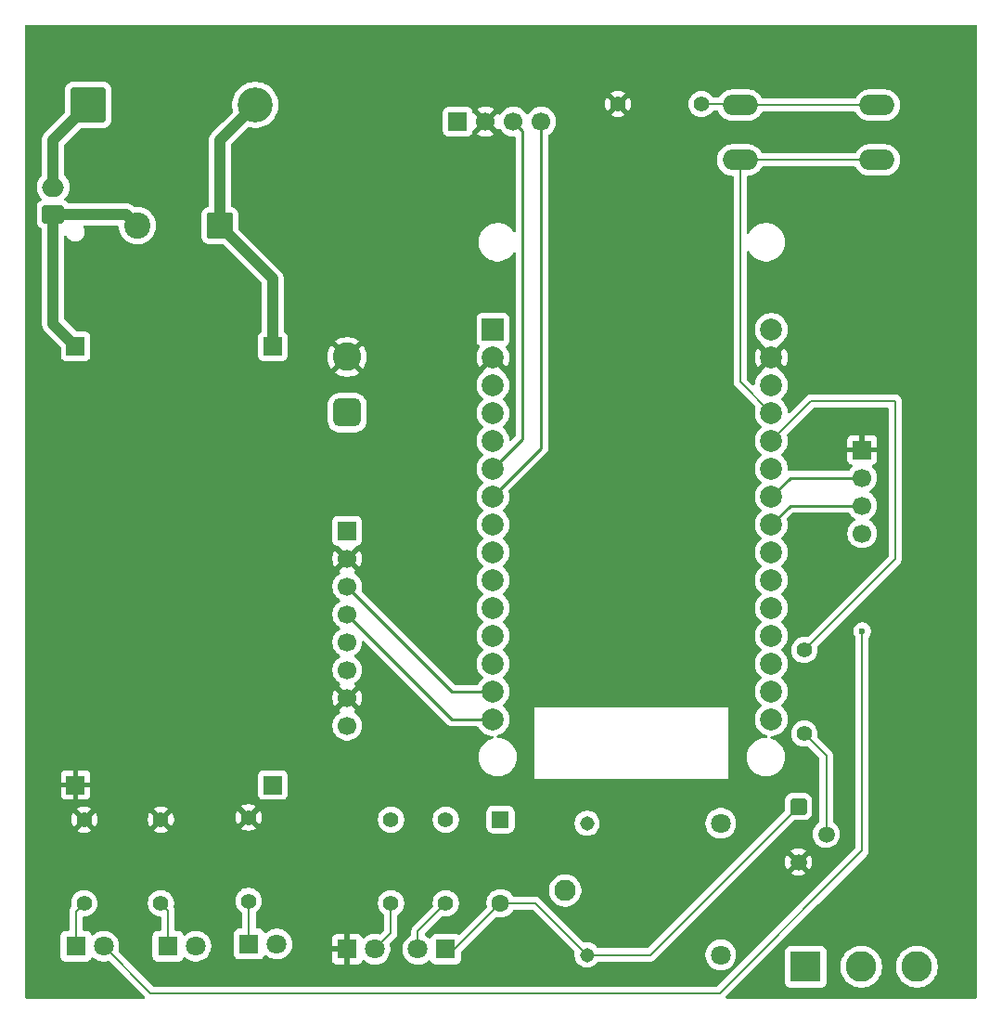
<source format=gbr>
%TF.GenerationSoftware,KiCad,Pcbnew,9.0.4*%
%TF.CreationDate,2025-11-05T17:19:51+05:30*%
%TF.ProjectId,BikeSSv3,42696b65-5353-4763-932e-6b696361645f,rev?*%
%TF.SameCoordinates,Original*%
%TF.FileFunction,Copper,L1,Top*%
%TF.FilePolarity,Positive*%
%FSLAX46Y46*%
G04 Gerber Fmt 4.6, Leading zero omitted, Abs format (unit mm)*
G04 Created by KiCad (PCBNEW 9.0.4) date 2025-11-05 17:19:51*
%MOMM*%
%LPD*%
G01*
G04 APERTURE LIST*
G04 Aperture macros list*
%AMRoundRect*
0 Rectangle with rounded corners*
0 $1 Rounding radius*
0 $2 $3 $4 $5 $6 $7 $8 $9 X,Y pos of 4 corners*
0 Add a 4 corners polygon primitive as box body*
4,1,4,$2,$3,$4,$5,$6,$7,$8,$9,$2,$3,0*
0 Add four circle primitives for the rounded corners*
1,1,$1+$1,$2,$3*
1,1,$1+$1,$4,$5*
1,1,$1+$1,$6,$7*
1,1,$1+$1,$8,$9*
0 Add four rect primitives between the rounded corners*
20,1,$1+$1,$2,$3,$4,$5,0*
20,1,$1+$1,$4,$5,$6,$7,0*
20,1,$1+$1,$6,$7,$8,$9,0*
20,1,$1+$1,$8,$9,$2,$3,0*%
G04 Aperture macros list end*
%TA.AperFunction,ComponentPad*%
%ADD10R,1.700000X1.700000*%
%TD*%
%TA.AperFunction,ComponentPad*%
%ADD11C,1.700000*%
%TD*%
%TA.AperFunction,ComponentPad*%
%ADD12C,1.400000*%
%TD*%
%TA.AperFunction,ComponentPad*%
%ADD13R,1.800000X1.800000*%
%TD*%
%TA.AperFunction,ComponentPad*%
%ADD14C,1.800000*%
%TD*%
%TA.AperFunction,ComponentPad*%
%ADD15RoundRect,0.250000X-0.500000X0.500000X-0.500000X-0.500000X0.500000X-0.500000X0.500000X0.500000X0*%
%TD*%
%TA.AperFunction,ComponentPad*%
%ADD16C,1.500000*%
%TD*%
%TA.AperFunction,ComponentPad*%
%ADD17RoundRect,0.650000X0.650000X-0.650000X0.650000X0.650000X-0.650000X0.650000X-0.650000X-0.650000X0*%
%TD*%
%TA.AperFunction,ComponentPad*%
%ADD18C,2.600000*%
%TD*%
%TA.AperFunction,ComponentPad*%
%ADD19O,3.200000X1.900000*%
%TD*%
%TA.AperFunction,ComponentPad*%
%ADD20R,2.800000X2.800000*%
%TD*%
%TA.AperFunction,ComponentPad*%
%ADD21C,2.800000*%
%TD*%
%TA.AperFunction,ComponentPad*%
%ADD22RoundRect,0.250000X0.750000X-0.600000X0.750000X0.600000X-0.750000X0.600000X-0.750000X-0.600000X0*%
%TD*%
%TA.AperFunction,ComponentPad*%
%ADD23O,2.000000X1.700000*%
%TD*%
%TA.AperFunction,ComponentPad*%
%ADD24RoundRect,0.250000X-1.350000X-1.350000X1.350000X-1.350000X1.350000X1.350000X-1.350000X1.350000X0*%
%TD*%
%TA.AperFunction,ComponentPad*%
%ADD25C,3.200000*%
%TD*%
%TA.AperFunction,ComponentPad*%
%ADD26C,1.308000*%
%TD*%
%TA.AperFunction,ComponentPad*%
%ADD27C,1.950000*%
%TD*%
%TA.AperFunction,ComponentPad*%
%ADD28RoundRect,0.250000X-0.550000X0.550000X-0.550000X-0.550000X0.550000X-0.550000X0.550000X0.550000X0*%
%TD*%
%TA.AperFunction,ComponentPad*%
%ADD29C,1.600000*%
%TD*%
%TA.AperFunction,ComponentPad*%
%ADD30R,2.000000X2.000000*%
%TD*%
%TA.AperFunction,ComponentPad*%
%ADD31C,2.000000*%
%TD*%
%TA.AperFunction,ComponentPad*%
%ADD32C,2.400000*%
%TD*%
%TA.AperFunction,ComponentPad*%
%ADD33RoundRect,0.250001X0.949999X0.949999X-0.949999X0.949999X-0.949999X-0.949999X0.949999X-0.949999X0*%
%TD*%
%TA.AperFunction,ViaPad*%
%ADD34C,0.600000*%
%TD*%
%TA.AperFunction,Conductor*%
%ADD35C,0.200000*%
%TD*%
%TA.AperFunction,Conductor*%
%ADD36C,0.250000*%
%TD*%
%TA.AperFunction,Conductor*%
%ADD37C,1.000000*%
%TD*%
G04 APERTURE END LIST*
D10*
%TO.P,J107,1,Pin_1*%
%TO.N,VCC*%
X229980000Y-79525000D03*
D11*
%TO.P,J107,2,Pin_2*%
%TO.N,GND*%
X232520000Y-79525000D03*
%TO.P,J107,3,Pin_3*%
%TO.N,D16*%
X235060000Y-79525000D03*
%TO.P,J107,4,Pin_4*%
%TO.N,D17*%
X237600000Y-79525000D03*
%TD*%
D12*
%TO.P,R103,1*%
%TO.N,Net-(D104-K)*%
X195880000Y-150810000D03*
%TO.P,R103,2*%
%TO.N,GND*%
X195880000Y-143190000D03*
%TD*%
%TO.P,R105,1*%
%TO.N,VCC*%
X228880000Y-143190000D03*
%TO.P,R105,2*%
%TO.N,Net-(D106-A)*%
X228880000Y-150810000D03*
%TD*%
%TO.P,R102,1*%
%TO.N,Net-(D103-K)*%
X210880000Y-150610000D03*
%TO.P,R102,2*%
%TO.N,GND*%
X210880000Y-142990000D03*
%TD*%
D13*
%TO.P,D103,1,K*%
%TO.N,Net-(D103-K)*%
X210930000Y-154525000D03*
D14*
%TO.P,D103,2,A*%
%TO.N,/D33*%
X213470000Y-154525000D03*
%TD*%
D15*
%TO.P,Q101,1,C*%
%TO.N,Net-(D105-A)*%
X261060000Y-141985000D03*
D16*
%TO.P,Q101,2,B*%
%TO.N,Net-(Q101-B)*%
X263600000Y-144525000D03*
%TO.P,Q101,3,E*%
%TO.N,GND*%
X261060000Y-147065000D03*
%TD*%
D10*
%TO.P,J104,1,Pin_1*%
%TO.N,VCC*%
X219880000Y-116840000D03*
D11*
%TO.P,J104,2,Pin_2*%
%TO.N,GND*%
X219880000Y-119380000D03*
%TO.P,J104,3,Pin_3*%
%TO.N,D22*%
X219880000Y-121920000D03*
%TO.P,J104,4,Pin_4*%
%TO.N,D21*%
X219880000Y-124460000D03*
%TO.P,J104,5,Pin_5*%
%TO.N,unconnected-(J104-Pin_5-Pad5)*%
X219880000Y-127000000D03*
%TO.P,J104,6,Pin_6*%
%TO.N,unconnected-(J104-Pin_6-Pad6)*%
X219880000Y-129540000D03*
%TO.P,J104,7,Pin_7*%
%TO.N,GND*%
X219880000Y-132080000D03*
%TO.P,J104,8,Pin_8*%
%TO.N,unconnected-(J104-Pin_8-Pad8)*%
X219880000Y-134620000D03*
%TD*%
D10*
%TO.P,J108,1,Pin_1*%
%TO.N,GND*%
X195100000Y-140025000D03*
%TD*%
D13*
%TO.P,D106,1,K*%
%TO.N,Net-(D105-A)*%
X228880000Y-155000000D03*
D14*
%TO.P,D106,2,A*%
%TO.N,Net-(D106-A)*%
X226340000Y-155000000D03*
%TD*%
D17*
%TO.P,TP101,1,1*%
%TO.N,VCC*%
X219880000Y-106065000D03*
D18*
%TO.P,TP101,2,2*%
%TO.N,GND*%
X219880000Y-100985000D03*
%TD*%
D13*
%TO.P,D107,1,K*%
%TO.N,GND*%
X219880000Y-155000000D03*
D14*
%TO.P,D107,2,A*%
%TO.N,Net-(D107-A)*%
X222420000Y-155000000D03*
%TD*%
D19*
%TO.P,SW102,1,1*%
%TO.N,Net-(R104-Pad2)*%
X255750000Y-78025000D03*
X268250000Y-78025000D03*
%TO.P,SW102,2,2*%
%TO.N,/D12*%
X255750000Y-83025000D03*
X268250000Y-83025000D03*
%TD*%
D10*
%TO.P,J105,1,Pin_1*%
%TO.N,GND*%
X266880000Y-109460000D03*
D11*
%TO.P,J105,2,Pin_2*%
%TO.N,D26*%
X266880000Y-112000000D03*
%TO.P,J105,3,Pin_3*%
%TO.N,D25*%
X266880000Y-114540000D03*
%TO.P,J105,4,Pin_4*%
%TO.N,VCC*%
X266880000Y-117080000D03*
%TD*%
D10*
%TO.P,J106,1,Pin_1*%
%TO.N,/12V-*%
X195100000Y-100025000D03*
%TD*%
D12*
%TO.P,R107,1*%
%TO.N,D14*%
X261600000Y-127715000D03*
%TO.P,R107,2*%
%TO.N,Net-(Q101-B)*%
X261600000Y-135335000D03*
%TD*%
D20*
%TO.P,J112,1,Pin_1*%
%TO.N,/NO*%
X261720000Y-156600000D03*
D21*
%TO.P,J112,2,Pin_2*%
%TO.N,/COM*%
X266800000Y-156600000D03*
%TO.P,J112,3,Pin_3*%
%TO.N,/NC*%
X271880000Y-156600000D03*
%TD*%
D22*
%TO.P,J101,1,Pin_1*%
%TO.N,/12V-*%
X193053674Y-88000000D03*
D23*
%TO.P,J101,2,Pin_2*%
%TO.N,/12V+DI*%
X193053674Y-85500000D03*
%TD*%
D24*
%TO.P,D101,1,K*%
%TO.N,/12V+DI*%
X196260000Y-78000000D03*
D25*
%TO.P,D101,2,A*%
%TO.N,/12V+ DO*%
X211500000Y-78000000D03*
%TD*%
D12*
%TO.P,R104,1*%
%TO.N,GND*%
X244590000Y-77925000D03*
%TO.P,R104,2*%
%TO.N,Net-(R104-Pad2)*%
X252210000Y-77925000D03*
%TD*%
D26*
%TO.P,K101,COIL1*%
%TO.N,VCC*%
X241780000Y-143525000D03*
%TO.P,K101,COIL2*%
%TO.N,Net-(D105-A)*%
X241780000Y-155525000D03*
D27*
%TO.P,K101,COM*%
%TO.N,/COM*%
X239780000Y-149645000D03*
D14*
%TO.P,K101,NC*%
%TO.N,/NC*%
X253980000Y-143525000D03*
%TO.P,K101,NO*%
%TO.N,/NO*%
X253980000Y-155525000D03*
%TD*%
D10*
%TO.P,J103,1,Pin_1*%
%TO.N,VCC*%
X213100000Y-140025000D03*
%TD*%
D28*
%TO.P,D105,1,K*%
%TO.N,VCC*%
X233880000Y-143190000D03*
D29*
%TO.P,D105,2,A*%
%TO.N,Net-(D105-A)*%
X233880000Y-150810000D03*
%TD*%
D13*
%TO.P,D104,1,K*%
%TO.N,Net-(D104-K)*%
X195130000Y-154725000D03*
D14*
%TO.P,D104,2,A*%
%TO.N,/D13*%
X197670000Y-154725000D03*
%TD*%
D13*
%TO.P,D102,1,K*%
%TO.N,Net-(D102-K)*%
X203530000Y-154725000D03*
D14*
%TO.P,D102,2,A*%
%TO.N,/D27*%
X206070000Y-154725000D03*
%TD*%
D12*
%TO.P,R106,1*%
%TO.N,VCC*%
X223880000Y-143190000D03*
%TO.P,R106,2*%
%TO.N,Net-(D107-A)*%
X223880000Y-150810000D03*
%TD*%
%TO.P,R101,1*%
%TO.N,Net-(D102-K)*%
X202880000Y-150810000D03*
%TO.P,R101,2*%
%TO.N,GND*%
X202880000Y-143190000D03*
%TD*%
D30*
%TO.P,U101,1,3V3*%
%TO.N,unconnected-(U101-3V3-Pad1)*%
X233180000Y-98485000D03*
D31*
%TO.P,U101,2,GND*%
%TO.N,GND*%
X233180000Y-101025000D03*
%TO.P,U101,3,D15*%
%TO.N,unconnected-(U101-D15-Pad3)*%
X233180000Y-103565000D03*
%TO.P,U101,4,D2*%
%TO.N,unconnected-(U101-D2-Pad4)*%
X233180000Y-106105000D03*
%TO.P,U101,5,D4*%
%TO.N,unconnected-(U101-D4-Pad5)*%
X233180000Y-108645000D03*
%TO.P,U101,6,RX2*%
%TO.N,D16*%
X233180000Y-111185000D03*
%TO.P,U101,7,TX2*%
%TO.N,D17*%
X233180000Y-113725000D03*
%TO.P,U101,8,D5*%
%TO.N,unconnected-(U101-D5-Pad8)*%
X233180000Y-116265000D03*
%TO.P,U101,9,D18*%
%TO.N,unconnected-(U101-D18-Pad9)*%
X233180000Y-118805000D03*
%TO.P,U101,10,D19*%
%TO.N,unconnected-(U101-D19-Pad10)*%
X233180000Y-121345000D03*
%TO.P,U101,11,D21*%
%TO.N,unconnected-(U101-D21-Pad11)*%
X233180000Y-123885000D03*
%TO.P,U101,12,RX0*%
%TO.N,unconnected-(U101-RX0-Pad12)*%
X233180000Y-126425000D03*
%TO.P,U101,13,TX0*%
%TO.N,unconnected-(U101-TX0-Pad13)*%
X233180000Y-128965000D03*
%TO.P,U101,14,D22*%
%TO.N,D22*%
X233180000Y-131505000D03*
%TO.P,U101,15,D23*%
%TO.N,D21*%
X233180000Y-134045000D03*
%TO.P,U101,16,EN*%
%TO.N,unconnected-(U101-EN-Pad16)*%
X258580000Y-134045000D03*
%TO.P,U101,17,VP*%
%TO.N,unconnected-(U101-VP-Pad17)*%
X258580000Y-131505000D03*
%TO.P,U101,18,VN*%
%TO.N,unconnected-(U101-VN-Pad18)*%
X258580000Y-128965000D03*
%TO.P,U101,19,D34*%
%TO.N,unconnected-(U101-D34-Pad19)*%
X258580000Y-126425000D03*
%TO.P,U101,20,D35*%
%TO.N,unconnected-(U101-D35-Pad20)*%
X258580000Y-123885000D03*
%TO.P,U101,21,D32*%
%TO.N,unconnected-(U101-D32-Pad21)*%
X258580000Y-121345000D03*
%TO.P,U101,22,D33*%
%TO.N,/D33*%
X258580000Y-118805000D03*
%TO.P,U101,23,D25*%
%TO.N,D25*%
X258580000Y-116265000D03*
%TO.P,U101,24,D26*%
%TO.N,D26*%
X258580000Y-113725000D03*
%TO.P,U101,25,D27*%
%TO.N,/D27*%
X258580000Y-111185000D03*
%TO.P,U101,26,D14*%
%TO.N,D14*%
X258580000Y-108645000D03*
%TO.P,U101,27,D12*%
%TO.N,/D12*%
X258580000Y-106105000D03*
%TO.P,U101,28,D13*%
%TO.N,/D13*%
X258580000Y-103565000D03*
%TO.P,U101,29,GND*%
%TO.N,GND*%
X258580000Y-101025000D03*
%TO.P,U101,30,VIN*%
%TO.N,VCC*%
X258580000Y-98485000D03*
%TD*%
D10*
%TO.P,J102,1,Pin_1*%
%TO.N,/12V+ DO*%
X213100000Y-100025000D03*
%TD*%
D32*
%TO.P,C101,2*%
%TO.N,/12V-*%
X200752651Y-89000000D03*
D33*
%TO.P,C101,1*%
%TO.N,/12V+ DO*%
X208252651Y-89000000D03*
%TD*%
D34*
%TO.N,/D13*%
X266880000Y-126000000D03*
%TD*%
D35*
%TO.N,/D12*%
X258580000Y-106105000D02*
X255750000Y-103275000D01*
D36*
%TO.N,D25*%
X266880000Y-114540000D02*
X260305000Y-114540000D01*
%TO.N,D16*%
X235060000Y-79525000D02*
X235910000Y-80375000D01*
X235910000Y-80375000D02*
X235910000Y-108455000D01*
D35*
%TO.N,/D12*%
X255750000Y-103275000D02*
X255750000Y-83025000D01*
%TO.N,Net-(D105-A)*%
X229690000Y-155000000D02*
X233880000Y-150810000D01*
X233880000Y-150810000D02*
X237065000Y-150810000D01*
D36*
%TO.N,D25*%
X260305000Y-114540000D02*
X258580000Y-116265000D01*
D35*
%TO.N,Net-(D105-A)*%
X237065000Y-150810000D02*
X241780000Y-155525000D01*
%TO.N,/D12*%
X255750000Y-83025000D02*
X268250000Y-83025000D01*
D36*
%TO.N,D16*%
X235910000Y-108455000D02*
X233180000Y-111185000D01*
D35*
%TO.N,Net-(D105-A)*%
X228880000Y-155000000D02*
X229690000Y-155000000D01*
%TO.N,Net-(D102-K)*%
X203530000Y-151460000D02*
X202880000Y-150810000D01*
D37*
%TO.N,/12V-*%
X200752651Y-89000000D02*
X199752651Y-88000000D01*
X199752651Y-88000000D02*
X193053674Y-88000000D01*
X195100000Y-100025000D02*
X193053674Y-97978674D01*
X193053674Y-97978674D02*
X193053674Y-88000000D01*
%TO.N,/12V+ DO*%
X213100000Y-93847349D02*
X208252651Y-89000000D01*
D35*
%TO.N,Net-(D102-K)*%
X203530000Y-154725000D02*
X203530000Y-151460000D01*
D37*
%TO.N,/12V+ DO*%
X208252651Y-89000000D02*
X208252651Y-81247349D01*
X213100000Y-100025000D02*
X213100000Y-93847349D01*
X208252651Y-81247349D02*
X211500000Y-78000000D01*
%TO.N,/12V+DI*%
X193053674Y-85500000D02*
X193053674Y-81206326D01*
X193053674Y-81206326D02*
X196260000Y-78000000D01*
D35*
%TO.N,Net-(D104-K)*%
X195130000Y-154725000D02*
X195130000Y-151560000D01*
X195130000Y-151560000D02*
X195880000Y-150810000D01*
%TO.N,/D13*%
X253880000Y-159000000D02*
X266880000Y-146000000D01*
X266880000Y-146000000D02*
X266880000Y-127000000D01*
X201945000Y-159000000D02*
X253880000Y-159000000D01*
X197670000Y-154725000D02*
X201945000Y-159000000D01*
X266880000Y-127000000D02*
X266880000Y-126000000D01*
D36*
%TO.N,D17*%
X237600000Y-109305000D02*
X233180000Y-113725000D01*
D35*
%TO.N,Net-(R104-Pad2)*%
X255650000Y-77925000D02*
X255750000Y-78025000D01*
X252210000Y-77925000D02*
X255650000Y-77925000D01*
D36*
%TO.N,D26*%
X260305000Y-112000000D02*
X258580000Y-113725000D01*
D35*
%TO.N,Net-(D106-A)*%
X226340000Y-155000000D02*
X226340000Y-153350000D01*
X226340000Y-153350000D02*
X228880000Y-150810000D01*
%TO.N,Net-(D103-K)*%
X210930000Y-154525000D02*
X210930000Y-150660000D01*
D36*
%TO.N,D17*%
X237600000Y-79525000D02*
X237600000Y-109305000D01*
D35*
%TO.N,Net-(R104-Pad2)*%
X255750000Y-78025000D02*
X268250000Y-78025000D01*
D36*
%TO.N,D26*%
X266880000Y-112000000D02*
X260305000Y-112000000D01*
D35*
%TO.N,Net-(D103-K)*%
X210930000Y-150660000D02*
X210880000Y-150610000D01*
%TO.N,Net-(Q101-B)*%
X263600000Y-137335000D02*
X263600000Y-144525000D01*
%TO.N,D14*%
X261600000Y-127715000D02*
X269880000Y-119435000D01*
X269880000Y-105000000D02*
X262225000Y-105000000D01*
X262225000Y-105000000D02*
X258580000Y-108645000D01*
%TO.N,Net-(Q101-B)*%
X261600000Y-135335000D02*
X263600000Y-137335000D01*
%TO.N,D14*%
X269880000Y-119435000D02*
X269880000Y-105000000D01*
D36*
%TO.N,D22*%
X219880000Y-121920000D02*
X229465000Y-131505000D01*
%TO.N,D21*%
X219880000Y-124460000D02*
X229465000Y-134045000D01*
%TO.N,D22*%
X229465000Y-131505000D02*
X233180000Y-131505000D01*
%TO.N,D21*%
X229465000Y-134045000D02*
X233180000Y-134045000D01*
D35*
%TO.N,Net-(D107-A)*%
X223880000Y-153540000D02*
X223880000Y-150810000D01*
%TO.N,Net-(D105-A)*%
X247520000Y-155525000D02*
X261060000Y-141985000D01*
X241780000Y-155525000D02*
X247520000Y-155525000D01*
%TO.N,Net-(D107-A)*%
X222420000Y-155000000D02*
X223880000Y-153540000D01*
%TD*%
%TA.AperFunction,Conductor*%
%TO.N,GND*%
G36*
X277322539Y-70725185D02*
G01*
X277368294Y-70777989D01*
X277379500Y-70829500D01*
X277379500Y-159375500D01*
X277359815Y-159442539D01*
X277307011Y-159488294D01*
X277255500Y-159499500D01*
X254529096Y-159499500D01*
X254462057Y-159479815D01*
X254416302Y-159427011D01*
X254406358Y-159357853D01*
X254435383Y-159294297D01*
X254441415Y-159287819D01*
X258577099Y-155152135D01*
X259819500Y-155152135D01*
X259819500Y-158047870D01*
X259819501Y-158047876D01*
X259825908Y-158107483D01*
X259876202Y-158242328D01*
X259876206Y-158242335D01*
X259962452Y-158357544D01*
X259962455Y-158357547D01*
X260077664Y-158443793D01*
X260077671Y-158443797D01*
X260212517Y-158494091D01*
X260212516Y-158494091D01*
X260219444Y-158494835D01*
X260272127Y-158500500D01*
X263167872Y-158500499D01*
X263227483Y-158494091D01*
X263362331Y-158443796D01*
X263477546Y-158357546D01*
X263563796Y-158242331D01*
X263614091Y-158107483D01*
X263620500Y-158047873D01*
X263620499Y-156475441D01*
X264899500Y-156475441D01*
X264899500Y-156724558D01*
X264899501Y-156724575D01*
X264932017Y-156971561D01*
X264996498Y-157212207D01*
X265091830Y-157442361D01*
X265091837Y-157442376D01*
X265216400Y-157658126D01*
X265368060Y-157855774D01*
X265368066Y-157855781D01*
X265544218Y-158031933D01*
X265544225Y-158031939D01*
X265741873Y-158183599D01*
X265957623Y-158308162D01*
X265957638Y-158308169D01*
X266056825Y-158349253D01*
X266187793Y-158403502D01*
X266428435Y-158467982D01*
X266675435Y-158500500D01*
X266675442Y-158500500D01*
X266924558Y-158500500D01*
X266924565Y-158500500D01*
X267171565Y-158467982D01*
X267412207Y-158403502D01*
X267642373Y-158308164D01*
X267858127Y-158183599D01*
X268055776Y-158031938D01*
X268231938Y-157855776D01*
X268383599Y-157658127D01*
X268508164Y-157442373D01*
X268603502Y-157212207D01*
X268667982Y-156971565D01*
X268700500Y-156724565D01*
X268700500Y-156475441D01*
X269979500Y-156475441D01*
X269979500Y-156724558D01*
X269979501Y-156724575D01*
X270012017Y-156971561D01*
X270076498Y-157212207D01*
X270171830Y-157442361D01*
X270171837Y-157442376D01*
X270296400Y-157658126D01*
X270448060Y-157855774D01*
X270448066Y-157855781D01*
X270624218Y-158031933D01*
X270624225Y-158031939D01*
X270821873Y-158183599D01*
X271037623Y-158308162D01*
X271037638Y-158308169D01*
X271136825Y-158349253D01*
X271267793Y-158403502D01*
X271508435Y-158467982D01*
X271755435Y-158500500D01*
X271755442Y-158500500D01*
X272004558Y-158500500D01*
X272004565Y-158500500D01*
X272251565Y-158467982D01*
X272492207Y-158403502D01*
X272722373Y-158308164D01*
X272938127Y-158183599D01*
X273135776Y-158031938D01*
X273311938Y-157855776D01*
X273463599Y-157658127D01*
X273588164Y-157442373D01*
X273683502Y-157212207D01*
X273747982Y-156971565D01*
X273780500Y-156724565D01*
X273780500Y-156475435D01*
X273747982Y-156228435D01*
X273683502Y-155987793D01*
X273611632Y-155814284D01*
X273588169Y-155757638D01*
X273588162Y-155757623D01*
X273463599Y-155541873D01*
X273311939Y-155344225D01*
X273311933Y-155344218D01*
X273135781Y-155168066D01*
X273135774Y-155168060D01*
X272938126Y-155016400D01*
X272722376Y-154891837D01*
X272722361Y-154891830D01*
X272492207Y-154796498D01*
X272404108Y-154772892D01*
X272251565Y-154732018D01*
X272251564Y-154732017D01*
X272251561Y-154732017D01*
X272004575Y-154699501D01*
X272004570Y-154699500D01*
X272004565Y-154699500D01*
X271755435Y-154699500D01*
X271755429Y-154699500D01*
X271755424Y-154699501D01*
X271508438Y-154732017D01*
X271267792Y-154796498D01*
X271037638Y-154891830D01*
X271037623Y-154891837D01*
X270821873Y-155016400D01*
X270624225Y-155168060D01*
X270624218Y-155168066D01*
X270448066Y-155344218D01*
X270448060Y-155344225D01*
X270296400Y-155541873D01*
X270171837Y-155757623D01*
X270171830Y-155757638D01*
X270076498Y-155987792D01*
X270012017Y-156228438D01*
X269979501Y-156475424D01*
X269979500Y-156475441D01*
X268700500Y-156475441D01*
X268700500Y-156475435D01*
X268667982Y-156228435D01*
X268603502Y-155987793D01*
X268531632Y-155814284D01*
X268508169Y-155757638D01*
X268508162Y-155757623D01*
X268383599Y-155541873D01*
X268231939Y-155344225D01*
X268231933Y-155344218D01*
X268055781Y-155168066D01*
X268055774Y-155168060D01*
X267858126Y-155016400D01*
X267642376Y-154891837D01*
X267642361Y-154891830D01*
X267412207Y-154796498D01*
X267324108Y-154772892D01*
X267171565Y-154732018D01*
X267171564Y-154732017D01*
X267171561Y-154732017D01*
X266924575Y-154699501D01*
X266924570Y-154699500D01*
X266924565Y-154699500D01*
X266675435Y-154699500D01*
X266675429Y-154699500D01*
X266675424Y-154699501D01*
X266428438Y-154732017D01*
X266187792Y-154796498D01*
X265957638Y-154891830D01*
X265957623Y-154891837D01*
X265741873Y-155016400D01*
X265544225Y-155168060D01*
X265544218Y-155168066D01*
X265368066Y-155344218D01*
X265368060Y-155344225D01*
X265216400Y-155541873D01*
X265091837Y-155757623D01*
X265091830Y-155757638D01*
X264996498Y-155987792D01*
X264932017Y-156228438D01*
X264899501Y-156475424D01*
X264899500Y-156475441D01*
X263620499Y-156475441D01*
X263620499Y-155152128D01*
X263614091Y-155092517D01*
X263599334Y-155052952D01*
X263563797Y-154957671D01*
X263563793Y-154957664D01*
X263477547Y-154842455D01*
X263477544Y-154842452D01*
X263362335Y-154756206D01*
X263362328Y-154756202D01*
X263227482Y-154705908D01*
X263227483Y-154705908D01*
X263167883Y-154699501D01*
X263167881Y-154699500D01*
X263167873Y-154699500D01*
X263167864Y-154699500D01*
X260272129Y-154699500D01*
X260272123Y-154699501D01*
X260212516Y-154705908D01*
X260077671Y-154756202D01*
X260077664Y-154756206D01*
X259962455Y-154842452D01*
X259962452Y-154842455D01*
X259876206Y-154957664D01*
X259876202Y-154957671D01*
X259825908Y-155092517D01*
X259820552Y-155142342D01*
X259819501Y-155152123D01*
X259819500Y-155152135D01*
X258577099Y-155152135D01*
X258668109Y-155061125D01*
X262838116Y-150891118D01*
X267248713Y-146480521D01*
X267248716Y-146480520D01*
X267360520Y-146368716D01*
X267410639Y-146281904D01*
X267439577Y-146231785D01*
X267480500Y-146079058D01*
X267480500Y-145920943D01*
X267480500Y-126920943D01*
X267480500Y-126579765D01*
X267500185Y-126512726D01*
X267501398Y-126510874D01*
X267589390Y-126379185D01*
X267589390Y-126379184D01*
X267589394Y-126379179D01*
X267649737Y-126233497D01*
X267680500Y-126078842D01*
X267680500Y-125921158D01*
X267680500Y-125921155D01*
X267680499Y-125921153D01*
X267649738Y-125766510D01*
X267649737Y-125766503D01*
X267642256Y-125748443D01*
X267589397Y-125620827D01*
X267589390Y-125620814D01*
X267501789Y-125489711D01*
X267501786Y-125489707D01*
X267390292Y-125378213D01*
X267390288Y-125378210D01*
X267259185Y-125290609D01*
X267259172Y-125290602D01*
X267113501Y-125230264D01*
X267113489Y-125230261D01*
X266958845Y-125199500D01*
X266958842Y-125199500D01*
X266801158Y-125199500D01*
X266801155Y-125199500D01*
X266646510Y-125230261D01*
X266646498Y-125230264D01*
X266500827Y-125290602D01*
X266500814Y-125290609D01*
X266369711Y-125378210D01*
X266369707Y-125378213D01*
X266258213Y-125489707D01*
X266258210Y-125489711D01*
X266170609Y-125620814D01*
X266170602Y-125620827D01*
X266110264Y-125766498D01*
X266110261Y-125766510D01*
X266079500Y-125921153D01*
X266079500Y-126078846D01*
X266110261Y-126233489D01*
X266110264Y-126233501D01*
X266170602Y-126379172D01*
X266170609Y-126379185D01*
X266258602Y-126510874D01*
X266279480Y-126577551D01*
X266279500Y-126579765D01*
X266279500Y-145699903D01*
X266259815Y-145766942D01*
X266243181Y-145787584D01*
X253667584Y-158363181D01*
X253606261Y-158396666D01*
X253579903Y-158399500D01*
X202245097Y-158399500D01*
X202178058Y-158379815D01*
X202157416Y-158363181D01*
X199043438Y-155249203D01*
X199009953Y-155187880D01*
X199013187Y-155123205D01*
X199036015Y-155052951D01*
X199070500Y-154835222D01*
X199070500Y-154614778D01*
X199036015Y-154397049D01*
X198980798Y-154227105D01*
X198967896Y-154187396D01*
X198967895Y-154187393D01*
X198917065Y-154087636D01*
X198867815Y-153990978D01*
X198829020Y-153937581D01*
X198738247Y-153812641D01*
X198738243Y-153812636D01*
X198582363Y-153656756D01*
X198582358Y-153656752D01*
X198404025Y-153527187D01*
X198404024Y-153527186D01*
X198404022Y-153527185D01*
X198286791Y-153467452D01*
X198207606Y-153427104D01*
X198207603Y-153427103D01*
X197997952Y-153358985D01*
X197889086Y-153341742D01*
X197780222Y-153324500D01*
X197559778Y-153324500D01*
X197487201Y-153335995D01*
X197342047Y-153358985D01*
X197132396Y-153427103D01*
X197132393Y-153427104D01*
X196935974Y-153527187D01*
X196757641Y-153656752D01*
X196757636Y-153656756D01*
X196707463Y-153706929D01*
X196646140Y-153740413D01*
X196576448Y-153735428D01*
X196520515Y-153693557D01*
X196503601Y-153662580D01*
X196473797Y-153582671D01*
X196473793Y-153582664D01*
X196387547Y-153467455D01*
X196387544Y-153467452D01*
X196272335Y-153381206D01*
X196272328Y-153381202D01*
X196137482Y-153330908D01*
X196137483Y-153330908D01*
X196077883Y-153324501D01*
X196077881Y-153324500D01*
X196077873Y-153324500D01*
X196077865Y-153324500D01*
X195854500Y-153324500D01*
X195787461Y-153304815D01*
X195741706Y-153252011D01*
X195730500Y-153200500D01*
X195730500Y-152134500D01*
X195750185Y-152067461D01*
X195802989Y-152021706D01*
X195854500Y-152010500D01*
X195974486Y-152010500D01*
X196161118Y-151980940D01*
X196191753Y-151970986D01*
X196340832Y-151922547D01*
X196509199Y-151836760D01*
X196662073Y-151725690D01*
X196795690Y-151592073D01*
X196906760Y-151439199D01*
X196992547Y-151270832D01*
X197050940Y-151091118D01*
X197054153Y-151070832D01*
X197080500Y-150904486D01*
X197080500Y-150715513D01*
X201679500Y-150715513D01*
X201679500Y-150904486D01*
X201709059Y-151091118D01*
X201767454Y-151270836D01*
X201829229Y-151392075D01*
X201853240Y-151439199D01*
X201964310Y-151592073D01*
X202097927Y-151725690D01*
X202250801Y-151836760D01*
X202284150Y-151853752D01*
X202419163Y-151922545D01*
X202419165Y-151922545D01*
X202419168Y-151922547D01*
X202515497Y-151953846D01*
X202598881Y-151980940D01*
X202785514Y-152010500D01*
X202785519Y-152010500D01*
X202805500Y-152010500D01*
X202872539Y-152030185D01*
X202918294Y-152082989D01*
X202929500Y-152134500D01*
X202929500Y-153200500D01*
X202909815Y-153267539D01*
X202857011Y-153313294D01*
X202805501Y-153324500D01*
X202582130Y-153324500D01*
X202582123Y-153324501D01*
X202522516Y-153330908D01*
X202387671Y-153381202D01*
X202387664Y-153381206D01*
X202272455Y-153467452D01*
X202272452Y-153467455D01*
X202186206Y-153582664D01*
X202186202Y-153582671D01*
X202135908Y-153717517D01*
X202129501Y-153777116D01*
X202129500Y-153777135D01*
X202129500Y-155672870D01*
X202129501Y-155672876D01*
X202135908Y-155732483D01*
X202186202Y-155867328D01*
X202186206Y-155867335D01*
X202272452Y-155982544D01*
X202272455Y-155982547D01*
X202387664Y-156068793D01*
X202387671Y-156068797D01*
X202522517Y-156119091D01*
X202522516Y-156119091D01*
X202529444Y-156119835D01*
X202582127Y-156125500D01*
X204477872Y-156125499D01*
X204537483Y-156119091D01*
X204672331Y-156068796D01*
X204787546Y-155982546D01*
X204873796Y-155867331D01*
X204879159Y-155852952D01*
X204903601Y-155787420D01*
X204945471Y-155731486D01*
X205010936Y-155707068D01*
X205079209Y-155721919D01*
X205107464Y-155743071D01*
X205157636Y-155793243D01*
X205157641Y-155793247D01*
X205281875Y-155883507D01*
X205335978Y-155922815D01*
X205457209Y-155984586D01*
X205532393Y-156022895D01*
X205532396Y-156022896D01*
X205599525Y-156044707D01*
X205742049Y-156091015D01*
X205959778Y-156125500D01*
X205959779Y-156125500D01*
X206180221Y-156125500D01*
X206180222Y-156125500D01*
X206397951Y-156091015D01*
X206607606Y-156022895D01*
X206804022Y-155922815D01*
X206982365Y-155793242D01*
X207138242Y-155637365D01*
X207267815Y-155459022D01*
X207367895Y-155262606D01*
X207369060Y-155259022D01*
X207389708Y-155195472D01*
X207436015Y-155052951D01*
X207470500Y-154835222D01*
X207470500Y-154614778D01*
X207436015Y-154397049D01*
X207380798Y-154227105D01*
X207367896Y-154187396D01*
X207367895Y-154187393D01*
X207317065Y-154087636D01*
X207267815Y-153990978D01*
X207229020Y-153937581D01*
X207138247Y-153812641D01*
X207138243Y-153812636D01*
X206982363Y-153656756D01*
X206982358Y-153656752D01*
X206872773Y-153577135D01*
X209529500Y-153577135D01*
X209529500Y-155472870D01*
X209529501Y-155472876D01*
X209535908Y-155532483D01*
X209586202Y-155667328D01*
X209586206Y-155667335D01*
X209672452Y-155782544D01*
X209672455Y-155782547D01*
X209787664Y-155868793D01*
X209787671Y-155868797D01*
X209922517Y-155919091D01*
X209922516Y-155919091D01*
X209929444Y-155919835D01*
X209982127Y-155925500D01*
X211877872Y-155925499D01*
X211937483Y-155919091D01*
X212072331Y-155868796D01*
X212187546Y-155782546D01*
X212273796Y-155667331D01*
X212292993Y-155615861D01*
X212303601Y-155587420D01*
X212345471Y-155531486D01*
X212410936Y-155507068D01*
X212479209Y-155521919D01*
X212507464Y-155543071D01*
X212557636Y-155593243D01*
X212557641Y-155593247D01*
X212618365Y-155637365D01*
X212735978Y-155722815D01*
X212862771Y-155787420D01*
X212932393Y-155822895D01*
X212932396Y-155822896D01*
X213024898Y-155852951D01*
X213142049Y-155891015D01*
X213359778Y-155925500D01*
X213359779Y-155925500D01*
X213580221Y-155925500D01*
X213580222Y-155925500D01*
X213797951Y-155891015D01*
X214007606Y-155822895D01*
X214204022Y-155722815D01*
X214382365Y-155593242D01*
X214538242Y-155437365D01*
X214667815Y-155259022D01*
X214704064Y-155187880D01*
X214727268Y-155142342D01*
X214767895Y-155062606D01*
X214767896Y-155062603D01*
X214801990Y-154957671D01*
X214836015Y-154852951D01*
X214870500Y-154635222D01*
X214870500Y-154414778D01*
X214836015Y-154197049D01*
X214832332Y-154185713D01*
X214800314Y-154087168D01*
X214788938Y-154052155D01*
X218480000Y-154052155D01*
X218480000Y-154750000D01*
X219504722Y-154750000D01*
X219460667Y-154826306D01*
X219430000Y-154940756D01*
X219430000Y-155059244D01*
X219460667Y-155173694D01*
X219504722Y-155250000D01*
X218480000Y-155250000D01*
X218480000Y-155947844D01*
X218486401Y-156007372D01*
X218486403Y-156007379D01*
X218536645Y-156142086D01*
X218536649Y-156142093D01*
X218622809Y-156257187D01*
X218622812Y-156257190D01*
X218737906Y-156343350D01*
X218737913Y-156343354D01*
X218872620Y-156393596D01*
X218872627Y-156393598D01*
X218932155Y-156399999D01*
X218932172Y-156400000D01*
X219630000Y-156400000D01*
X219630000Y-155375277D01*
X219706306Y-155419333D01*
X219820756Y-155450000D01*
X219939244Y-155450000D01*
X220053694Y-155419333D01*
X220130000Y-155375277D01*
X220130000Y-156400000D01*
X220827828Y-156400000D01*
X220827844Y-156399999D01*
X220887372Y-156393598D01*
X220887379Y-156393596D01*
X221022086Y-156343354D01*
X221022093Y-156343350D01*
X221137187Y-156257190D01*
X221137190Y-156257187D01*
X221223350Y-156142093D01*
X221223354Y-156142086D01*
X221253213Y-156062031D01*
X221295084Y-156006097D01*
X221360548Y-155981680D01*
X221428821Y-155996531D01*
X221457076Y-156017683D01*
X221507636Y-156068243D01*
X221507641Y-156068247D01*
X221609606Y-156142328D01*
X221685978Y-156197815D01*
X221806102Y-156259022D01*
X221882393Y-156297895D01*
X221882396Y-156297896D01*
X221987221Y-156331955D01*
X222092049Y-156366015D01*
X222309778Y-156400500D01*
X222309779Y-156400500D01*
X222530221Y-156400500D01*
X222530222Y-156400500D01*
X222747951Y-156366015D01*
X222957606Y-156297895D01*
X223154022Y-156197815D01*
X223332365Y-156068242D01*
X223488242Y-155912365D01*
X223617815Y-155734022D01*
X223717895Y-155537606D01*
X223786015Y-155327951D01*
X223820500Y-155110222D01*
X223820500Y-154889778D01*
X224939500Y-154889778D01*
X224939500Y-155110222D01*
X224946138Y-155152135D01*
X224973985Y-155327952D01*
X225042103Y-155537603D01*
X225042104Y-155537606D01*
X225092934Y-155637363D01*
X225136473Y-155722812D01*
X225142187Y-155734025D01*
X225271752Y-155912358D01*
X225271756Y-155912363D01*
X225427636Y-156068243D01*
X225427641Y-156068247D01*
X225529606Y-156142328D01*
X225605978Y-156197815D01*
X225726102Y-156259022D01*
X225802393Y-156297895D01*
X225802396Y-156297896D01*
X225907221Y-156331955D01*
X226012049Y-156366015D01*
X226229778Y-156400500D01*
X226229779Y-156400500D01*
X226450221Y-156400500D01*
X226450222Y-156400500D01*
X226667951Y-156366015D01*
X226877606Y-156297895D01*
X227074022Y-156197815D01*
X227252365Y-156068242D01*
X227302536Y-156018070D01*
X227363857Y-155984586D01*
X227433548Y-155989570D01*
X227489482Y-156031441D01*
X227506398Y-156062419D01*
X227536202Y-156142328D01*
X227536206Y-156142335D01*
X227622452Y-156257544D01*
X227622455Y-156257547D01*
X227737664Y-156343793D01*
X227737671Y-156343797D01*
X227872517Y-156394091D01*
X227872516Y-156394091D01*
X227879444Y-156394835D01*
X227932127Y-156400500D01*
X229827872Y-156400499D01*
X229887483Y-156394091D01*
X230022331Y-156343796D01*
X230137546Y-156257546D01*
X230223796Y-156142331D01*
X230274091Y-156007483D01*
X230280500Y-155947873D01*
X230280499Y-155310095D01*
X230300183Y-155243057D01*
X230316813Y-155222420D01*
X233435158Y-152104075D01*
X233496479Y-152070592D01*
X233561151Y-152073825D01*
X233575466Y-152078477D01*
X233777648Y-152110500D01*
X233777649Y-152110500D01*
X233982351Y-152110500D01*
X233982352Y-152110500D01*
X234184534Y-152078477D01*
X234379219Y-152015220D01*
X234561610Y-151922287D01*
X234679330Y-151836759D01*
X234727213Y-151801971D01*
X234727215Y-151801968D01*
X234727219Y-151801966D01*
X234871966Y-151657219D01*
X234871968Y-151657215D01*
X234871971Y-151657213D01*
X234992284Y-151491614D01*
X234992283Y-151491614D01*
X234992287Y-151491610D01*
X234999117Y-151478204D01*
X235047091Y-151427409D01*
X235109602Y-151410500D01*
X236764903Y-151410500D01*
X236831942Y-151430185D01*
X236852584Y-151446819D01*
X240610139Y-155204374D01*
X240643624Y-155265697D01*
X240644931Y-155311452D01*
X240627845Y-155419333D01*
X240625500Y-155434139D01*
X240625500Y-155615861D01*
X240634530Y-155672872D01*
X240653928Y-155795347D01*
X240653928Y-155795350D01*
X240710081Y-155968171D01*
X240710083Y-155968174D01*
X240792583Y-156130090D01*
X240899397Y-156277106D01*
X241027894Y-156405603D01*
X241174910Y-156512417D01*
X241336826Y-156594917D01*
X241336828Y-156594918D01*
X241498029Y-156647294D01*
X241509654Y-156651072D01*
X241689139Y-156679500D01*
X241689140Y-156679500D01*
X241870860Y-156679500D01*
X241870861Y-156679500D01*
X242050346Y-156651072D01*
X242050349Y-156651071D01*
X242050350Y-156651071D01*
X242223171Y-156594918D01*
X242223171Y-156594917D01*
X242223174Y-156594917D01*
X242385090Y-156512417D01*
X242532106Y-156405603D01*
X242660603Y-156277106D01*
X242733615Y-156176613D01*
X242788946Y-156133949D01*
X242833933Y-156125500D01*
X247433331Y-156125500D01*
X247433347Y-156125501D01*
X247440943Y-156125501D01*
X247599054Y-156125501D01*
X247599057Y-156125501D01*
X247751785Y-156084577D01*
X247801904Y-156055639D01*
X247888716Y-156005520D01*
X248000520Y-155893716D01*
X248000520Y-155893714D01*
X248010728Y-155883507D01*
X248010729Y-155883504D01*
X248479455Y-155414778D01*
X252579500Y-155414778D01*
X252579500Y-155635222D01*
X252584585Y-155667326D01*
X252613985Y-155852952D01*
X252682103Y-156062603D01*
X252682104Y-156062606D01*
X252750122Y-156196096D01*
X252781433Y-156257547D01*
X252782187Y-156259025D01*
X252911752Y-156437358D01*
X252911756Y-156437363D01*
X253067636Y-156593243D01*
X253067641Y-156593247D01*
X253223192Y-156706260D01*
X253245978Y-156722815D01*
X253374375Y-156788237D01*
X253442393Y-156822895D01*
X253442396Y-156822896D01*
X253547221Y-156856955D01*
X253652049Y-156891015D01*
X253869778Y-156925500D01*
X253869779Y-156925500D01*
X254090221Y-156925500D01*
X254090222Y-156925500D01*
X254307951Y-156891015D01*
X254517606Y-156822895D01*
X254714022Y-156722815D01*
X254892365Y-156593242D01*
X255048242Y-156437365D01*
X255177815Y-156259022D01*
X255277895Y-156062606D01*
X255346015Y-155852951D01*
X255380500Y-155635222D01*
X255380500Y-155414778D01*
X255346015Y-155197049D01*
X255311955Y-155092221D01*
X255277896Y-154987396D01*
X255277895Y-154987393D01*
X255229202Y-154891830D01*
X255177815Y-154790978D01*
X255116009Y-154705909D01*
X255048247Y-154612641D01*
X255048243Y-154612636D01*
X254892363Y-154456756D01*
X254892358Y-154456752D01*
X254714025Y-154327187D01*
X254714024Y-154327186D01*
X254714022Y-154327185D01*
X254651096Y-154295122D01*
X254517606Y-154227104D01*
X254517603Y-154227103D01*
X254307952Y-154158985D01*
X254199086Y-154141742D01*
X254090222Y-154124500D01*
X253869778Y-154124500D01*
X253797201Y-154135995D01*
X253652047Y-154158985D01*
X253442396Y-154227103D01*
X253442393Y-154227104D01*
X253245974Y-154327187D01*
X253067641Y-154456752D01*
X253067636Y-154456756D01*
X252911756Y-154612636D01*
X252911752Y-154612641D01*
X252782187Y-154790974D01*
X252682104Y-154987393D01*
X252682103Y-154987396D01*
X252613985Y-155197047D01*
X252588162Y-155360090D01*
X252579500Y-155414778D01*
X248479455Y-155414778D01*
X256927617Y-146966617D01*
X259810000Y-146966617D01*
X259810000Y-147163382D01*
X259840778Y-147357705D01*
X259901581Y-147544835D01*
X259990905Y-147720145D01*
X260016319Y-147755125D01*
X260016320Y-147755125D01*
X260660000Y-147111445D01*
X260660000Y-147117661D01*
X260687259Y-147219394D01*
X260739920Y-147310606D01*
X260814394Y-147385080D01*
X260905606Y-147437741D01*
X261007339Y-147465000D01*
X261013553Y-147465000D01*
X260369873Y-148108677D01*
X260369873Y-148108678D01*
X260404858Y-148134096D01*
X260580164Y-148223418D01*
X260767294Y-148284221D01*
X260961618Y-148315000D01*
X261158382Y-148315000D01*
X261352705Y-148284221D01*
X261539835Y-148223418D01*
X261715143Y-148134095D01*
X261750125Y-148108678D01*
X261750126Y-148108678D01*
X261106448Y-147465000D01*
X261112661Y-147465000D01*
X261214394Y-147437741D01*
X261305606Y-147385080D01*
X261380080Y-147310606D01*
X261432741Y-147219394D01*
X261460000Y-147117661D01*
X261460000Y-147111448D01*
X262103678Y-147755126D01*
X262103678Y-147755125D01*
X262129095Y-147720143D01*
X262218418Y-147544835D01*
X262279221Y-147357705D01*
X262310000Y-147163382D01*
X262310000Y-146966617D01*
X262279221Y-146772294D01*
X262218418Y-146585164D01*
X262129096Y-146409858D01*
X262103678Y-146374873D01*
X262103677Y-146374873D01*
X261460000Y-147018551D01*
X261460000Y-147012339D01*
X261432741Y-146910606D01*
X261380080Y-146819394D01*
X261305606Y-146744920D01*
X261214394Y-146692259D01*
X261112661Y-146665000D01*
X261106447Y-146665000D01*
X261750125Y-146021320D01*
X261750125Y-146021319D01*
X261715145Y-145995905D01*
X261539835Y-145906581D01*
X261352705Y-145845778D01*
X261158382Y-145815000D01*
X260961618Y-145815000D01*
X260767294Y-145845778D01*
X260580161Y-145906582D01*
X260404863Y-145995899D01*
X260404859Y-145995902D01*
X260369873Y-146021320D01*
X260369872Y-146021320D01*
X261013554Y-146665000D01*
X261007339Y-146665000D01*
X260905606Y-146692259D01*
X260814394Y-146744920D01*
X260739920Y-146819394D01*
X260687259Y-146910606D01*
X260660000Y-147012339D01*
X260660000Y-147018552D01*
X260016320Y-146374872D01*
X260016320Y-146374873D01*
X259990902Y-146409859D01*
X259990899Y-146409863D01*
X259901582Y-146585161D01*
X259840778Y-146772294D01*
X259810000Y-146966617D01*
X256927617Y-146966617D01*
X260622417Y-143271818D01*
X260683740Y-143238333D01*
X260710098Y-143235499D01*
X261610002Y-143235499D01*
X261610008Y-143235499D01*
X261712797Y-143224999D01*
X261879334Y-143169814D01*
X262028656Y-143077712D01*
X262152712Y-142953656D01*
X262244814Y-142804334D01*
X262299999Y-142637797D01*
X262310500Y-142535009D01*
X262310499Y-141434992D01*
X262299999Y-141332203D01*
X262244814Y-141165666D01*
X262152712Y-141016344D01*
X262028656Y-140892288D01*
X261879334Y-140800186D01*
X261712797Y-140745001D01*
X261712795Y-140745000D01*
X261610010Y-140734500D01*
X260509998Y-140734500D01*
X260509980Y-140734501D01*
X260407203Y-140745000D01*
X260407200Y-140745001D01*
X260240668Y-140800185D01*
X260240663Y-140800187D01*
X260091342Y-140892289D01*
X259967289Y-141016342D01*
X259875187Y-141165663D01*
X259875186Y-141165666D01*
X259820001Y-141332203D01*
X259820001Y-141332204D01*
X259820000Y-141332204D01*
X259809500Y-141434983D01*
X259809500Y-142334901D01*
X259789815Y-142401940D01*
X259773181Y-142422582D01*
X247307584Y-154888181D01*
X247246261Y-154921666D01*
X247219903Y-154924500D01*
X242833933Y-154924500D01*
X242766894Y-154904815D01*
X242733615Y-154873386D01*
X242711142Y-154842455D01*
X242660603Y-154772894D01*
X242532106Y-154644397D01*
X242385090Y-154537583D01*
X242223174Y-154455083D01*
X242223171Y-154455081D01*
X242050348Y-154398928D01*
X241930689Y-154379976D01*
X241870861Y-154370500D01*
X241689139Y-154370500D01*
X241566452Y-154389931D01*
X241497159Y-154380976D01*
X241459374Y-154355139D01*
X237552590Y-150448355D01*
X237552588Y-150448352D01*
X237433717Y-150329481D01*
X237433716Y-150329480D01*
X237326948Y-150267838D01*
X237326947Y-150267837D01*
X237296783Y-150250422D01*
X237240881Y-150235443D01*
X237144057Y-150209499D01*
X236985943Y-150209499D01*
X236978347Y-150209499D01*
X236978331Y-150209500D01*
X235109602Y-150209500D01*
X235042563Y-150189815D01*
X234999117Y-150141795D01*
X234992284Y-150128385D01*
X234871971Y-149962786D01*
X234727213Y-149818028D01*
X234561614Y-149697715D01*
X234437526Y-149634489D01*
X234379223Y-149604781D01*
X234184534Y-149541522D01*
X234104652Y-149528870D01*
X238304500Y-149528870D01*
X238304500Y-149761129D01*
X238340831Y-149990514D01*
X238412601Y-150211400D01*
X238518039Y-150418331D01*
X238654551Y-150606224D01*
X238818776Y-150770449D01*
X239006669Y-150906961D01*
X239104436Y-150956776D01*
X239213599Y-151012398D01*
X239213601Y-151012398D01*
X239213604Y-151012400D01*
X239434486Y-151084169D01*
X239552668Y-151102886D01*
X239663871Y-151120500D01*
X239663876Y-151120500D01*
X239896129Y-151120500D01*
X239997502Y-151104443D01*
X240125514Y-151084169D01*
X240346396Y-151012400D01*
X240553331Y-150906961D01*
X240741224Y-150770449D01*
X240905449Y-150606224D01*
X241041961Y-150418331D01*
X241147400Y-150211396D01*
X241219169Y-149990514D01*
X241246487Y-149818034D01*
X241255500Y-149761129D01*
X241255500Y-149528870D01*
X241236232Y-149407222D01*
X241219169Y-149299486D01*
X241147400Y-149078604D01*
X241147398Y-149078601D01*
X241147398Y-149078599D01*
X241041960Y-148871668D01*
X240905449Y-148683776D01*
X240741224Y-148519551D01*
X240553331Y-148383039D01*
X240346400Y-148277601D01*
X240125514Y-148205831D01*
X239896129Y-148169500D01*
X239896124Y-148169500D01*
X239663876Y-148169500D01*
X239663871Y-148169500D01*
X239434485Y-148205831D01*
X239213599Y-148277601D01*
X239006668Y-148383039D01*
X238818773Y-148519553D01*
X238654553Y-148683773D01*
X238518039Y-148871668D01*
X238412601Y-149078599D01*
X238340831Y-149299485D01*
X238304500Y-149528870D01*
X234104652Y-149528870D01*
X234009995Y-149513878D01*
X233982352Y-149509500D01*
X233777648Y-149509500D01*
X233753329Y-149513351D01*
X233575465Y-149541522D01*
X233380776Y-149604781D01*
X233198386Y-149697715D01*
X233032786Y-149818028D01*
X232888028Y-149962786D01*
X232767715Y-150128386D01*
X232674781Y-150310776D01*
X232611522Y-150505465D01*
X232579500Y-150707648D01*
X232579500Y-150912351D01*
X232611522Y-151114534D01*
X232616173Y-151128848D01*
X232618165Y-151198690D01*
X232585921Y-151254842D01*
X230191084Y-153649679D01*
X230129761Y-153683164D01*
X230060069Y-153678180D01*
X230029094Y-153661266D01*
X230022334Y-153656205D01*
X230022328Y-153656202D01*
X229887482Y-153605908D01*
X229887483Y-153605908D01*
X229827883Y-153599501D01*
X229827881Y-153599500D01*
X229827873Y-153599500D01*
X229827864Y-153599500D01*
X227932129Y-153599500D01*
X227932123Y-153599501D01*
X227872516Y-153605908D01*
X227737671Y-153656202D01*
X227737664Y-153656206D01*
X227622455Y-153742452D01*
X227622452Y-153742455D01*
X227536206Y-153857664D01*
X227536203Y-153857669D01*
X227506398Y-153937581D01*
X227464526Y-153993514D01*
X227399062Y-154017931D01*
X227330789Y-154003079D01*
X227302535Y-153981928D01*
X227252363Y-153931756D01*
X227252358Y-153931752D01*
X227074023Y-153802185D01*
X227008204Y-153768648D01*
X226997140Y-153758199D01*
X226983297Y-153751877D01*
X226972255Y-153734696D01*
X226957409Y-153720674D01*
X226953167Y-153704994D01*
X226945523Y-153693099D01*
X226940500Y-153658164D01*
X226940500Y-153650096D01*
X226960185Y-153583057D01*
X226976814Y-153562420D01*
X228519169Y-152020064D01*
X228580490Y-151986581D01*
X228626246Y-151985274D01*
X228785514Y-152010500D01*
X228785519Y-152010500D01*
X228974486Y-152010500D01*
X229161118Y-151980940D01*
X229191753Y-151970986D01*
X229340832Y-151922547D01*
X229509199Y-151836760D01*
X229662073Y-151725690D01*
X229795690Y-151592073D01*
X229906760Y-151439199D01*
X229992547Y-151270832D01*
X230050940Y-151091118D01*
X230054153Y-151070832D01*
X230080500Y-150904486D01*
X230080500Y-150715513D01*
X230050940Y-150528881D01*
X230022477Y-150441284D01*
X229992547Y-150349168D01*
X229992545Y-150349165D01*
X229992545Y-150349163D01*
X229942234Y-150250423D01*
X229906760Y-150180801D01*
X229795690Y-150027927D01*
X229662073Y-149894310D01*
X229509199Y-149783240D01*
X229465794Y-149761124D01*
X229340836Y-149697454D01*
X229161118Y-149639059D01*
X228974486Y-149609500D01*
X228974481Y-149609500D01*
X228785519Y-149609500D01*
X228785514Y-149609500D01*
X228598881Y-149639059D01*
X228419163Y-149697454D01*
X228250800Y-149783240D01*
X228189295Y-149827927D01*
X228097927Y-149894310D01*
X228097925Y-149894312D01*
X228097924Y-149894312D01*
X227964312Y-150027924D01*
X227964312Y-150027925D01*
X227964310Y-150027927D01*
X227916610Y-150093579D01*
X227853240Y-150180800D01*
X227767454Y-150349163D01*
X227709059Y-150528881D01*
X227679500Y-150715513D01*
X227679500Y-150904486D01*
X227704725Y-151063751D01*
X227695770Y-151133045D01*
X227669933Y-151170830D01*
X225971286Y-152869478D01*
X225859481Y-152981282D01*
X225859480Y-152981284D01*
X225818647Y-153052011D01*
X225814335Y-153059479D01*
X225814333Y-153059481D01*
X225780425Y-153118209D01*
X225780424Y-153118210D01*
X225764544Y-153177472D01*
X225739499Y-153270943D01*
X225739499Y-153270945D01*
X225739499Y-153439046D01*
X225739500Y-153439059D01*
X225739500Y-153658164D01*
X225719815Y-153725203D01*
X225671796Y-153768648D01*
X225605976Y-153802185D01*
X225427641Y-153931752D01*
X225427636Y-153931756D01*
X225271756Y-154087636D01*
X225271752Y-154087641D01*
X225142187Y-154265974D01*
X225042104Y-154462393D01*
X225042103Y-154462396D01*
X224973985Y-154672047D01*
X224955149Y-154790974D01*
X224939500Y-154889778D01*
X223820500Y-154889778D01*
X223786015Y-154672049D01*
X223763188Y-154601794D01*
X223761193Y-154531953D01*
X223793436Y-154475797D01*
X224360520Y-153908716D01*
X224439577Y-153771785D01*
X224480501Y-153619057D01*
X224480501Y-153460942D01*
X224480501Y-153453347D01*
X224480500Y-153453329D01*
X224480500Y-151920791D01*
X224500185Y-151853752D01*
X224531612Y-151820475D01*
X224662073Y-151725690D01*
X224795690Y-151592073D01*
X224906760Y-151439199D01*
X224992547Y-151270832D01*
X225050940Y-151091118D01*
X225054153Y-151070832D01*
X225080500Y-150904486D01*
X225080500Y-150715513D01*
X225050940Y-150528881D01*
X225022477Y-150441284D01*
X224992547Y-150349168D01*
X224992545Y-150349165D01*
X224992545Y-150349163D01*
X224942234Y-150250423D01*
X224906760Y-150180801D01*
X224795690Y-150027927D01*
X224662073Y-149894310D01*
X224509199Y-149783240D01*
X224465794Y-149761124D01*
X224340836Y-149697454D01*
X224161118Y-149639059D01*
X223974486Y-149609500D01*
X223974481Y-149609500D01*
X223785519Y-149609500D01*
X223785514Y-149609500D01*
X223598881Y-149639059D01*
X223419163Y-149697454D01*
X223250800Y-149783240D01*
X223189295Y-149827927D01*
X223097927Y-149894310D01*
X223097925Y-149894312D01*
X223097924Y-149894312D01*
X222964312Y-150027924D01*
X222964312Y-150027925D01*
X222964310Y-150027927D01*
X222916610Y-150093579D01*
X222853240Y-150180800D01*
X222767454Y-150349163D01*
X222709059Y-150528881D01*
X222679500Y-150715513D01*
X222679500Y-150904486D01*
X222709059Y-151091118D01*
X222767454Y-151270836D01*
X222829229Y-151392075D01*
X222853240Y-151439199D01*
X222964310Y-151592073D01*
X223097927Y-151725690D01*
X223228386Y-151820474D01*
X223271051Y-151875803D01*
X223279500Y-151920791D01*
X223279500Y-153239902D01*
X223259815Y-153306941D01*
X223243181Y-153327583D01*
X222944202Y-153626561D01*
X222882879Y-153660046D01*
X222818203Y-153656811D01*
X222793584Y-153648812D01*
X222747952Y-153633985D01*
X222639086Y-153616742D01*
X222530222Y-153599500D01*
X222309778Y-153599500D01*
X222237201Y-153610995D01*
X222092047Y-153633985D01*
X221882396Y-153702103D01*
X221882393Y-153702104D01*
X221685974Y-153802187D01*
X221507641Y-153931752D01*
X221507636Y-153931756D01*
X221457075Y-153982317D01*
X221395752Y-154015801D01*
X221326060Y-154010816D01*
X221270127Y-153968945D01*
X221253213Y-153937968D01*
X221223354Y-153857913D01*
X221223350Y-153857906D01*
X221137190Y-153742812D01*
X221137187Y-153742809D01*
X221022093Y-153656649D01*
X221022086Y-153656645D01*
X220887379Y-153606403D01*
X220887372Y-153606401D01*
X220827844Y-153600000D01*
X220130000Y-153600000D01*
X220130000Y-154624722D01*
X220053694Y-154580667D01*
X219939244Y-154550000D01*
X219820756Y-154550000D01*
X219706306Y-154580667D01*
X219630000Y-154624722D01*
X219630000Y-153600000D01*
X218932155Y-153600000D01*
X218872627Y-153606401D01*
X218872620Y-153606403D01*
X218737913Y-153656645D01*
X218737906Y-153656649D01*
X218622812Y-153742809D01*
X218622809Y-153742812D01*
X218536649Y-153857906D01*
X218536645Y-153857913D01*
X218486403Y-153992620D01*
X218486401Y-153992627D01*
X218480000Y-154052155D01*
X214788938Y-154052155D01*
X214767896Y-153987396D01*
X214767895Y-153987393D01*
X214701920Y-153857913D01*
X214667815Y-153790978D01*
X214632561Y-153742455D01*
X214538247Y-153612641D01*
X214538243Y-153612636D01*
X214382363Y-153456756D01*
X214382358Y-153456752D01*
X214204025Y-153327187D01*
X214204024Y-153327186D01*
X214204022Y-153327185D01*
X214133524Y-153291264D01*
X214007606Y-153227104D01*
X214007603Y-153227103D01*
X213797952Y-153158985D01*
X213689086Y-153141742D01*
X213580222Y-153124500D01*
X213359778Y-153124500D01*
X213287201Y-153135995D01*
X213142047Y-153158985D01*
X212932396Y-153227103D01*
X212932393Y-153227104D01*
X212735974Y-153327187D01*
X212557641Y-153456752D01*
X212557636Y-153456756D01*
X212507463Y-153506929D01*
X212446140Y-153540413D01*
X212376448Y-153535428D01*
X212320515Y-153493557D01*
X212303601Y-153462580D01*
X212273797Y-153382671D01*
X212273793Y-153382664D01*
X212187547Y-153267455D01*
X212187544Y-153267452D01*
X212072335Y-153181206D01*
X212072328Y-153181202D01*
X211937482Y-153130908D01*
X211937483Y-153130908D01*
X211877883Y-153124501D01*
X211877881Y-153124500D01*
X211877873Y-153124500D01*
X211877865Y-153124500D01*
X211654500Y-153124500D01*
X211587461Y-153104815D01*
X211541706Y-153052011D01*
X211530500Y-153000500D01*
X211530500Y-151684464D01*
X211550185Y-151617425D01*
X211581616Y-151584145D01*
X211662069Y-151525693D01*
X211662069Y-151525692D01*
X211662073Y-151525690D01*
X211795690Y-151392073D01*
X211906760Y-151239199D01*
X211992547Y-151070832D01*
X212050940Y-150891118D01*
X212070052Y-150770449D01*
X212080500Y-150704486D01*
X212080500Y-150515513D01*
X212050940Y-150328881D01*
X212023846Y-150245497D01*
X211992547Y-150149168D01*
X211992545Y-150149165D01*
X211992545Y-150149163D01*
X211906759Y-149980800D01*
X211893671Y-149962786D01*
X211795690Y-149827927D01*
X211662073Y-149694310D01*
X211509199Y-149583240D01*
X211340836Y-149497454D01*
X211161118Y-149439059D01*
X210974486Y-149409500D01*
X210974481Y-149409500D01*
X210785519Y-149409500D01*
X210785514Y-149409500D01*
X210598881Y-149439059D01*
X210419163Y-149497454D01*
X210250800Y-149583240D01*
X210214657Y-149609500D01*
X210097927Y-149694310D01*
X210097925Y-149694312D01*
X210097924Y-149694312D01*
X209964312Y-149827924D01*
X209964312Y-149827925D01*
X209964310Y-149827927D01*
X209916610Y-149893579D01*
X209853240Y-149980800D01*
X209767454Y-150149163D01*
X209709059Y-150328881D01*
X209679500Y-150515513D01*
X209679500Y-150704486D01*
X209709059Y-150891118D01*
X209767454Y-151070836D01*
X209833833Y-151201111D01*
X209853240Y-151239199D01*
X209964310Y-151392073D01*
X210097927Y-151525690D01*
X210250801Y-151636760D01*
X210261792Y-151642360D01*
X210312589Y-151690332D01*
X210329500Y-151752846D01*
X210329500Y-153000500D01*
X210309815Y-153067539D01*
X210257011Y-153113294D01*
X210205501Y-153124500D01*
X209982130Y-153124500D01*
X209982123Y-153124501D01*
X209922516Y-153130908D01*
X209787671Y-153181202D01*
X209787664Y-153181206D01*
X209672455Y-153267452D01*
X209672452Y-153267455D01*
X209586206Y-153382664D01*
X209586202Y-153382671D01*
X209535908Y-153517517D01*
X209529501Y-153577116D01*
X209529500Y-153577135D01*
X206872773Y-153577135D01*
X206804025Y-153527187D01*
X206804024Y-153527186D01*
X206804022Y-153527185D01*
X206686791Y-153467452D01*
X206607606Y-153427104D01*
X206607603Y-153427103D01*
X206397952Y-153358985D01*
X206289086Y-153341742D01*
X206180222Y-153324500D01*
X205959778Y-153324500D01*
X205887201Y-153335995D01*
X205742047Y-153358985D01*
X205532396Y-153427103D01*
X205532393Y-153427104D01*
X205335974Y-153527187D01*
X205157641Y-153656752D01*
X205157636Y-153656756D01*
X205107463Y-153706929D01*
X205046140Y-153740413D01*
X204976448Y-153735428D01*
X204920515Y-153693557D01*
X204903601Y-153662580D01*
X204873797Y-153582671D01*
X204873793Y-153582664D01*
X204787547Y-153467455D01*
X204787544Y-153467452D01*
X204672335Y-153381206D01*
X204672328Y-153381202D01*
X204537482Y-153330908D01*
X204537483Y-153330908D01*
X204477883Y-153324501D01*
X204477881Y-153324500D01*
X204477873Y-153324500D01*
X204477865Y-153324500D01*
X204254500Y-153324500D01*
X204187461Y-153304815D01*
X204141706Y-153252011D01*
X204130500Y-153200500D01*
X204130500Y-151549059D01*
X204130501Y-151549046D01*
X204130501Y-151380945D01*
X204130501Y-151380943D01*
X204089577Y-151228215D01*
X204063775Y-151183527D01*
X204047302Y-151115630D01*
X204050591Y-151092566D01*
X204050932Y-151091142D01*
X204050940Y-151091118D01*
X204064731Y-151004042D01*
X204080500Y-150904486D01*
X204080500Y-150715513D01*
X204050940Y-150528881D01*
X204022477Y-150441284D01*
X203992547Y-150349168D01*
X203992545Y-150349165D01*
X203992545Y-150349163D01*
X203942234Y-150250423D01*
X203906760Y-150180801D01*
X203795690Y-150027927D01*
X203662073Y-149894310D01*
X203509199Y-149783240D01*
X203465794Y-149761124D01*
X203340836Y-149697454D01*
X203161118Y-149639059D01*
X202974486Y-149609500D01*
X202974481Y-149609500D01*
X202785519Y-149609500D01*
X202785514Y-149609500D01*
X202598881Y-149639059D01*
X202419163Y-149697454D01*
X202250800Y-149783240D01*
X202189295Y-149827927D01*
X202097927Y-149894310D01*
X202097925Y-149894312D01*
X202097924Y-149894312D01*
X201964312Y-150027924D01*
X201964312Y-150027925D01*
X201964310Y-150027927D01*
X201916610Y-150093579D01*
X201853240Y-150180800D01*
X201767454Y-150349163D01*
X201709059Y-150528881D01*
X201679500Y-150715513D01*
X197080500Y-150715513D01*
X197050940Y-150528881D01*
X197022477Y-150441284D01*
X196992547Y-150349168D01*
X196992545Y-150349165D01*
X196992545Y-150349163D01*
X196942234Y-150250423D01*
X196906760Y-150180801D01*
X196795690Y-150027927D01*
X196662073Y-149894310D01*
X196509199Y-149783240D01*
X196465794Y-149761124D01*
X196340836Y-149697454D01*
X196161118Y-149639059D01*
X195974486Y-149609500D01*
X195974481Y-149609500D01*
X195785519Y-149609500D01*
X195785514Y-149609500D01*
X195598881Y-149639059D01*
X195419163Y-149697454D01*
X195250800Y-149783240D01*
X195189295Y-149827927D01*
X195097927Y-149894310D01*
X195097925Y-149894312D01*
X195097924Y-149894312D01*
X194964312Y-150027924D01*
X194964312Y-150027925D01*
X194964310Y-150027927D01*
X194916610Y-150093579D01*
X194853240Y-150180800D01*
X194767454Y-150349163D01*
X194709059Y-150528881D01*
X194679500Y-150715513D01*
X194679500Y-150904486D01*
X194704725Y-151063750D01*
X194695770Y-151133043D01*
X194682630Y-151155951D01*
X194676867Y-151163896D01*
X194649480Y-151191284D01*
X194623348Y-151236547D01*
X194570423Y-151328215D01*
X194529499Y-151480943D01*
X194529499Y-151480945D01*
X194529499Y-151649046D01*
X194529500Y-151649059D01*
X194529500Y-153200500D01*
X194509815Y-153267539D01*
X194457011Y-153313294D01*
X194405501Y-153324500D01*
X194182130Y-153324500D01*
X194182123Y-153324501D01*
X194122516Y-153330908D01*
X193987671Y-153381202D01*
X193987664Y-153381206D01*
X193872455Y-153467452D01*
X193872452Y-153467455D01*
X193786206Y-153582664D01*
X193786202Y-153582671D01*
X193735908Y-153717517D01*
X193729501Y-153777116D01*
X193729500Y-153777135D01*
X193729500Y-155672870D01*
X193729501Y-155672876D01*
X193735908Y-155732483D01*
X193786202Y-155867328D01*
X193786206Y-155867335D01*
X193872452Y-155982544D01*
X193872455Y-155982547D01*
X193987664Y-156068793D01*
X193987671Y-156068797D01*
X194122517Y-156119091D01*
X194122516Y-156119091D01*
X194129444Y-156119835D01*
X194182127Y-156125500D01*
X196077872Y-156125499D01*
X196137483Y-156119091D01*
X196272331Y-156068796D01*
X196387546Y-155982546D01*
X196473796Y-155867331D01*
X196479159Y-155852952D01*
X196503601Y-155787420D01*
X196545471Y-155731486D01*
X196610936Y-155707068D01*
X196679209Y-155721919D01*
X196707464Y-155743071D01*
X196757636Y-155793243D01*
X196757641Y-155793247D01*
X196881875Y-155883507D01*
X196935978Y-155922815D01*
X197057209Y-155984586D01*
X197132393Y-156022895D01*
X197132396Y-156022896D01*
X197199525Y-156044707D01*
X197342049Y-156091015D01*
X197559778Y-156125500D01*
X197559779Y-156125500D01*
X197780221Y-156125500D01*
X197780222Y-156125500D01*
X197997951Y-156091015D01*
X198068205Y-156068187D01*
X198138044Y-156066192D01*
X198194203Y-156098438D01*
X201383584Y-159287819D01*
X201417069Y-159349142D01*
X201412085Y-159418834D01*
X201370213Y-159474767D01*
X201304749Y-159499184D01*
X201295903Y-159499500D01*
X190604500Y-159499500D01*
X190537461Y-159479815D01*
X190491706Y-159427011D01*
X190480500Y-159375500D01*
X190480500Y-144197882D01*
X195225669Y-144197882D01*
X195225670Y-144197883D01*
X195251059Y-144216329D01*
X195419362Y-144302085D01*
X195598997Y-144360451D01*
X195785553Y-144390000D01*
X195974447Y-144390000D01*
X196161002Y-144360451D01*
X196340637Y-144302085D01*
X196508937Y-144216331D01*
X196534328Y-144197883D01*
X196534328Y-144197882D01*
X202225669Y-144197882D01*
X202225670Y-144197883D01*
X202251059Y-144216329D01*
X202419362Y-144302085D01*
X202598997Y-144360451D01*
X202785553Y-144390000D01*
X202974447Y-144390000D01*
X203161002Y-144360451D01*
X203340637Y-144302085D01*
X203508937Y-144216331D01*
X203534328Y-144197883D01*
X203534328Y-144197882D01*
X203334328Y-143997882D01*
X210225669Y-143997882D01*
X210225670Y-143997883D01*
X210251059Y-144016329D01*
X210419362Y-144102085D01*
X210598997Y-144160451D01*
X210785553Y-144190000D01*
X210974447Y-144190000D01*
X211161002Y-144160451D01*
X211340637Y-144102085D01*
X211508937Y-144016331D01*
X211534328Y-143997883D01*
X211534328Y-143997882D01*
X210880001Y-143343554D01*
X210880000Y-143343554D01*
X210225669Y-143997882D01*
X203334328Y-143997882D01*
X202880001Y-143543554D01*
X202880000Y-143543554D01*
X202225669Y-144197882D01*
X196534328Y-144197882D01*
X195880001Y-143543554D01*
X195880000Y-143543554D01*
X195225669Y-144197882D01*
X190480500Y-144197882D01*
X190480500Y-143095552D01*
X194680000Y-143095552D01*
X194680000Y-143284447D01*
X194709548Y-143471002D01*
X194767914Y-143650637D01*
X194853666Y-143818933D01*
X194872116Y-143844328D01*
X195526446Y-143190000D01*
X195526446Y-143189999D01*
X195480369Y-143143922D01*
X195530000Y-143143922D01*
X195530000Y-143236078D01*
X195553852Y-143325095D01*
X195599930Y-143404905D01*
X195665095Y-143470070D01*
X195744905Y-143516148D01*
X195833922Y-143540000D01*
X195926078Y-143540000D01*
X196015095Y-143516148D01*
X196094905Y-143470070D01*
X196160070Y-143404905D01*
X196206148Y-143325095D01*
X196230000Y-143236078D01*
X196230000Y-143189999D01*
X196233554Y-143189999D01*
X196233554Y-143190000D01*
X196887882Y-143844328D01*
X196887883Y-143844328D01*
X196906331Y-143818937D01*
X196992085Y-143650637D01*
X197050451Y-143471002D01*
X197080000Y-143284447D01*
X197080000Y-143095552D01*
X201680000Y-143095552D01*
X201680000Y-143284447D01*
X201709548Y-143471002D01*
X201767914Y-143650637D01*
X201853666Y-143818933D01*
X201872116Y-143844328D01*
X202526446Y-143190000D01*
X202526446Y-143189999D01*
X202480369Y-143143922D01*
X202530000Y-143143922D01*
X202530000Y-143236078D01*
X202553852Y-143325095D01*
X202599930Y-143404905D01*
X202665095Y-143470070D01*
X202744905Y-143516148D01*
X202833922Y-143540000D01*
X202926078Y-143540000D01*
X203015095Y-143516148D01*
X203094905Y-143470070D01*
X203160070Y-143404905D01*
X203206148Y-143325095D01*
X203230000Y-143236078D01*
X203230000Y-143189999D01*
X203233554Y-143189999D01*
X203233554Y-143190000D01*
X203887882Y-143844328D01*
X203887883Y-143844328D01*
X203906331Y-143818936D01*
X203992085Y-143650637D01*
X204050451Y-143471002D01*
X204080000Y-143284447D01*
X204080000Y-143095552D01*
X204050624Y-142910084D01*
X204050451Y-142908997D01*
X204046083Y-142895552D01*
X209680000Y-142895552D01*
X209680000Y-143084447D01*
X209709548Y-143271002D01*
X209767914Y-143450637D01*
X209853666Y-143618933D01*
X209872116Y-143644328D01*
X210526446Y-142990000D01*
X210526446Y-142989999D01*
X210480369Y-142943922D01*
X210530000Y-142943922D01*
X210530000Y-143036078D01*
X210553852Y-143125095D01*
X210599930Y-143204905D01*
X210665095Y-143270070D01*
X210744905Y-143316148D01*
X210833922Y-143340000D01*
X210926078Y-143340000D01*
X211015095Y-143316148D01*
X211094905Y-143270070D01*
X211160070Y-143204905D01*
X211206148Y-143125095D01*
X211230000Y-143036078D01*
X211230000Y-142989999D01*
X211233554Y-142989999D01*
X211233554Y-142990000D01*
X211887882Y-143644328D01*
X211887883Y-143644328D01*
X211906331Y-143618937D01*
X211992085Y-143450637D01*
X212050451Y-143271002D01*
X212078247Y-143095513D01*
X222679500Y-143095513D01*
X222679500Y-143284486D01*
X222709059Y-143471118D01*
X222767454Y-143650836D01*
X222841086Y-143795346D01*
X222853240Y-143819199D01*
X222964310Y-143972073D01*
X223097927Y-144105690D01*
X223250801Y-144216760D01*
X223281051Y-144232173D01*
X223419163Y-144302545D01*
X223419165Y-144302545D01*
X223419168Y-144302547D01*
X223512000Y-144332710D01*
X223598881Y-144360940D01*
X223785514Y-144390500D01*
X223785519Y-144390500D01*
X223974486Y-144390500D01*
X224161118Y-144360940D01*
X224162623Y-144360451D01*
X224340832Y-144302547D01*
X224509199Y-144216760D01*
X224662073Y-144105690D01*
X224795690Y-143972073D01*
X224906760Y-143819199D01*
X224992547Y-143650832D01*
X225050940Y-143471118D01*
X225056797Y-143434139D01*
X225080500Y-143284486D01*
X225080500Y-143095513D01*
X227679500Y-143095513D01*
X227679500Y-143284486D01*
X227709059Y-143471118D01*
X227767454Y-143650836D01*
X227841086Y-143795346D01*
X227853240Y-143819199D01*
X227964310Y-143972073D01*
X228097927Y-144105690D01*
X228250801Y-144216760D01*
X228281051Y-144232173D01*
X228419163Y-144302545D01*
X228419165Y-144302545D01*
X228419168Y-144302547D01*
X228512000Y-144332710D01*
X228598881Y-144360940D01*
X228785514Y-144390500D01*
X228785519Y-144390500D01*
X228974486Y-144390500D01*
X229161118Y-144360940D01*
X229162623Y-144360451D01*
X229340832Y-144302547D01*
X229509199Y-144216760D01*
X229662073Y-144105690D01*
X229795690Y-143972073D01*
X229906760Y-143819199D01*
X229992547Y-143650832D01*
X230050940Y-143471118D01*
X230056797Y-143434139D01*
X230080500Y-143284486D01*
X230080500Y-143095513D01*
X230050940Y-142908881D01*
X230012629Y-142790974D01*
X229992547Y-142729168D01*
X229992545Y-142729165D01*
X229992545Y-142729163D01*
X229948708Y-142643129D01*
X229945303Y-142636446D01*
X229921629Y-142589983D01*
X232579500Y-142589983D01*
X232579500Y-143790001D01*
X232579501Y-143790018D01*
X232590000Y-143892796D01*
X232590001Y-143892799D01*
X232630936Y-144016331D01*
X232645186Y-144059334D01*
X232737288Y-144208656D01*
X232861344Y-144332712D01*
X233010666Y-144424814D01*
X233177203Y-144479999D01*
X233279991Y-144490500D01*
X234480008Y-144490499D01*
X234582797Y-144479999D01*
X234749334Y-144424814D01*
X234898656Y-144332712D01*
X235022712Y-144208656D01*
X235114814Y-144059334D01*
X235169999Y-143892797D01*
X235180500Y-143790009D01*
X235180499Y-143434139D01*
X240625500Y-143434139D01*
X240625500Y-143615860D01*
X240653928Y-143795347D01*
X240653928Y-143795350D01*
X240710081Y-143968171D01*
X240710083Y-143968174D01*
X240792583Y-144130090D01*
X240899397Y-144277106D01*
X241027894Y-144405603D01*
X241174910Y-144512417D01*
X241336826Y-144594917D01*
X241336828Y-144594918D01*
X241498029Y-144647294D01*
X241509654Y-144651072D01*
X241689139Y-144679500D01*
X241689140Y-144679500D01*
X241870860Y-144679500D01*
X241870861Y-144679500D01*
X242050346Y-144651072D01*
X242050349Y-144651071D01*
X242050350Y-144651071D01*
X242223171Y-144594918D01*
X242223171Y-144594917D01*
X242223174Y-144594917D01*
X242385090Y-144512417D01*
X242532106Y-144405603D01*
X242660603Y-144277106D01*
X242767417Y-144130090D01*
X242849917Y-143968174D01*
X242874408Y-143892799D01*
X242906071Y-143795350D01*
X242906071Y-143795349D01*
X242906072Y-143795346D01*
X242934500Y-143615861D01*
X242934500Y-143434139D01*
X242931433Y-143414778D01*
X252579500Y-143414778D01*
X252579500Y-143635222D01*
X252591400Y-143710354D01*
X252613985Y-143852952D01*
X252682103Y-144062603D01*
X252682104Y-144062606D01*
X252716490Y-144130090D01*
X252756522Y-144208657D01*
X252782187Y-144259025D01*
X252911752Y-144437358D01*
X252911756Y-144437363D01*
X253067636Y-144593243D01*
X253067641Y-144593247D01*
X253223192Y-144706260D01*
X253245978Y-144722815D01*
X253374375Y-144788237D01*
X253442393Y-144822895D01*
X253442396Y-144822896D01*
X253547221Y-144856955D01*
X253652049Y-144891015D01*
X253869778Y-144925500D01*
X253869779Y-144925500D01*
X254090221Y-144925500D01*
X254090222Y-144925500D01*
X254307951Y-144891015D01*
X254517606Y-144822895D01*
X254714022Y-144722815D01*
X254892365Y-144593242D01*
X255048242Y-144437365D01*
X255177815Y-144259022D01*
X255277895Y-144062606D01*
X255346015Y-143852951D01*
X255380500Y-143635222D01*
X255380500Y-143414778D01*
X255346015Y-143197049D01*
X255278742Y-142990000D01*
X255277896Y-142987396D01*
X255277895Y-142987393D01*
X255237890Y-142908881D01*
X255177815Y-142790978D01*
X255118253Y-142708997D01*
X255048247Y-142612641D01*
X255048243Y-142612636D01*
X254892363Y-142456756D01*
X254892358Y-142456752D01*
X254714025Y-142327187D01*
X254714024Y-142327186D01*
X254714022Y-142327185D01*
X254651096Y-142295122D01*
X254517606Y-142227104D01*
X254517603Y-142227103D01*
X254307952Y-142158985D01*
X254187201Y-142139860D01*
X254090222Y-142124500D01*
X253869778Y-142124500D01*
X253797201Y-142135995D01*
X253652047Y-142158985D01*
X253442396Y-142227103D01*
X253442393Y-142227104D01*
X253245974Y-142327187D01*
X253067641Y-142456752D01*
X253067636Y-142456756D01*
X252911756Y-142612636D01*
X252911752Y-142612641D01*
X252782187Y-142790974D01*
X252682104Y-142987393D01*
X252682103Y-142987396D01*
X252613985Y-143197047D01*
X252593704Y-143325095D01*
X252579500Y-143414778D01*
X242931433Y-143414778D01*
X242906072Y-143254654D01*
X242906071Y-143254650D01*
X242906071Y-143254649D01*
X242849918Y-143081828D01*
X242849916Y-143081825D01*
X242847821Y-143077712D01*
X242767417Y-142919910D01*
X242660603Y-142772894D01*
X242532106Y-142644397D01*
X242385090Y-142537583D01*
X242223174Y-142455083D01*
X242223171Y-142455081D01*
X242050348Y-142398928D01*
X241930689Y-142379976D01*
X241870861Y-142370500D01*
X241689139Y-142370500D01*
X241629310Y-142379976D01*
X241509652Y-142398928D01*
X241509649Y-142398928D01*
X241336828Y-142455081D01*
X241336825Y-142455083D01*
X241174909Y-142537583D01*
X241102767Y-142589998D01*
X241027894Y-142644397D01*
X241027892Y-142644399D01*
X241027891Y-142644399D01*
X240899399Y-142772891D01*
X240899399Y-142772892D01*
X240899397Y-142772894D01*
X240876553Y-142804336D01*
X240792583Y-142919909D01*
X240710083Y-143081825D01*
X240710081Y-143081828D01*
X240653928Y-143254649D01*
X240653928Y-143254652D01*
X240625500Y-143434139D01*
X235180499Y-143434139D01*
X235180499Y-143190000D01*
X235180499Y-142589998D01*
X235180498Y-142589981D01*
X235169999Y-142487203D01*
X235169998Y-142487200D01*
X235114814Y-142320666D01*
X235022712Y-142171344D01*
X234898656Y-142047288D01*
X234792995Y-141982116D01*
X234749336Y-141955187D01*
X234749331Y-141955185D01*
X234747862Y-141954698D01*
X234582797Y-141900001D01*
X234582795Y-141900000D01*
X234480010Y-141889500D01*
X233279998Y-141889500D01*
X233279981Y-141889501D01*
X233177203Y-141900000D01*
X233177200Y-141900001D01*
X233010668Y-141955185D01*
X233010663Y-141955187D01*
X232861342Y-142047289D01*
X232737289Y-142171342D01*
X232645187Y-142320663D01*
X232645185Y-142320668D01*
X232623449Y-142386263D01*
X232590001Y-142487203D01*
X232590001Y-142487204D01*
X232590000Y-142487204D01*
X232579500Y-142589983D01*
X229921629Y-142589983D01*
X229906760Y-142560801D01*
X229795690Y-142407927D01*
X229662073Y-142274310D01*
X229509199Y-142163240D01*
X229500848Y-142158985D01*
X229340836Y-142077454D01*
X229161118Y-142019059D01*
X228974486Y-141989500D01*
X228974481Y-141989500D01*
X228785519Y-141989500D01*
X228785514Y-141989500D01*
X228598881Y-142019059D01*
X228419163Y-142077454D01*
X228250800Y-142163240D01*
X228163579Y-142226610D01*
X228097927Y-142274310D01*
X228097925Y-142274312D01*
X228097924Y-142274312D01*
X227964312Y-142407924D01*
X227964312Y-142407925D01*
X227964310Y-142407927D01*
X227928832Y-142456758D01*
X227853240Y-142560800D01*
X227767454Y-142729163D01*
X227709059Y-142908881D01*
X227679500Y-143095513D01*
X225080500Y-143095513D01*
X225050940Y-142908881D01*
X225012629Y-142790974D01*
X224992547Y-142729168D01*
X224992545Y-142729165D01*
X224992545Y-142729163D01*
X224933171Y-142612636D01*
X224906760Y-142560801D01*
X224795690Y-142407927D01*
X224662073Y-142274310D01*
X224509199Y-142163240D01*
X224500848Y-142158985D01*
X224340836Y-142077454D01*
X224161118Y-142019059D01*
X223974486Y-141989500D01*
X223974481Y-141989500D01*
X223785519Y-141989500D01*
X223785514Y-141989500D01*
X223598881Y-142019059D01*
X223419163Y-142077454D01*
X223250800Y-142163240D01*
X223163579Y-142226610D01*
X223097927Y-142274310D01*
X223097925Y-142274312D01*
X223097924Y-142274312D01*
X222964312Y-142407924D01*
X222964312Y-142407925D01*
X222964310Y-142407927D01*
X222928832Y-142456758D01*
X222853240Y-142560800D01*
X222767454Y-142729163D01*
X222709059Y-142908881D01*
X222679500Y-143095513D01*
X212078247Y-143095513D01*
X212080000Y-143084447D01*
X212080000Y-142895552D01*
X212050451Y-142708997D01*
X211992085Y-142529362D01*
X211906329Y-142361059D01*
X211887883Y-142335670D01*
X211887882Y-142335669D01*
X211233554Y-142989999D01*
X211230000Y-142989999D01*
X211230000Y-142943922D01*
X211206148Y-142854905D01*
X211160070Y-142775095D01*
X211094905Y-142709930D01*
X211015095Y-142663852D01*
X210926078Y-142640000D01*
X210833922Y-142640000D01*
X210744905Y-142663852D01*
X210665095Y-142709930D01*
X210599930Y-142775095D01*
X210553852Y-142854905D01*
X210530000Y-142943922D01*
X210480369Y-142943922D01*
X209872116Y-142335669D01*
X209872116Y-142335670D01*
X209853669Y-142361060D01*
X209767914Y-142529362D01*
X209709548Y-142708997D01*
X209680000Y-142895552D01*
X204046083Y-142895552D01*
X203992085Y-142729362D01*
X203906329Y-142561059D01*
X203887883Y-142535670D01*
X203887882Y-142535669D01*
X203233554Y-143189999D01*
X203230000Y-143189999D01*
X203230000Y-143143922D01*
X203206148Y-143054905D01*
X203160070Y-142975095D01*
X203094905Y-142909930D01*
X203015095Y-142863852D01*
X202926078Y-142840000D01*
X202833922Y-142840000D01*
X202744905Y-142863852D01*
X202665095Y-142909930D01*
X202599930Y-142975095D01*
X202553852Y-143054905D01*
X202530000Y-143143922D01*
X202480369Y-143143922D01*
X201872116Y-142535669D01*
X201872116Y-142535670D01*
X201853669Y-142561060D01*
X201767914Y-142729362D01*
X201709548Y-142908997D01*
X201680000Y-143095552D01*
X197080000Y-143095552D01*
X197050451Y-142908997D01*
X196992085Y-142729362D01*
X196906329Y-142561059D01*
X196887883Y-142535670D01*
X196887882Y-142535669D01*
X196233554Y-143189999D01*
X196230000Y-143189999D01*
X196230000Y-143143922D01*
X196206148Y-143054905D01*
X196160070Y-142975095D01*
X196094905Y-142909930D01*
X196015095Y-142863852D01*
X195926078Y-142840000D01*
X195833922Y-142840000D01*
X195744905Y-142863852D01*
X195665095Y-142909930D01*
X195599930Y-142975095D01*
X195553852Y-143054905D01*
X195530000Y-143143922D01*
X195480369Y-143143922D01*
X194872116Y-142535669D01*
X194872116Y-142535670D01*
X194853669Y-142561060D01*
X194767914Y-142729362D01*
X194709548Y-142908997D01*
X194680000Y-143095552D01*
X190480500Y-143095552D01*
X190480500Y-142182116D01*
X195225669Y-142182116D01*
X195880000Y-142836446D01*
X195880001Y-142836446D01*
X196534328Y-142182116D01*
X202225669Y-142182116D01*
X202880000Y-142836446D01*
X202880001Y-142836446D01*
X203534328Y-142182116D01*
X203508933Y-142163666D01*
X203462211Y-142139860D01*
X203340637Y-142077914D01*
X203161002Y-142019548D01*
X202974447Y-141990000D01*
X202785553Y-141990000D01*
X202598997Y-142019548D01*
X202419362Y-142077914D01*
X202251060Y-142163669D01*
X202225670Y-142182116D01*
X202225669Y-142182116D01*
X196534328Y-142182116D01*
X196508933Y-142163666D01*
X196340637Y-142077914D01*
X196161002Y-142019548D01*
X195974447Y-141990000D01*
X195785553Y-141990000D01*
X195598997Y-142019548D01*
X195419362Y-142077914D01*
X195251060Y-142163669D01*
X195225670Y-142182116D01*
X195225669Y-142182116D01*
X190480500Y-142182116D01*
X190480500Y-141982116D01*
X210225669Y-141982116D01*
X210880000Y-142636446D01*
X210880001Y-142636446D01*
X211534328Y-141982116D01*
X211508933Y-141963666D01*
X211340637Y-141877914D01*
X211161002Y-141819548D01*
X210974447Y-141790000D01*
X210785553Y-141790000D01*
X210598997Y-141819548D01*
X210419362Y-141877914D01*
X210251060Y-141963669D01*
X210225670Y-141982116D01*
X210225669Y-141982116D01*
X190480500Y-141982116D01*
X190480500Y-139127155D01*
X193750000Y-139127155D01*
X193750000Y-139775000D01*
X194666988Y-139775000D01*
X194634075Y-139832007D01*
X194600000Y-139959174D01*
X194600000Y-140090826D01*
X194634075Y-140217993D01*
X194666988Y-140275000D01*
X193750000Y-140275000D01*
X193750000Y-140922844D01*
X193756401Y-140982372D01*
X193756403Y-140982379D01*
X193806645Y-141117086D01*
X193806649Y-141117093D01*
X193892809Y-141232187D01*
X193892812Y-141232190D01*
X194007906Y-141318350D01*
X194007913Y-141318354D01*
X194142620Y-141368596D01*
X194142627Y-141368598D01*
X194202155Y-141374999D01*
X194202172Y-141375000D01*
X194850000Y-141375000D01*
X194850000Y-140458012D01*
X194907007Y-140490925D01*
X195034174Y-140525000D01*
X195165826Y-140525000D01*
X195292993Y-140490925D01*
X195350000Y-140458012D01*
X195350000Y-141375000D01*
X195997828Y-141375000D01*
X195997844Y-141374999D01*
X196057372Y-141368598D01*
X196057379Y-141368596D01*
X196192086Y-141318354D01*
X196192093Y-141318350D01*
X196307187Y-141232190D01*
X196307190Y-141232187D01*
X196393350Y-141117093D01*
X196393354Y-141117086D01*
X196443596Y-140982379D01*
X196443598Y-140982372D01*
X196449999Y-140922844D01*
X196450000Y-140922827D01*
X196450000Y-140275000D01*
X195533012Y-140275000D01*
X195565925Y-140217993D01*
X195600000Y-140090826D01*
X195600000Y-139959174D01*
X195565925Y-139832007D01*
X195533012Y-139775000D01*
X196450000Y-139775000D01*
X196450000Y-139127164D01*
X196449997Y-139127135D01*
X211749500Y-139127135D01*
X211749500Y-140922870D01*
X211749501Y-140922876D01*
X211755908Y-140982483D01*
X211806202Y-141117328D01*
X211806206Y-141117335D01*
X211892452Y-141232544D01*
X211892455Y-141232547D01*
X212007664Y-141318793D01*
X212007671Y-141318797D01*
X212142517Y-141369091D01*
X212142516Y-141369091D01*
X212149444Y-141369835D01*
X212202127Y-141375500D01*
X213997872Y-141375499D01*
X214057483Y-141369091D01*
X214192331Y-141318796D01*
X214307546Y-141232546D01*
X214393796Y-141117331D01*
X214444091Y-140982483D01*
X214450500Y-140922873D01*
X214450499Y-139475000D01*
X236970000Y-139475000D01*
X254660000Y-139475000D01*
X254660000Y-132985000D01*
X236970000Y-132985000D01*
X236970000Y-139475000D01*
X214450499Y-139475000D01*
X214450499Y-139127128D01*
X214444091Y-139067517D01*
X214436939Y-139048342D01*
X214393797Y-138932671D01*
X214393793Y-138932664D01*
X214307547Y-138817455D01*
X214307544Y-138817452D01*
X214192335Y-138731206D01*
X214192328Y-138731202D01*
X214057482Y-138680908D01*
X214057483Y-138680908D01*
X213997883Y-138674501D01*
X213997881Y-138674500D01*
X213997873Y-138674500D01*
X213997864Y-138674500D01*
X212202129Y-138674500D01*
X212202123Y-138674501D01*
X212142516Y-138680908D01*
X212007671Y-138731202D01*
X212007664Y-138731206D01*
X211892455Y-138817452D01*
X211892452Y-138817455D01*
X211806206Y-138932664D01*
X211806202Y-138932671D01*
X211755908Y-139067517D01*
X211749501Y-139127116D01*
X211749501Y-139127123D01*
X211749500Y-139127135D01*
X196449997Y-139127135D01*
X196443598Y-139067627D01*
X196443596Y-139067620D01*
X196393354Y-138932913D01*
X196393350Y-138932906D01*
X196307190Y-138817812D01*
X196307187Y-138817809D01*
X196192093Y-138731649D01*
X196192086Y-138731645D01*
X196057379Y-138681403D01*
X196057372Y-138681401D01*
X195997844Y-138675000D01*
X195350000Y-138675000D01*
X195350000Y-139591988D01*
X195292993Y-139559075D01*
X195165826Y-139525000D01*
X195034174Y-139525000D01*
X194907007Y-139559075D01*
X194850000Y-139591988D01*
X194850000Y-138675000D01*
X194202155Y-138675000D01*
X194142627Y-138681401D01*
X194142620Y-138681403D01*
X194007913Y-138731645D01*
X194007906Y-138731649D01*
X193892812Y-138817809D01*
X193892809Y-138817812D01*
X193806649Y-138932906D01*
X193806645Y-138932913D01*
X193756403Y-139067620D01*
X193756401Y-139067627D01*
X193750000Y-139127155D01*
X190480500Y-139127155D01*
X190480500Y-115942135D01*
X218529500Y-115942135D01*
X218529500Y-117737870D01*
X218529501Y-117737876D01*
X218535908Y-117797483D01*
X218586202Y-117932328D01*
X218586206Y-117932335D01*
X218672452Y-118047544D01*
X218672455Y-118047547D01*
X218787664Y-118133793D01*
X218787671Y-118133797D01*
X218832618Y-118150561D01*
X218922517Y-118184091D01*
X218982127Y-118190500D01*
X218992685Y-118190499D01*
X219059723Y-118210179D01*
X219080372Y-118226818D01*
X219750591Y-118897037D01*
X219687007Y-118914075D01*
X219572993Y-118979901D01*
X219479901Y-119072993D01*
X219414075Y-119187007D01*
X219397037Y-119250591D01*
X218764728Y-118618282D01*
X218764727Y-118618282D01*
X218725380Y-118672439D01*
X218628904Y-118861782D01*
X218563242Y-119063869D01*
X218563242Y-119063872D01*
X218530000Y-119273753D01*
X218530000Y-119486246D01*
X218563242Y-119696127D01*
X218563242Y-119696130D01*
X218628904Y-119898217D01*
X218725375Y-120087550D01*
X218764728Y-120141716D01*
X219397037Y-119509408D01*
X219414075Y-119572993D01*
X219479901Y-119687007D01*
X219572993Y-119780099D01*
X219687007Y-119845925D01*
X219750590Y-119862962D01*
X219118282Y-120495269D01*
X219118282Y-120495270D01*
X219172452Y-120534626D01*
X219172451Y-120534626D01*
X219181495Y-120539234D01*
X219232292Y-120587208D01*
X219249087Y-120655029D01*
X219226550Y-120721164D01*
X219181499Y-120760202D01*
X219172182Y-120764949D01*
X219000213Y-120889890D01*
X218849890Y-121040213D01*
X218724951Y-121212179D01*
X218628444Y-121401585D01*
X218562753Y-121603760D01*
X218529500Y-121813713D01*
X218529500Y-122026287D01*
X218562754Y-122236243D01*
X218608761Y-122377838D01*
X218628444Y-122438414D01*
X218724951Y-122627820D01*
X218849890Y-122799786D01*
X219000213Y-122950109D01*
X219172182Y-123075050D01*
X219180946Y-123079516D01*
X219231742Y-123127491D01*
X219248536Y-123195312D01*
X219225998Y-123261447D01*
X219180946Y-123300484D01*
X219172182Y-123304949D01*
X219000213Y-123429890D01*
X218849890Y-123580213D01*
X218724951Y-123752179D01*
X218628444Y-123941585D01*
X218562753Y-124143760D01*
X218532984Y-124331714D01*
X218529500Y-124353713D01*
X218529500Y-124566287D01*
X218562754Y-124776243D01*
X218608761Y-124917838D01*
X218628444Y-124978414D01*
X218724951Y-125167820D01*
X218849890Y-125339786D01*
X219000213Y-125490109D01*
X219172182Y-125615050D01*
X219180946Y-125619516D01*
X219231742Y-125667491D01*
X219248536Y-125735312D01*
X219225998Y-125801447D01*
X219180946Y-125840484D01*
X219172182Y-125844949D01*
X219000213Y-125969890D01*
X218849890Y-126120213D01*
X218724951Y-126292179D01*
X218628444Y-126481585D01*
X218562753Y-126683760D01*
X218544452Y-126799310D01*
X218529500Y-126893713D01*
X218529500Y-127106287D01*
X218562754Y-127316243D01*
X218600977Y-127433882D01*
X218628444Y-127518414D01*
X218724951Y-127707820D01*
X218849890Y-127879786D01*
X219000213Y-128030109D01*
X219172182Y-128155050D01*
X219180946Y-128159516D01*
X219231742Y-128207491D01*
X219248536Y-128275312D01*
X219225998Y-128341447D01*
X219180946Y-128380484D01*
X219172182Y-128384949D01*
X219000213Y-128509890D01*
X218849890Y-128660213D01*
X218724951Y-128832179D01*
X218628444Y-129021585D01*
X218562753Y-129223760D01*
X218529500Y-129433713D01*
X218529500Y-129646287D01*
X218562754Y-129856243D01*
X218590784Y-129942511D01*
X218628444Y-130058414D01*
X218724951Y-130247820D01*
X218849890Y-130419786D01*
X219000213Y-130570109D01*
X219172179Y-130695048D01*
X219172181Y-130695049D01*
X219172184Y-130695051D01*
X219181493Y-130699794D01*
X219232290Y-130747766D01*
X219249087Y-130815587D01*
X219226552Y-130881722D01*
X219181505Y-130920760D01*
X219172446Y-130925376D01*
X219172440Y-130925380D01*
X219118282Y-130964727D01*
X219118282Y-130964728D01*
X219750591Y-131597037D01*
X219687007Y-131614075D01*
X219572993Y-131679901D01*
X219479901Y-131772993D01*
X219414075Y-131887007D01*
X219397037Y-131950591D01*
X218764728Y-131318282D01*
X218764727Y-131318282D01*
X218725380Y-131372439D01*
X218628904Y-131561782D01*
X218563242Y-131763869D01*
X218563242Y-131763872D01*
X218530000Y-131973753D01*
X218530000Y-132186246D01*
X218563242Y-132396127D01*
X218563242Y-132396130D01*
X218628904Y-132598217D01*
X218725375Y-132787550D01*
X218764728Y-132841716D01*
X219397037Y-132209408D01*
X219414075Y-132272993D01*
X219479901Y-132387007D01*
X219572993Y-132480099D01*
X219687007Y-132545925D01*
X219750590Y-132562962D01*
X219118282Y-133195269D01*
X219118282Y-133195270D01*
X219172452Y-133234626D01*
X219172451Y-133234626D01*
X219181495Y-133239234D01*
X219232292Y-133287208D01*
X219249087Y-133355029D01*
X219226550Y-133421164D01*
X219181499Y-133460202D01*
X219172182Y-133464949D01*
X219000213Y-133589890D01*
X218849890Y-133740213D01*
X218724951Y-133912179D01*
X218628444Y-134101585D01*
X218562753Y-134303760D01*
X218544452Y-134419310D01*
X218529500Y-134513713D01*
X218529500Y-134726287D01*
X218562754Y-134936243D01*
X218600977Y-135053882D01*
X218628444Y-135138414D01*
X218724951Y-135327820D01*
X218849890Y-135499786D01*
X219000213Y-135650109D01*
X219172179Y-135775048D01*
X219172181Y-135775049D01*
X219172184Y-135775051D01*
X219361588Y-135871557D01*
X219563757Y-135937246D01*
X219773713Y-135970500D01*
X219773714Y-135970500D01*
X219986286Y-135970500D01*
X219986287Y-135970500D01*
X220196243Y-135937246D01*
X220398412Y-135871557D01*
X220587816Y-135775051D01*
X220657394Y-135724500D01*
X220759786Y-135650109D01*
X220759788Y-135650106D01*
X220759792Y-135650104D01*
X220910104Y-135499792D01*
X220910106Y-135499788D01*
X220910109Y-135499786D01*
X221035048Y-135327820D01*
X221035047Y-135327820D01*
X221035051Y-135327816D01*
X221131557Y-135138412D01*
X221197246Y-134936243D01*
X221230500Y-134726287D01*
X221230500Y-134513713D01*
X221197246Y-134303757D01*
X221131557Y-134101588D01*
X221035051Y-133912184D01*
X221035049Y-133912181D01*
X221035048Y-133912179D01*
X220910109Y-133740213D01*
X220759786Y-133589890D01*
X220587817Y-133464949D01*
X220578504Y-133460204D01*
X220527707Y-133412230D01*
X220510912Y-133344409D01*
X220533449Y-133278274D01*
X220578507Y-133239232D01*
X220587555Y-133234622D01*
X220641716Y-133195270D01*
X220641717Y-133195270D01*
X220009408Y-132562962D01*
X220072993Y-132545925D01*
X220187007Y-132480099D01*
X220280099Y-132387007D01*
X220345925Y-132272993D01*
X220362962Y-132209408D01*
X220995270Y-132841717D01*
X220995270Y-132841716D01*
X221034622Y-132787554D01*
X221131095Y-132598217D01*
X221196757Y-132396130D01*
X221196757Y-132396127D01*
X221230000Y-132186246D01*
X221230000Y-131973753D01*
X221196757Y-131763872D01*
X221196757Y-131763869D01*
X221131095Y-131561782D01*
X221034624Y-131372449D01*
X220995270Y-131318282D01*
X220995269Y-131318282D01*
X220362962Y-131950590D01*
X220345925Y-131887007D01*
X220280099Y-131772993D01*
X220187007Y-131679901D01*
X220072993Y-131614075D01*
X220009409Y-131597037D01*
X220641716Y-130964728D01*
X220587547Y-130925373D01*
X220587547Y-130925372D01*
X220578500Y-130920763D01*
X220527706Y-130872788D01*
X220510912Y-130804966D01*
X220533451Y-130738832D01*
X220578508Y-130699793D01*
X220587816Y-130695051D01*
X220667007Y-130637515D01*
X220759786Y-130570109D01*
X220759788Y-130570106D01*
X220759792Y-130570104D01*
X220910104Y-130419792D01*
X220910106Y-130419788D01*
X220910109Y-130419786D01*
X221035048Y-130247820D01*
X221035047Y-130247820D01*
X221035051Y-130247816D01*
X221131557Y-130058412D01*
X221197246Y-129856243D01*
X221230500Y-129646287D01*
X221230500Y-129433713D01*
X221197246Y-129223757D01*
X221131557Y-129021588D01*
X221035051Y-128832184D01*
X221035049Y-128832181D01*
X221035048Y-128832179D01*
X220910109Y-128660213D01*
X220759786Y-128509890D01*
X220587820Y-128384951D01*
X220587115Y-128384591D01*
X220579054Y-128380485D01*
X220528259Y-128332512D01*
X220511463Y-128264692D01*
X220533999Y-128198556D01*
X220579054Y-128159515D01*
X220587816Y-128155051D01*
X220609789Y-128139086D01*
X220759786Y-128030109D01*
X220759788Y-128030106D01*
X220759792Y-128030104D01*
X220910104Y-127879792D01*
X220910106Y-127879788D01*
X220910109Y-127879786D01*
X221035048Y-127707820D01*
X221035047Y-127707820D01*
X221035051Y-127707816D01*
X221131557Y-127518412D01*
X221197246Y-127316243D01*
X221230500Y-127106287D01*
X221230500Y-126994452D01*
X221250185Y-126927413D01*
X221302989Y-126881658D01*
X221372147Y-126871714D01*
X221435703Y-126900739D01*
X221442181Y-126906771D01*
X228979139Y-134443729D01*
X228979142Y-134443733D01*
X229066267Y-134530858D01*
X229099296Y-134552927D01*
X229168714Y-134599312D01*
X229168719Y-134599314D01*
X229242390Y-134629829D01*
X229242394Y-134629830D01*
X229249207Y-134632652D01*
X229282548Y-134646463D01*
X229342971Y-134658481D01*
X229403393Y-134670500D01*
X229403394Y-134670500D01*
X231738670Y-134670500D01*
X231805709Y-134690185D01*
X231849155Y-134738205D01*
X231896657Y-134831433D01*
X232035483Y-135022510D01*
X232202490Y-135189517D01*
X232393567Y-135328343D01*
X232492991Y-135379002D01*
X232604003Y-135435566D01*
X232604005Y-135435566D01*
X232604008Y-135435568D01*
X232724412Y-135474689D01*
X232828631Y-135508553D01*
X233061903Y-135545500D01*
X233095708Y-135545500D01*
X233162747Y-135565185D01*
X233208502Y-135617989D01*
X233218446Y-135687147D01*
X233189421Y-135750703D01*
X233130643Y-135788477D01*
X233127835Y-135789265D01*
X233070418Y-135804649D01*
X233036112Y-135813842D01*
X232824123Y-135901650D01*
X232824109Y-135901657D01*
X232625382Y-136016392D01*
X232443338Y-136156081D01*
X232281081Y-136318338D01*
X232141392Y-136500382D01*
X232026657Y-136699109D01*
X232026650Y-136699123D01*
X231938842Y-136911112D01*
X231879453Y-137132759D01*
X231879451Y-137132770D01*
X231849500Y-137360258D01*
X231849500Y-137589741D01*
X231855472Y-137635097D01*
X231879452Y-137817238D01*
X231879453Y-137817240D01*
X231938842Y-138038887D01*
X232026650Y-138250876D01*
X232026657Y-138250890D01*
X232141392Y-138449617D01*
X232281081Y-138631661D01*
X232281089Y-138631670D01*
X232443330Y-138793911D01*
X232443338Y-138793918D01*
X232625382Y-138933607D01*
X232625385Y-138933608D01*
X232625388Y-138933611D01*
X232824112Y-139048344D01*
X232824117Y-139048346D01*
X232824123Y-139048349D01*
X232870648Y-139067620D01*
X233036113Y-139136158D01*
X233257762Y-139195548D01*
X233485266Y-139225500D01*
X233485273Y-139225500D01*
X233714727Y-139225500D01*
X233714734Y-139225500D01*
X233942238Y-139195548D01*
X234163887Y-139136158D01*
X234375888Y-139048344D01*
X234574612Y-138933611D01*
X234756661Y-138793919D01*
X234756665Y-138793914D01*
X234756670Y-138793911D01*
X234918911Y-138631670D01*
X234918914Y-138631665D01*
X234918919Y-138631661D01*
X235058611Y-138449612D01*
X235173344Y-138250888D01*
X235261158Y-138038887D01*
X235320548Y-137817238D01*
X235350500Y-137589734D01*
X235350500Y-137360266D01*
X235320548Y-137132762D01*
X235261158Y-136911113D01*
X235173344Y-136699112D01*
X235058611Y-136500388D01*
X235058608Y-136500385D01*
X235058607Y-136500382D01*
X234918918Y-136318338D01*
X234918911Y-136318330D01*
X234756670Y-136156089D01*
X234756661Y-136156081D01*
X234574617Y-136016392D01*
X234375890Y-135901657D01*
X234375876Y-135901650D01*
X234163887Y-135813842D01*
X233942238Y-135754452D01*
X233904215Y-135749446D01*
X233714741Y-135724500D01*
X233714734Y-135724500D01*
X233649657Y-135724500D01*
X233582618Y-135704815D01*
X233536863Y-135652011D01*
X233526919Y-135582853D01*
X233555944Y-135519297D01*
X233611338Y-135482569D01*
X233755992Y-135435568D01*
X233966433Y-135328343D01*
X234157510Y-135189517D01*
X234324517Y-135022510D01*
X234463343Y-134831433D01*
X234570568Y-134620992D01*
X234643553Y-134396368D01*
X234658221Y-134303757D01*
X234680500Y-134163097D01*
X234680500Y-133926902D01*
X234643553Y-133693631D01*
X234570566Y-133469003D01*
X234473384Y-133278274D01*
X234463343Y-133258567D01*
X234324517Y-133067490D01*
X234157510Y-132900483D01*
X234116755Y-132870872D01*
X234111230Y-132865725D01*
X234097111Y-132841911D01*
X234080207Y-132819989D01*
X234079544Y-132812279D01*
X234075599Y-132805624D01*
X234076596Y-132777954D01*
X234074228Y-132750375D01*
X234077838Y-132743532D01*
X234078117Y-132735799D01*
X234093914Y-132713063D01*
X234106833Y-132688580D01*
X234117121Y-132679665D01*
X234117986Y-132678421D01*
X234119080Y-132677968D01*
X234122873Y-132674682D01*
X234157510Y-132649517D01*
X234324517Y-132482510D01*
X234463343Y-132291433D01*
X234570568Y-132080992D01*
X234643553Y-131856368D01*
X234658203Y-131763872D01*
X234680500Y-131623097D01*
X234680500Y-131386902D01*
X234643553Y-131153631D01*
X234570566Y-130929003D01*
X234500533Y-130791557D01*
X234463343Y-130718567D01*
X234324517Y-130527490D01*
X234157510Y-130360483D01*
X234122872Y-130335317D01*
X234080207Y-130279989D01*
X234074228Y-130210375D01*
X234106833Y-130148580D01*
X234122873Y-130134682D01*
X234157510Y-130109517D01*
X234324517Y-129942510D01*
X234463343Y-129751433D01*
X234570568Y-129540992D01*
X234643553Y-129316368D01*
X234658221Y-129223757D01*
X234680500Y-129083097D01*
X234680500Y-128846902D01*
X234643553Y-128613631D01*
X234570566Y-128389003D01*
X234500533Y-128251557D01*
X234463343Y-128178567D01*
X234324517Y-127987490D01*
X234157510Y-127820483D01*
X234122872Y-127795317D01*
X234080207Y-127739989D01*
X234074228Y-127670375D01*
X234106833Y-127608580D01*
X234122873Y-127594682D01*
X234157510Y-127569517D01*
X234324517Y-127402510D01*
X234463343Y-127211433D01*
X234570568Y-127000992D01*
X234643553Y-126776368D01*
X234663364Y-126651285D01*
X234680500Y-126543097D01*
X234680500Y-126306902D01*
X234643553Y-126073631D01*
X234570566Y-125849003D01*
X234500533Y-125711557D01*
X234463343Y-125638567D01*
X234324517Y-125447490D01*
X234157510Y-125280483D01*
X234122872Y-125255317D01*
X234080207Y-125199989D01*
X234074228Y-125130375D01*
X234106833Y-125068580D01*
X234122873Y-125054682D01*
X234157510Y-125029517D01*
X234324517Y-124862510D01*
X234463343Y-124671433D01*
X234570568Y-124460992D01*
X234643553Y-124236368D01*
X234663364Y-124111285D01*
X234680500Y-124003097D01*
X234680500Y-123766902D01*
X234643553Y-123533631D01*
X234570566Y-123309003D01*
X234500533Y-123171557D01*
X234463343Y-123098567D01*
X234324517Y-122907490D01*
X234157510Y-122740483D01*
X234122872Y-122715317D01*
X234080207Y-122659989D01*
X234074228Y-122590375D01*
X234106833Y-122528580D01*
X234122873Y-122514682D01*
X234157510Y-122489517D01*
X234324517Y-122322510D01*
X234463343Y-122131433D01*
X234570568Y-121920992D01*
X234643553Y-121696368D01*
X234658221Y-121603757D01*
X234680500Y-121463097D01*
X234680500Y-121226902D01*
X234643553Y-120993631D01*
X234570566Y-120769003D01*
X234473384Y-120578274D01*
X234463343Y-120558567D01*
X234324517Y-120367490D01*
X234157510Y-120200483D01*
X234122872Y-120175317D01*
X234080207Y-120119989D01*
X234074228Y-120050375D01*
X234106833Y-119988580D01*
X234122873Y-119974682D01*
X234157510Y-119949517D01*
X234324517Y-119782510D01*
X234463343Y-119591433D01*
X234570568Y-119380992D01*
X234643553Y-119156368D01*
X234658203Y-119063872D01*
X234680500Y-118923097D01*
X234680500Y-118686902D01*
X234643553Y-118453631D01*
X234572531Y-118235051D01*
X234570568Y-118229008D01*
X234570566Y-118229005D01*
X234570566Y-118229003D01*
X234478109Y-118047547D01*
X234463343Y-118018567D01*
X234324517Y-117827490D01*
X234157510Y-117660483D01*
X234122872Y-117635317D01*
X234080207Y-117579989D01*
X234074228Y-117510375D01*
X234106833Y-117448580D01*
X234122873Y-117434682D01*
X234157510Y-117409517D01*
X234324517Y-117242510D01*
X234463343Y-117051433D01*
X234570568Y-116840992D01*
X234643553Y-116616368D01*
X234652230Y-116561585D01*
X234680500Y-116383097D01*
X234680500Y-116146902D01*
X234643553Y-115913631D01*
X234589628Y-115747669D01*
X234570568Y-115689008D01*
X234570566Y-115689005D01*
X234570566Y-115689003D01*
X234472179Y-115495909D01*
X234463343Y-115478567D01*
X234324517Y-115287490D01*
X234157510Y-115120483D01*
X234122872Y-115095317D01*
X234080207Y-115039989D01*
X234074228Y-114970375D01*
X234106833Y-114908580D01*
X234122873Y-114894682D01*
X234157510Y-114869517D01*
X234324517Y-114702510D01*
X234463343Y-114511433D01*
X234570568Y-114300992D01*
X234643553Y-114076368D01*
X234661370Y-113963878D01*
X234680500Y-113843097D01*
X234680500Y-113606902D01*
X234643553Y-113373631D01*
X234611607Y-113275312D01*
X234611218Y-113274118D01*
X234609224Y-113204278D01*
X234641467Y-113148121D01*
X237998729Y-109790860D01*
X237998733Y-109790858D01*
X238085858Y-109703733D01*
X238154311Y-109601286D01*
X238154312Y-109601285D01*
X238154313Y-109601282D01*
X238154315Y-109601279D01*
X238164672Y-109576272D01*
X238201463Y-109487451D01*
X238225500Y-109366607D01*
X238225500Y-109243393D01*
X238225500Y-82910837D01*
X253649500Y-82910837D01*
X253649500Y-83139162D01*
X253685215Y-83364660D01*
X253755770Y-83581803D01*
X253812533Y-83693205D01*
X253859421Y-83785228D01*
X253993621Y-83969937D01*
X254155063Y-84131379D01*
X254339772Y-84265579D01*
X254435884Y-84314550D01*
X254543196Y-84369229D01*
X254543198Y-84369229D01*
X254543201Y-84369231D01*
X254659592Y-84407049D01*
X254760339Y-84439784D01*
X254985838Y-84475500D01*
X254985843Y-84475500D01*
X255025500Y-84475500D01*
X255092539Y-84495185D01*
X255138294Y-84547989D01*
X255149500Y-84599500D01*
X255149500Y-103188330D01*
X255149499Y-103188348D01*
X255149499Y-103354054D01*
X255149498Y-103354054D01*
X255149499Y-103354057D01*
X255190423Y-103506785D01*
X255211669Y-103543584D01*
X255219358Y-103556900D01*
X255219359Y-103556904D01*
X255219360Y-103556904D01*
X255269479Y-103643714D01*
X255269481Y-103643717D01*
X255388349Y-103762585D01*
X255388355Y-103762590D01*
X257127200Y-105501435D01*
X257160685Y-105562758D01*
X257157450Y-105627433D01*
X257116447Y-105753628D01*
X257079500Y-105986902D01*
X257079500Y-106223097D01*
X257116446Y-106456368D01*
X257189433Y-106680996D01*
X257296657Y-106891433D01*
X257435483Y-107082510D01*
X257602490Y-107249517D01*
X257637127Y-107274683D01*
X257679792Y-107330013D01*
X257685771Y-107399626D01*
X257653165Y-107461421D01*
X257637130Y-107475315D01*
X257619365Y-107488222D01*
X257602488Y-107500484D01*
X257435485Y-107667487D01*
X257435485Y-107667488D01*
X257435483Y-107667490D01*
X257394130Y-107724407D01*
X257296657Y-107858566D01*
X257189433Y-108069003D01*
X257116446Y-108293631D01*
X257079500Y-108526902D01*
X257079500Y-108763097D01*
X257116446Y-108996368D01*
X257189433Y-109220996D01*
X257296657Y-109431433D01*
X257435483Y-109622510D01*
X257602490Y-109789517D01*
X257637127Y-109814683D01*
X257679792Y-109870013D01*
X257685771Y-109939626D01*
X257653165Y-110001421D01*
X257637130Y-110015315D01*
X257619365Y-110028222D01*
X257602488Y-110040484D01*
X257435485Y-110207487D01*
X257435485Y-110207488D01*
X257435483Y-110207490D01*
X257375862Y-110289550D01*
X257296657Y-110398566D01*
X257189433Y-110609003D01*
X257116446Y-110833631D01*
X257079500Y-111066902D01*
X257079500Y-111303097D01*
X257116446Y-111536368D01*
X257189433Y-111760996D01*
X257296657Y-111971433D01*
X257435483Y-112162510D01*
X257602490Y-112329517D01*
X257637127Y-112354683D01*
X257679792Y-112410013D01*
X257685771Y-112479626D01*
X257653165Y-112541421D01*
X257637130Y-112555315D01*
X257619365Y-112568222D01*
X257602488Y-112580484D01*
X257435485Y-112747487D01*
X257435485Y-112747488D01*
X257435483Y-112747490D01*
X257375862Y-112829550D01*
X257296657Y-112938566D01*
X257189433Y-113149003D01*
X257116446Y-113373631D01*
X257079500Y-113606902D01*
X257079500Y-113843097D01*
X257116446Y-114076368D01*
X257189433Y-114300996D01*
X257296657Y-114511433D01*
X257435483Y-114702510D01*
X257602490Y-114869517D01*
X257637127Y-114894683D01*
X257679792Y-114950013D01*
X257685771Y-115019626D01*
X257653165Y-115081421D01*
X257637130Y-115095315D01*
X257619365Y-115108222D01*
X257602488Y-115120484D01*
X257435485Y-115287487D01*
X257435485Y-115287488D01*
X257435483Y-115287490D01*
X257375862Y-115369550D01*
X257296657Y-115478566D01*
X257189433Y-115689003D01*
X257116446Y-115913631D01*
X257079500Y-116146902D01*
X257079500Y-116383097D01*
X257116446Y-116616368D01*
X257189433Y-116840996D01*
X257296657Y-117051433D01*
X257435483Y-117242510D01*
X257602490Y-117409517D01*
X257637127Y-117434683D01*
X257679792Y-117490013D01*
X257685771Y-117559626D01*
X257653165Y-117621421D01*
X257637130Y-117635315D01*
X257619365Y-117648222D01*
X257602488Y-117660484D01*
X257435485Y-117827487D01*
X257435485Y-117827488D01*
X257435483Y-117827490D01*
X257375862Y-117909550D01*
X257296657Y-118018566D01*
X257189433Y-118229003D01*
X257116446Y-118453631D01*
X257079500Y-118686902D01*
X257079500Y-118923097D01*
X257116446Y-119156368D01*
X257189433Y-119380996D01*
X257257231Y-119514056D01*
X257296657Y-119591433D01*
X257435483Y-119782510D01*
X257602490Y-119949517D01*
X257637127Y-119974683D01*
X257679792Y-120030013D01*
X257685771Y-120099626D01*
X257653165Y-120161421D01*
X257637130Y-120175315D01*
X257619365Y-120188222D01*
X257602488Y-120200484D01*
X257435485Y-120367487D01*
X257435485Y-120367488D01*
X257435483Y-120367490D01*
X257375862Y-120449550D01*
X257296657Y-120558566D01*
X257189433Y-120769003D01*
X257116446Y-120993631D01*
X257079500Y-121226902D01*
X257079500Y-121463097D01*
X257116446Y-121696368D01*
X257189433Y-121920996D01*
X257243082Y-122026287D01*
X257296657Y-122131433D01*
X257435483Y-122322510D01*
X257602490Y-122489517D01*
X257637127Y-122514683D01*
X257679792Y-122570013D01*
X257685771Y-122639626D01*
X257653165Y-122701421D01*
X257637130Y-122715315D01*
X257619365Y-122728222D01*
X257602488Y-122740484D01*
X257435485Y-122907487D01*
X257435485Y-122907488D01*
X257435483Y-122907490D01*
X257375862Y-122989550D01*
X257296657Y-123098566D01*
X257189433Y-123309003D01*
X257116446Y-123533631D01*
X257079500Y-123766902D01*
X257079500Y-124003097D01*
X257116446Y-124236368D01*
X257189433Y-124460996D01*
X257243082Y-124566287D01*
X257296657Y-124671433D01*
X257435483Y-124862510D01*
X257602490Y-125029517D01*
X257637127Y-125054683D01*
X257679792Y-125110013D01*
X257685771Y-125179626D01*
X257653165Y-125241421D01*
X257637130Y-125255315D01*
X257619365Y-125268222D01*
X257602488Y-125280484D01*
X257435485Y-125447487D01*
X257435485Y-125447488D01*
X257435483Y-125447490D01*
X257375862Y-125529550D01*
X257296657Y-125638566D01*
X257189433Y-125849003D01*
X257116446Y-126073631D01*
X257079500Y-126306902D01*
X257079500Y-126543097D01*
X257116446Y-126776368D01*
X257189433Y-127000996D01*
X257243082Y-127106287D01*
X257296657Y-127211433D01*
X257435483Y-127402510D01*
X257602490Y-127569517D01*
X257637127Y-127594683D01*
X257679792Y-127650013D01*
X257685771Y-127719626D01*
X257653165Y-127781421D01*
X257637130Y-127795315D01*
X257619365Y-127808222D01*
X257602488Y-127820484D01*
X257435485Y-127987487D01*
X257435485Y-127987488D01*
X257435483Y-127987490D01*
X257375862Y-128069550D01*
X257296657Y-128178566D01*
X257189433Y-128389003D01*
X257116446Y-128613631D01*
X257079500Y-128846902D01*
X257079500Y-129083097D01*
X257116446Y-129316368D01*
X257189433Y-129540996D01*
X257243082Y-129646287D01*
X257296657Y-129751433D01*
X257435483Y-129942510D01*
X257602490Y-130109517D01*
X257637127Y-130134683D01*
X257679792Y-130190013D01*
X257685771Y-130259626D01*
X257653165Y-130321421D01*
X257637130Y-130335315D01*
X257619365Y-130348222D01*
X257602488Y-130360484D01*
X257435485Y-130527487D01*
X257435485Y-130527488D01*
X257435483Y-130527490D01*
X257375862Y-130609550D01*
X257296657Y-130718566D01*
X257189433Y-130929003D01*
X257116446Y-131153631D01*
X257079500Y-131386902D01*
X257079500Y-131623097D01*
X257116446Y-131856368D01*
X257189433Y-132080996D01*
X257249155Y-132198205D01*
X257296657Y-132291433D01*
X257435483Y-132482510D01*
X257602490Y-132649517D01*
X257637127Y-132674683D01*
X257679792Y-132730013D01*
X257685771Y-132799626D01*
X257653165Y-132861421D01*
X257637130Y-132875315D01*
X257619365Y-132888222D01*
X257602488Y-132900484D01*
X257435485Y-133067487D01*
X257435485Y-133067488D01*
X257435483Y-133067490D01*
X257375862Y-133149550D01*
X257296657Y-133258566D01*
X257189433Y-133469003D01*
X257116446Y-133693631D01*
X257079500Y-133926902D01*
X257079500Y-134163097D01*
X257116446Y-134396368D01*
X257189433Y-134620996D01*
X257243082Y-134726287D01*
X257296657Y-134831433D01*
X257435483Y-135022510D01*
X257602490Y-135189517D01*
X257793567Y-135328343D01*
X257892991Y-135379002D01*
X258004003Y-135435566D01*
X258004005Y-135435566D01*
X258004008Y-135435568D01*
X258148662Y-135482569D01*
X258206337Y-135522007D01*
X258233535Y-135586366D01*
X258221620Y-135655212D01*
X258174376Y-135706688D01*
X258110343Y-135724500D01*
X257995258Y-135724500D01*
X257779474Y-135752910D01*
X257767762Y-135754452D01*
X257690896Y-135775048D01*
X257546112Y-135813842D01*
X257334123Y-135901650D01*
X257334109Y-135901657D01*
X257135382Y-136016392D01*
X256953338Y-136156081D01*
X256791081Y-136318338D01*
X256651392Y-136500382D01*
X256536657Y-136699109D01*
X256536650Y-136699123D01*
X256448842Y-136911112D01*
X256389453Y-137132759D01*
X256389451Y-137132770D01*
X256359500Y-137360258D01*
X256359500Y-137589741D01*
X256365472Y-137635097D01*
X256389452Y-137817238D01*
X256389453Y-137817240D01*
X256448842Y-138038887D01*
X256536650Y-138250876D01*
X256536657Y-138250890D01*
X256651392Y-138449617D01*
X256791081Y-138631661D01*
X256791089Y-138631670D01*
X256953330Y-138793911D01*
X256953338Y-138793918D01*
X257135382Y-138933607D01*
X257135385Y-138933608D01*
X257135388Y-138933611D01*
X257334112Y-139048344D01*
X257334117Y-139048346D01*
X257334123Y-139048349D01*
X257380648Y-139067620D01*
X257546113Y-139136158D01*
X257767762Y-139195548D01*
X257995266Y-139225500D01*
X257995273Y-139225500D01*
X258224727Y-139225500D01*
X258224734Y-139225500D01*
X258452238Y-139195548D01*
X258673887Y-139136158D01*
X258885888Y-139048344D01*
X259084612Y-138933611D01*
X259266661Y-138793919D01*
X259266665Y-138793914D01*
X259266670Y-138793911D01*
X259428911Y-138631670D01*
X259428914Y-138631665D01*
X259428919Y-138631661D01*
X259568611Y-138449612D01*
X259683344Y-138250888D01*
X259771158Y-138038887D01*
X259830548Y-137817238D01*
X259860500Y-137589734D01*
X259860500Y-137360266D01*
X259830548Y-137132762D01*
X259771158Y-136911113D01*
X259683344Y-136699112D01*
X259568611Y-136500388D01*
X259568608Y-136500385D01*
X259568607Y-136500382D01*
X259428918Y-136318338D01*
X259428911Y-136318330D01*
X259266670Y-136156089D01*
X259266661Y-136156081D01*
X259084617Y-136016392D01*
X258885890Y-135901657D01*
X258885876Y-135901650D01*
X258673887Y-135813842D01*
X258582197Y-135789274D01*
X258522538Y-135752910D01*
X258492009Y-135690063D01*
X258500304Y-135620688D01*
X258544789Y-135566810D01*
X258611341Y-135545535D01*
X258614292Y-135545500D01*
X258698097Y-135545500D01*
X258931368Y-135508553D01*
X259011338Y-135482569D01*
X259155992Y-135435568D01*
X259366433Y-135328343D01*
X259487320Y-135240513D01*
X260399500Y-135240513D01*
X260399500Y-135429486D01*
X260429059Y-135616118D01*
X260487454Y-135795836D01*
X260541373Y-135901657D01*
X260573240Y-135964199D01*
X260684310Y-136117073D01*
X260817927Y-136250690D01*
X260970801Y-136361760D01*
X261050347Y-136402290D01*
X261139163Y-136447545D01*
X261139165Y-136447545D01*
X261139168Y-136447547D01*
X261235497Y-136478846D01*
X261318881Y-136505940D01*
X261505514Y-136535500D01*
X261505519Y-136535500D01*
X261694486Y-136535500D01*
X261811017Y-136517042D01*
X261853753Y-136510274D01*
X261923045Y-136519228D01*
X261960831Y-136545066D01*
X262963181Y-137547416D01*
X262996666Y-137608739D01*
X262999500Y-137635097D01*
X262999500Y-143352403D01*
X262979815Y-143419442D01*
X262948386Y-143452721D01*
X262785352Y-143571173D01*
X262646174Y-143710351D01*
X262646174Y-143710352D01*
X262646172Y-143710354D01*
X262596485Y-143778741D01*
X262530476Y-143869594D01*
X262441117Y-144044970D01*
X262380290Y-144232173D01*
X262349500Y-144426577D01*
X262349500Y-144623422D01*
X262380290Y-144817826D01*
X262441117Y-145005029D01*
X262530476Y-145180405D01*
X262646172Y-145339646D01*
X262785354Y-145478828D01*
X262944595Y-145594524D01*
X263027455Y-145636743D01*
X263119970Y-145683882D01*
X263119972Y-145683882D01*
X263119975Y-145683884D01*
X263220317Y-145716487D01*
X263307173Y-145744709D01*
X263501578Y-145775500D01*
X263501583Y-145775500D01*
X263698422Y-145775500D01*
X263892826Y-145744709D01*
X264080025Y-145683884D01*
X264255405Y-145594524D01*
X264414646Y-145478828D01*
X264553828Y-145339646D01*
X264669524Y-145180405D01*
X264758884Y-145005025D01*
X264819709Y-144817826D01*
X264834758Y-144722812D01*
X264850500Y-144623422D01*
X264850500Y-144426577D01*
X264819709Y-144232173D01*
X264786540Y-144130090D01*
X264758884Y-144044975D01*
X264758882Y-144044972D01*
X264758882Y-144044970D01*
X264669523Y-143869594D01*
X264651166Y-143844328D01*
X264553828Y-143710354D01*
X264414646Y-143571172D01*
X264366989Y-143536547D01*
X264251614Y-143452721D01*
X264208949Y-143397390D01*
X264200500Y-143352403D01*
X264200500Y-137255945D01*
X264200500Y-137255943D01*
X264159577Y-137103216D01*
X264159577Y-137103215D01*
X264159577Y-137103214D01*
X264130639Y-137053095D01*
X264130637Y-137053092D01*
X264080520Y-136966284D01*
X263968716Y-136854480D01*
X263968715Y-136854479D01*
X263964385Y-136850149D01*
X263964374Y-136850139D01*
X262810066Y-135695831D01*
X262776581Y-135634508D01*
X262775274Y-135588752D01*
X262776209Y-135582853D01*
X262786275Y-135519297D01*
X262800500Y-135429486D01*
X262800500Y-135240513D01*
X262770940Y-135053881D01*
X262743846Y-134970497D01*
X262712547Y-134874168D01*
X262712545Y-134874165D01*
X262712545Y-134874163D01*
X262666444Y-134783686D01*
X262626760Y-134705801D01*
X262515690Y-134552927D01*
X262382073Y-134419310D01*
X262229199Y-134308240D01*
X262060836Y-134222454D01*
X261881118Y-134164059D01*
X261694486Y-134134500D01*
X261694481Y-134134500D01*
X261505519Y-134134500D01*
X261505514Y-134134500D01*
X261318881Y-134164059D01*
X261139163Y-134222454D01*
X260970800Y-134308240D01*
X260883579Y-134371610D01*
X260817927Y-134419310D01*
X260817925Y-134419312D01*
X260817924Y-134419312D01*
X260684312Y-134552924D01*
X260684312Y-134552925D01*
X260684310Y-134552927D01*
X260573240Y-134705801D01*
X260562802Y-134726287D01*
X260487454Y-134874163D01*
X260429059Y-135053881D01*
X260399500Y-135240513D01*
X259487320Y-135240513D01*
X259557510Y-135189517D01*
X259724517Y-135022510D01*
X259863343Y-134831433D01*
X259970568Y-134620992D01*
X260043553Y-134396368D01*
X260058221Y-134303757D01*
X260080500Y-134163097D01*
X260080500Y-133926902D01*
X260043553Y-133693631D01*
X259970566Y-133469003D01*
X259873384Y-133278274D01*
X259863343Y-133258567D01*
X259724517Y-133067490D01*
X259557510Y-132900483D01*
X259522872Y-132875317D01*
X259480207Y-132819989D01*
X259474228Y-132750375D01*
X259506833Y-132688580D01*
X259522873Y-132674682D01*
X259557510Y-132649517D01*
X259724517Y-132482510D01*
X259863343Y-132291433D01*
X259970568Y-132080992D01*
X260043553Y-131856368D01*
X260058203Y-131763872D01*
X260080500Y-131623097D01*
X260080500Y-131386902D01*
X260043553Y-131153631D01*
X259970566Y-130929003D01*
X259900533Y-130791557D01*
X259863343Y-130718567D01*
X259724517Y-130527490D01*
X259557510Y-130360483D01*
X259522872Y-130335317D01*
X259480207Y-130279989D01*
X259474228Y-130210375D01*
X259506833Y-130148580D01*
X259522873Y-130134682D01*
X259557510Y-130109517D01*
X259724517Y-129942510D01*
X259863343Y-129751433D01*
X259970568Y-129540992D01*
X260043553Y-129316368D01*
X260058221Y-129223757D01*
X260080500Y-129083097D01*
X260080500Y-128846902D01*
X260043553Y-128613631D01*
X259970566Y-128389003D01*
X259900533Y-128251557D01*
X259863343Y-128178567D01*
X259724517Y-127987490D01*
X259557510Y-127820483D01*
X259522872Y-127795317D01*
X259480207Y-127739989D01*
X259474228Y-127670375D01*
X259506833Y-127608580D01*
X259522873Y-127594682D01*
X259557510Y-127569517D01*
X259724517Y-127402510D01*
X259863343Y-127211433D01*
X259970568Y-127000992D01*
X260043553Y-126776368D01*
X260063364Y-126651285D01*
X260080500Y-126543097D01*
X260080500Y-126306902D01*
X260043553Y-126073631D01*
X259970566Y-125849003D01*
X259900533Y-125711557D01*
X259863343Y-125638567D01*
X259724517Y-125447490D01*
X259557510Y-125280483D01*
X259522872Y-125255317D01*
X259480207Y-125199989D01*
X259474228Y-125130375D01*
X259506833Y-125068580D01*
X259522873Y-125054682D01*
X259557510Y-125029517D01*
X259724517Y-124862510D01*
X259863343Y-124671433D01*
X259970568Y-124460992D01*
X260043553Y-124236368D01*
X260063364Y-124111285D01*
X260080500Y-124003097D01*
X260080500Y-123766902D01*
X260043553Y-123533631D01*
X259970566Y-123309003D01*
X259900533Y-123171557D01*
X259863343Y-123098567D01*
X259724517Y-122907490D01*
X259557510Y-122740483D01*
X259522872Y-122715317D01*
X259480207Y-122659989D01*
X259474228Y-122590375D01*
X259506833Y-122528580D01*
X259522873Y-122514682D01*
X259557510Y-122489517D01*
X259724517Y-122322510D01*
X259863343Y-122131433D01*
X259970568Y-121920992D01*
X260043553Y-121696368D01*
X260058221Y-121603757D01*
X260080500Y-121463097D01*
X260080500Y-121226902D01*
X260043553Y-120993631D01*
X259970566Y-120769003D01*
X259873384Y-120578274D01*
X259863343Y-120558567D01*
X259724517Y-120367490D01*
X259557510Y-120200483D01*
X259522872Y-120175317D01*
X259480207Y-120119989D01*
X259474228Y-120050375D01*
X259506833Y-119988580D01*
X259522873Y-119974682D01*
X259557510Y-119949517D01*
X259724517Y-119782510D01*
X259863343Y-119591433D01*
X259970568Y-119380992D01*
X260043553Y-119156368D01*
X260058203Y-119063872D01*
X260080500Y-118923097D01*
X260080500Y-118686902D01*
X260043553Y-118453631D01*
X259972531Y-118235051D01*
X259970568Y-118229008D01*
X259970566Y-118229005D01*
X259970566Y-118229003D01*
X259878109Y-118047547D01*
X259863343Y-118018567D01*
X259724517Y-117827490D01*
X259557510Y-117660483D01*
X259522872Y-117635317D01*
X259480207Y-117579989D01*
X259474228Y-117510375D01*
X259506833Y-117448580D01*
X259522873Y-117434682D01*
X259557510Y-117409517D01*
X259724517Y-117242510D01*
X259863343Y-117051433D01*
X259970568Y-116840992D01*
X260043553Y-116616368D01*
X260052230Y-116561585D01*
X260080500Y-116383097D01*
X260080500Y-116146902D01*
X260043553Y-115913631D01*
X260015873Y-115828443D01*
X260011218Y-115814118D01*
X260009224Y-115744279D01*
X260041467Y-115688122D01*
X260527772Y-115201819D01*
X260589095Y-115168334D01*
X260615453Y-115165500D01*
X265607019Y-115165500D01*
X265674058Y-115185185D01*
X265717503Y-115233203D01*
X265724950Y-115247819D01*
X265849890Y-115419786D01*
X266000213Y-115570109D01*
X266172182Y-115695050D01*
X266180946Y-115699516D01*
X266231742Y-115747491D01*
X266248536Y-115815312D01*
X266225998Y-115881447D01*
X266180946Y-115920484D01*
X266172182Y-115924949D01*
X266000213Y-116049890D01*
X265849890Y-116200213D01*
X265724951Y-116372179D01*
X265628444Y-116561585D01*
X265562753Y-116763760D01*
X265550521Y-116840992D01*
X265529500Y-116973713D01*
X265529500Y-117186287D01*
X265562754Y-117396243D01*
X265579759Y-117448580D01*
X265628444Y-117598414D01*
X265724951Y-117787820D01*
X265849890Y-117959786D01*
X266000213Y-118110109D01*
X266172179Y-118235048D01*
X266172181Y-118235049D01*
X266172184Y-118235051D01*
X266361588Y-118331557D01*
X266563757Y-118397246D01*
X266773713Y-118430500D01*
X266773714Y-118430500D01*
X266986286Y-118430500D01*
X266986287Y-118430500D01*
X267196243Y-118397246D01*
X267398412Y-118331557D01*
X267587816Y-118235051D01*
X267622050Y-118210179D01*
X267759786Y-118110109D01*
X267759788Y-118110106D01*
X267759792Y-118110104D01*
X267910104Y-117959792D01*
X267910106Y-117959788D01*
X267910109Y-117959786D01*
X268035048Y-117787820D01*
X268035047Y-117787820D01*
X268035051Y-117787816D01*
X268131557Y-117598412D01*
X268197246Y-117396243D01*
X268230500Y-117186287D01*
X268230500Y-116973713D01*
X268197246Y-116763757D01*
X268131557Y-116561588D01*
X268035051Y-116372184D01*
X268035049Y-116372181D01*
X268035048Y-116372179D01*
X267910109Y-116200213D01*
X267759786Y-116049890D01*
X267587820Y-115924951D01*
X267587115Y-115924591D01*
X267579054Y-115920485D01*
X267528259Y-115872512D01*
X267511463Y-115804692D01*
X267533999Y-115738556D01*
X267579054Y-115699515D01*
X267587816Y-115695051D01*
X267673977Y-115632452D01*
X267759786Y-115570109D01*
X267759788Y-115570106D01*
X267759792Y-115570104D01*
X267910104Y-115419792D01*
X267910106Y-115419788D01*
X267910109Y-115419786D01*
X268035048Y-115247820D01*
X268035049Y-115247819D01*
X268035051Y-115247816D01*
X268131557Y-115058412D01*
X268197246Y-114856243D01*
X268230500Y-114646287D01*
X268230500Y-114433713D01*
X268197246Y-114223757D01*
X268131557Y-114021588D01*
X268035051Y-113832184D01*
X268035049Y-113832181D01*
X268035048Y-113832179D01*
X267910109Y-113660213D01*
X267759786Y-113509890D01*
X267587820Y-113384951D01*
X267587115Y-113384591D01*
X267579054Y-113380485D01*
X267528259Y-113332512D01*
X267511463Y-113264692D01*
X267533999Y-113198556D01*
X267579054Y-113159515D01*
X267587816Y-113155051D01*
X267609789Y-113139086D01*
X267759786Y-113030109D01*
X267759788Y-113030106D01*
X267759792Y-113030104D01*
X267910104Y-112879792D01*
X267910106Y-112879788D01*
X267910109Y-112879786D01*
X268035048Y-112707820D01*
X268035049Y-112707819D01*
X268035051Y-112707816D01*
X268131557Y-112518412D01*
X268197246Y-112316243D01*
X268230500Y-112106287D01*
X268230500Y-111893713D01*
X268197246Y-111683757D01*
X268131557Y-111481588D01*
X268035051Y-111292184D01*
X268035049Y-111292181D01*
X268035048Y-111292179D01*
X267910109Y-111120213D01*
X267796181Y-111006285D01*
X267762696Y-110944962D01*
X267767680Y-110875270D01*
X267809552Y-110819337D01*
X267840529Y-110802422D01*
X267972086Y-110753354D01*
X267972093Y-110753350D01*
X268087187Y-110667190D01*
X268087190Y-110667187D01*
X268173350Y-110552093D01*
X268173354Y-110552086D01*
X268223596Y-110417379D01*
X268223598Y-110417372D01*
X268229999Y-110357844D01*
X268230000Y-110357827D01*
X268230000Y-109710000D01*
X267313012Y-109710000D01*
X267345925Y-109652993D01*
X267380000Y-109525826D01*
X267380000Y-109394174D01*
X267345925Y-109267007D01*
X267313012Y-109210000D01*
X268230000Y-109210000D01*
X268230000Y-108562172D01*
X268229999Y-108562155D01*
X268223598Y-108502627D01*
X268223596Y-108502620D01*
X268173354Y-108367913D01*
X268173350Y-108367906D01*
X268087190Y-108252812D01*
X268087187Y-108252809D01*
X267972093Y-108166649D01*
X267972086Y-108166645D01*
X267837379Y-108116403D01*
X267837372Y-108116401D01*
X267777844Y-108110000D01*
X267130000Y-108110000D01*
X267130000Y-109026988D01*
X267072993Y-108994075D01*
X266945826Y-108960000D01*
X266814174Y-108960000D01*
X266687007Y-108994075D01*
X266630000Y-109026988D01*
X266630000Y-108110000D01*
X265982155Y-108110000D01*
X265922627Y-108116401D01*
X265922620Y-108116403D01*
X265787913Y-108166645D01*
X265787906Y-108166649D01*
X265672812Y-108252809D01*
X265672809Y-108252812D01*
X265586649Y-108367906D01*
X265586645Y-108367913D01*
X265536403Y-108502620D01*
X265536401Y-108502627D01*
X265530000Y-108562155D01*
X265530000Y-109210000D01*
X266446988Y-109210000D01*
X266414075Y-109267007D01*
X266380000Y-109394174D01*
X266380000Y-109525826D01*
X266414075Y-109652993D01*
X266446988Y-109710000D01*
X265530000Y-109710000D01*
X265530000Y-110357844D01*
X265536401Y-110417372D01*
X265536403Y-110417379D01*
X265586645Y-110552086D01*
X265586649Y-110552093D01*
X265672809Y-110667187D01*
X265672812Y-110667190D01*
X265787906Y-110753350D01*
X265787913Y-110753354D01*
X265919470Y-110802422D01*
X265975404Y-110844293D01*
X265999821Y-110909758D01*
X265984969Y-110978031D01*
X265963819Y-111006285D01*
X265849889Y-111120215D01*
X265724950Y-111292180D01*
X265717503Y-111306797D01*
X265669527Y-111357592D01*
X265607019Y-111374500D01*
X260243386Y-111374500D01*
X260228686Y-111377424D01*
X260159095Y-111371194D01*
X260103919Y-111328329D01*
X260080677Y-111262438D01*
X260080500Y-111255806D01*
X260080500Y-111066902D01*
X260043553Y-110833631D01*
X260009689Y-110729412D01*
X259970568Y-110609008D01*
X259970566Y-110609005D01*
X259970566Y-110609003D01*
X259872928Y-110417379D01*
X259863343Y-110398567D01*
X259724517Y-110207490D01*
X259557510Y-110040483D01*
X259522872Y-110015317D01*
X259480207Y-109959989D01*
X259474228Y-109890375D01*
X259506833Y-109828580D01*
X259522873Y-109814682D01*
X259557510Y-109789517D01*
X259724517Y-109622510D01*
X259863343Y-109431433D01*
X259970568Y-109220992D01*
X260043553Y-108996368D01*
X260066144Y-108853733D01*
X260080500Y-108763097D01*
X260080500Y-108526902D01*
X260043553Y-108293635D01*
X260043553Y-108293632D01*
X260002547Y-108167433D01*
X260000553Y-108097593D01*
X260032796Y-108041437D01*
X262437416Y-105636819D01*
X262498739Y-105603334D01*
X262525097Y-105600500D01*
X269155500Y-105600500D01*
X269222539Y-105620185D01*
X269268294Y-105672989D01*
X269279500Y-105724500D01*
X269279500Y-119134902D01*
X269259815Y-119201941D01*
X269243181Y-119222583D01*
X261960830Y-126504933D01*
X261899507Y-126538418D01*
X261853751Y-126539725D01*
X261694486Y-126514500D01*
X261694481Y-126514500D01*
X261505519Y-126514500D01*
X261505514Y-126514500D01*
X261318881Y-126544059D01*
X261139163Y-126602454D01*
X260970800Y-126688240D01*
X260883579Y-126751610D01*
X260817927Y-126799310D01*
X260817925Y-126799312D01*
X260817924Y-126799312D01*
X260684312Y-126932924D01*
X260684312Y-126932925D01*
X260684310Y-126932927D01*
X260639609Y-126994452D01*
X260573240Y-127085800D01*
X260487454Y-127254163D01*
X260429059Y-127433881D01*
X260399500Y-127620513D01*
X260399500Y-127809486D01*
X260429059Y-127996118D01*
X260487454Y-128175836D01*
X260538140Y-128275312D01*
X260573240Y-128344199D01*
X260684310Y-128497073D01*
X260817927Y-128630690D01*
X260970801Y-128741760D01*
X261050347Y-128782290D01*
X261139163Y-128827545D01*
X261139165Y-128827545D01*
X261139168Y-128827547D01*
X261198755Y-128846908D01*
X261318881Y-128885940D01*
X261505514Y-128915500D01*
X261505519Y-128915500D01*
X261694486Y-128915500D01*
X261881118Y-128885940D01*
X262060832Y-128827547D01*
X262229199Y-128741760D01*
X262382073Y-128630690D01*
X262515690Y-128497073D01*
X262626760Y-128344199D01*
X262712547Y-128175832D01*
X262770940Y-127996118D01*
X262789365Y-127879786D01*
X262800500Y-127809486D01*
X262800500Y-127620513D01*
X262775274Y-127461246D01*
X262784228Y-127391953D01*
X262810063Y-127354170D01*
X270238506Y-119925728D01*
X270238511Y-119925724D01*
X270248714Y-119915520D01*
X270248716Y-119915520D01*
X270360520Y-119803716D01*
X270374155Y-119780099D01*
X270420106Y-119700510D01*
X270420109Y-119700501D01*
X270420115Y-119700493D01*
X270439577Y-119666785D01*
X270480500Y-119514058D01*
X270480500Y-119355943D01*
X270480500Y-104920943D01*
X270439577Y-104768216D01*
X270405689Y-104709519D01*
X270360524Y-104631290D01*
X270360518Y-104631282D01*
X270248717Y-104519481D01*
X270248709Y-104519475D01*
X270111790Y-104440426D01*
X270111786Y-104440424D01*
X270111784Y-104440423D01*
X269959057Y-104399500D01*
X262304057Y-104399500D01*
X262145942Y-104399500D01*
X262145941Y-104399500D01*
X262123210Y-104405590D01*
X262123211Y-104405591D01*
X261993214Y-104440423D01*
X261993209Y-104440426D01*
X261856290Y-104519475D01*
X261856282Y-104519481D01*
X260292181Y-106083583D01*
X260230858Y-106117068D01*
X260161166Y-106112084D01*
X260105233Y-106070212D01*
X260080816Y-106004748D01*
X260080500Y-105995902D01*
X260080500Y-105986902D01*
X260043553Y-105753631D01*
X259981534Y-105562758D01*
X259970568Y-105529008D01*
X259970566Y-105529005D01*
X259970566Y-105529003D01*
X259914002Y-105417991D01*
X259863343Y-105318567D01*
X259724517Y-105127490D01*
X259557510Y-104960483D01*
X259522872Y-104935317D01*
X259480207Y-104879989D01*
X259474228Y-104810375D01*
X259506833Y-104748580D01*
X259522873Y-104734682D01*
X259557510Y-104709517D01*
X259724517Y-104542510D01*
X259863343Y-104351433D01*
X259970568Y-104140992D01*
X260043553Y-103916368D01*
X260067910Y-103762585D01*
X260080500Y-103683097D01*
X260080500Y-103446902D01*
X260043553Y-103213631D01*
X259994474Y-103062584D01*
X259970568Y-102989008D01*
X259970566Y-102989005D01*
X259970566Y-102989003D01*
X259914002Y-102877991D01*
X259863343Y-102778567D01*
X259724517Y-102587490D01*
X259557510Y-102420483D01*
X259498282Y-102377451D01*
X259455617Y-102322122D01*
X259447550Y-102267404D01*
X259449104Y-102247657D01*
X258717574Y-101516128D01*
X258776853Y-101500245D01*
X258893147Y-101433102D01*
X258988102Y-101338147D01*
X259055245Y-101221853D01*
X259071128Y-101162574D01*
X259802658Y-101894105D01*
X259802658Y-101894104D01*
X259862914Y-101811169D01*
X259862918Y-101811163D01*
X259970102Y-101600802D01*
X260043065Y-101376247D01*
X260080000Y-101143052D01*
X260080000Y-100906947D01*
X260043065Y-100673752D01*
X259970102Y-100449197D01*
X259862914Y-100238828D01*
X259802658Y-100155894D01*
X259802658Y-100155893D01*
X259071128Y-100887424D01*
X259055245Y-100828147D01*
X258988102Y-100711853D01*
X258893147Y-100616898D01*
X258776853Y-100549755D01*
X258717574Y-100533871D01*
X259449105Y-99802340D01*
X259447551Y-99782594D01*
X259461915Y-99714216D01*
X259498284Y-99672547D01*
X259557510Y-99629517D01*
X259724517Y-99462510D01*
X259863343Y-99271433D01*
X259970568Y-99060992D01*
X260043553Y-98836368D01*
X260055624Y-98760153D01*
X260080500Y-98603097D01*
X260080500Y-98366902D01*
X260043553Y-98133631D01*
X259970566Y-97909003D01*
X259863342Y-97698566D01*
X259724517Y-97507490D01*
X259557510Y-97340483D01*
X259366433Y-97201657D01*
X259155996Y-97094433D01*
X258931368Y-97021446D01*
X258698097Y-96984500D01*
X258698092Y-96984500D01*
X258461908Y-96984500D01*
X258461903Y-96984500D01*
X258228631Y-97021446D01*
X258004003Y-97094433D01*
X257793566Y-97201657D01*
X257737119Y-97242669D01*
X257602490Y-97340483D01*
X257602488Y-97340485D01*
X257602487Y-97340485D01*
X257435485Y-97507487D01*
X257435485Y-97507488D01*
X257435483Y-97507490D01*
X257375862Y-97589550D01*
X257296657Y-97698566D01*
X257189433Y-97909003D01*
X257116446Y-98133631D01*
X257079500Y-98366902D01*
X257079500Y-98603097D01*
X257116446Y-98836368D01*
X257189433Y-99060996D01*
X257252617Y-99185000D01*
X257296657Y-99271433D01*
X257435483Y-99462510D01*
X257602490Y-99629517D01*
X257661716Y-99672547D01*
X257704381Y-99727875D01*
X257712448Y-99782593D01*
X257710893Y-99802340D01*
X258442425Y-100533871D01*
X258383147Y-100549755D01*
X258266853Y-100616898D01*
X258171898Y-100711853D01*
X258104755Y-100828147D01*
X258088871Y-100887425D01*
X257357340Y-100155894D01*
X257297084Y-100238830D01*
X257189897Y-100449197D01*
X257116934Y-100673752D01*
X257080000Y-100906947D01*
X257080000Y-101143052D01*
X257116934Y-101376247D01*
X257189897Y-101600802D01*
X257297087Y-101811174D01*
X257357338Y-101894104D01*
X257357340Y-101894105D01*
X258088871Y-101162574D01*
X258104755Y-101221853D01*
X258171898Y-101338147D01*
X258266853Y-101433102D01*
X258383147Y-101500245D01*
X258442425Y-101516128D01*
X257710893Y-102247658D01*
X257712448Y-102267405D01*
X257698084Y-102335783D01*
X257661717Y-102377451D01*
X257602490Y-102420482D01*
X257435485Y-102587487D01*
X257435485Y-102587488D01*
X257435483Y-102587490D01*
X257375862Y-102669550D01*
X257296657Y-102778566D01*
X257189433Y-102989003D01*
X257116446Y-103213631D01*
X257079500Y-103446902D01*
X257079500Y-103455903D01*
X257059815Y-103522942D01*
X257007011Y-103568697D01*
X256937853Y-103578641D01*
X256874297Y-103549616D01*
X256867819Y-103543584D01*
X256386819Y-103062584D01*
X256353334Y-103001261D01*
X256350500Y-102974903D01*
X256350500Y-91441230D01*
X256370185Y-91374191D01*
X256422989Y-91328436D01*
X256492147Y-91318492D01*
X256555703Y-91347517D01*
X256581885Y-91379228D01*
X256651389Y-91499612D01*
X256651392Y-91499617D01*
X256791081Y-91681661D01*
X256791089Y-91681670D01*
X256953330Y-91843911D01*
X256953338Y-91843918D01*
X257135382Y-91983607D01*
X257135385Y-91983608D01*
X257135388Y-91983611D01*
X257334112Y-92098344D01*
X257334117Y-92098346D01*
X257334123Y-92098349D01*
X257425480Y-92136190D01*
X257546113Y-92186158D01*
X257767762Y-92245548D01*
X257995266Y-92275500D01*
X257995273Y-92275500D01*
X258224727Y-92275500D01*
X258224734Y-92275500D01*
X258452238Y-92245548D01*
X258673887Y-92186158D01*
X258885888Y-92098344D01*
X259084612Y-91983611D01*
X259266661Y-91843919D01*
X259266665Y-91843914D01*
X259266670Y-91843911D01*
X259428911Y-91681670D01*
X259428914Y-91681665D01*
X259428919Y-91681661D01*
X259568611Y-91499612D01*
X259683344Y-91300888D01*
X259771158Y-91088887D01*
X259830548Y-90867238D01*
X259860500Y-90639734D01*
X259860500Y-90410266D01*
X259830548Y-90182762D01*
X259771158Y-89961113D01*
X259721190Y-89840480D01*
X259683349Y-89749123D01*
X259683346Y-89749117D01*
X259683344Y-89749112D01*
X259568611Y-89550388D01*
X259568608Y-89550385D01*
X259568607Y-89550382D01*
X259467764Y-89418962D01*
X259428919Y-89368339D01*
X259428918Y-89368338D01*
X259428911Y-89368330D01*
X259266670Y-89206089D01*
X259266661Y-89206081D01*
X259084617Y-89066392D01*
X258885890Y-88951657D01*
X258885876Y-88951650D01*
X258673887Y-88863842D01*
X258452238Y-88804452D01*
X258414215Y-88799446D01*
X258224741Y-88774500D01*
X258224734Y-88774500D01*
X257995266Y-88774500D01*
X257995258Y-88774500D01*
X257778715Y-88803009D01*
X257767762Y-88804452D01*
X257674076Y-88829554D01*
X257546112Y-88863842D01*
X257334123Y-88951650D01*
X257334109Y-88951657D01*
X257135382Y-89066392D01*
X256953338Y-89206081D01*
X256791081Y-89368338D01*
X256651392Y-89550382D01*
X256581887Y-89670769D01*
X256531320Y-89718985D01*
X256462713Y-89732207D01*
X256397848Y-89706239D01*
X256357320Y-89649325D01*
X256350500Y-89608769D01*
X256350500Y-84599500D01*
X256370185Y-84532461D01*
X256422989Y-84486706D01*
X256474500Y-84475500D01*
X256514162Y-84475500D01*
X256739660Y-84439784D01*
X256814090Y-84415600D01*
X256956799Y-84369231D01*
X257160228Y-84265579D01*
X257344937Y-84131379D01*
X257506379Y-83969937D01*
X257640579Y-83785228D01*
X257687467Y-83693205D01*
X257735442Y-83642409D01*
X257797952Y-83625500D01*
X266202048Y-83625500D01*
X266269087Y-83645185D01*
X266312533Y-83693205D01*
X266359421Y-83785228D01*
X266493621Y-83969937D01*
X266655063Y-84131379D01*
X266839772Y-84265579D01*
X266935884Y-84314550D01*
X267043196Y-84369229D01*
X267043198Y-84369229D01*
X267043201Y-84369231D01*
X267159592Y-84407049D01*
X267260339Y-84439784D01*
X267485838Y-84475500D01*
X267485843Y-84475500D01*
X269014162Y-84475500D01*
X269239660Y-84439784D01*
X269314090Y-84415600D01*
X269456799Y-84369231D01*
X269660228Y-84265579D01*
X269844937Y-84131379D01*
X270006379Y-83969937D01*
X270140579Y-83785228D01*
X270244231Y-83581799D01*
X270314784Y-83364660D01*
X270350500Y-83139162D01*
X270350500Y-82910837D01*
X270314784Y-82685339D01*
X270244229Y-82468196D01*
X270140578Y-82264771D01*
X270006379Y-82080063D01*
X269844937Y-81918621D01*
X269660228Y-81784421D01*
X269456803Y-81680770D01*
X269239660Y-81610215D01*
X269014162Y-81574500D01*
X269014157Y-81574500D01*
X267485843Y-81574500D01*
X267485838Y-81574500D01*
X267260339Y-81610215D01*
X267043196Y-81680770D01*
X266839771Y-81784421D01*
X266655061Y-81918622D01*
X266493622Y-82080061D01*
X266359421Y-82264771D01*
X266312533Y-82356795D01*
X266264558Y-82407591D01*
X266202048Y-82424500D01*
X257797952Y-82424500D01*
X257730913Y-82404815D01*
X257687467Y-82356795D01*
X257640578Y-82264771D01*
X257506379Y-82080063D01*
X257344937Y-81918621D01*
X257160228Y-81784421D01*
X256956803Y-81680770D01*
X256739660Y-81610215D01*
X256514162Y-81574500D01*
X256514157Y-81574500D01*
X254985843Y-81574500D01*
X254985838Y-81574500D01*
X254760339Y-81610215D01*
X254543196Y-81680770D01*
X254339771Y-81784421D01*
X254155061Y-81918622D01*
X253993622Y-82080061D01*
X253859421Y-82264771D01*
X253755770Y-82468196D01*
X253685215Y-82685339D01*
X253649500Y-82910837D01*
X238225500Y-82910837D01*
X238225500Y-80797980D01*
X238245185Y-80730941D01*
X238293208Y-80687494D01*
X238307818Y-80680050D01*
X238479786Y-80555109D01*
X238479788Y-80555106D01*
X238479792Y-80555104D01*
X238630104Y-80404792D01*
X238630106Y-80404788D01*
X238630109Y-80404786D01*
X238755048Y-80232820D01*
X238755050Y-80232817D01*
X238755051Y-80232816D01*
X238851557Y-80043412D01*
X238917246Y-79841243D01*
X238950500Y-79631287D01*
X238950500Y-79418713D01*
X238917246Y-79208757D01*
X238851557Y-79006588D01*
X238814002Y-78932882D01*
X243935669Y-78932882D01*
X243935670Y-78932883D01*
X243961059Y-78951329D01*
X244129362Y-79037085D01*
X244308997Y-79095451D01*
X244495553Y-79125000D01*
X244684447Y-79125000D01*
X244871002Y-79095451D01*
X245050637Y-79037085D01*
X245218937Y-78951331D01*
X245244328Y-78932883D01*
X245244328Y-78932882D01*
X244590001Y-78278554D01*
X244590000Y-78278554D01*
X243935669Y-78932882D01*
X238814002Y-78932882D01*
X238755051Y-78817184D01*
X238755049Y-78817181D01*
X238755048Y-78817179D01*
X238630109Y-78645213D01*
X238479786Y-78494890D01*
X238307820Y-78369951D01*
X238118414Y-78273444D01*
X238118413Y-78273443D01*
X238118412Y-78273443D01*
X237916243Y-78207754D01*
X237916241Y-78207753D01*
X237916240Y-78207753D01*
X237754957Y-78182208D01*
X237706287Y-78174500D01*
X237493713Y-78174500D01*
X237445042Y-78182208D01*
X237283760Y-78207753D01*
X237081585Y-78273444D01*
X236892179Y-78369951D01*
X236720213Y-78494890D01*
X236569890Y-78645213D01*
X236444949Y-78817182D01*
X236440484Y-78825946D01*
X236392509Y-78876742D01*
X236324688Y-78893536D01*
X236258553Y-78870998D01*
X236219516Y-78825946D01*
X236215050Y-78817182D01*
X236090109Y-78645213D01*
X235939786Y-78494890D01*
X235767820Y-78369951D01*
X235578414Y-78273444D01*
X235578413Y-78273443D01*
X235578412Y-78273443D01*
X235376243Y-78207754D01*
X235376241Y-78207753D01*
X235376240Y-78207753D01*
X235214957Y-78182208D01*
X235166287Y-78174500D01*
X234953713Y-78174500D01*
X234905042Y-78182208D01*
X234743760Y-78207753D01*
X234541585Y-78273444D01*
X234352179Y-78369951D01*
X234180213Y-78494890D01*
X234029890Y-78645213D01*
X233904949Y-78817182D01*
X233900202Y-78826499D01*
X233852227Y-78877293D01*
X233784405Y-78894087D01*
X233718271Y-78871548D01*
X233679234Y-78826495D01*
X233674626Y-78817452D01*
X233635270Y-78763282D01*
X233635269Y-78763282D01*
X233002962Y-79395590D01*
X232985925Y-79332007D01*
X232920099Y-79217993D01*
X232827007Y-79124901D01*
X232712993Y-79059075D01*
X232649409Y-79042037D01*
X233281716Y-78409728D01*
X233227550Y-78370375D01*
X233038217Y-78273904D01*
X232836129Y-78208242D01*
X232626246Y-78175000D01*
X232413754Y-78175000D01*
X232203872Y-78208242D01*
X232203869Y-78208242D01*
X232001782Y-78273904D01*
X231812439Y-78370380D01*
X231758282Y-78409727D01*
X231758282Y-78409728D01*
X232390591Y-79042037D01*
X232327007Y-79059075D01*
X232212993Y-79124901D01*
X232119901Y-79217993D01*
X232054075Y-79332007D01*
X232037037Y-79395590D01*
X231366818Y-78725371D01*
X231333333Y-78664048D01*
X231333330Y-78664035D01*
X231330499Y-78651014D01*
X231330499Y-78627128D01*
X231324091Y-78567517D01*
X231295926Y-78492002D01*
X231273798Y-78432673D01*
X231273793Y-78432664D01*
X231187547Y-78317455D01*
X231187544Y-78317452D01*
X231072335Y-78231206D01*
X231072328Y-78231202D01*
X230937482Y-78180908D01*
X230937483Y-78180908D01*
X230877883Y-78174501D01*
X230877881Y-78174500D01*
X230877873Y-78174500D01*
X230877864Y-78174500D01*
X229082129Y-78174500D01*
X229082123Y-78174501D01*
X229022516Y-78180908D01*
X228887671Y-78231202D01*
X228887664Y-78231206D01*
X228772455Y-78317452D01*
X228772452Y-78317455D01*
X228686206Y-78432664D01*
X228686202Y-78432671D01*
X228635908Y-78567517D01*
X228629501Y-78627116D01*
X228629500Y-78627135D01*
X228629500Y-80422870D01*
X228629501Y-80422876D01*
X228635908Y-80482483D01*
X228686202Y-80617328D01*
X228686206Y-80617335D01*
X228772452Y-80732544D01*
X228772455Y-80732547D01*
X228887664Y-80818793D01*
X228887671Y-80818797D01*
X229022517Y-80869091D01*
X229022516Y-80869091D01*
X229029444Y-80869835D01*
X229082127Y-80875500D01*
X230877872Y-80875499D01*
X230937483Y-80869091D01*
X231072331Y-80818796D01*
X231187546Y-80732546D01*
X231273796Y-80617331D01*
X231324091Y-80482483D01*
X231330500Y-80422873D01*
X231330499Y-80398979D01*
X231333330Y-80385963D01*
X231343940Y-80366525D01*
X231350179Y-80345275D01*
X231366803Y-80324643D01*
X231366808Y-80324636D01*
X231366811Y-80324634D01*
X231366818Y-80324626D01*
X232037037Y-79654408D01*
X232054075Y-79717993D01*
X232119901Y-79832007D01*
X232212993Y-79925099D01*
X232327007Y-79990925D01*
X232390590Y-80007962D01*
X231758282Y-80640269D01*
X231758282Y-80640270D01*
X231812449Y-80679624D01*
X232001782Y-80776095D01*
X232203870Y-80841757D01*
X232413754Y-80875000D01*
X232626246Y-80875000D01*
X232836127Y-80841757D01*
X232836130Y-80841757D01*
X233038217Y-80776095D01*
X233227554Y-80679622D01*
X233281716Y-80640270D01*
X233281717Y-80640270D01*
X232649408Y-80007962D01*
X232712993Y-79990925D01*
X232827007Y-79925099D01*
X232920099Y-79832007D01*
X232985925Y-79717993D01*
X233002962Y-79654408D01*
X233635270Y-80286717D01*
X233635270Y-80286716D01*
X233674622Y-80232555D01*
X233679232Y-80223507D01*
X233727205Y-80172709D01*
X233795025Y-80155912D01*
X233861161Y-80178447D01*
X233900204Y-80223504D01*
X233904949Y-80232817D01*
X234029890Y-80404786D01*
X234180213Y-80555109D01*
X234352179Y-80680048D01*
X234352181Y-80680049D01*
X234352184Y-80680051D01*
X234541588Y-80776557D01*
X234743757Y-80842246D01*
X234953713Y-80875500D01*
X234953714Y-80875500D01*
X235160500Y-80875500D01*
X235227539Y-80895185D01*
X235273294Y-80947989D01*
X235284500Y-80999500D01*
X235284500Y-89479681D01*
X235264815Y-89546720D01*
X235212011Y-89592475D01*
X235142853Y-89602419D01*
X235079297Y-89573394D01*
X235061533Y-89553263D01*
X235061083Y-89553609D01*
X234969286Y-89433978D01*
X234918919Y-89368339D01*
X234918918Y-89368338D01*
X234918911Y-89368330D01*
X234756670Y-89206089D01*
X234756661Y-89206081D01*
X234574617Y-89066392D01*
X234375890Y-88951657D01*
X234375876Y-88951650D01*
X234163887Y-88863842D01*
X233942238Y-88804452D01*
X233904215Y-88799446D01*
X233714741Y-88774500D01*
X233714734Y-88774500D01*
X233485266Y-88774500D01*
X233485258Y-88774500D01*
X233268715Y-88803009D01*
X233257762Y-88804452D01*
X233164076Y-88829554D01*
X233036112Y-88863842D01*
X232824123Y-88951650D01*
X232824109Y-88951657D01*
X232625382Y-89066392D01*
X232443338Y-89206081D01*
X232281081Y-89368338D01*
X232141392Y-89550382D01*
X232026657Y-89749109D01*
X232026650Y-89749123D01*
X231938842Y-89961112D01*
X231927656Y-90002860D01*
X231895297Y-90123629D01*
X231879453Y-90182759D01*
X231879451Y-90182770D01*
X231849500Y-90410258D01*
X231849500Y-90639741D01*
X231874446Y-90829215D01*
X231879452Y-90867238D01*
X231879453Y-90867240D01*
X231938842Y-91088887D01*
X232026650Y-91300876D01*
X232026656Y-91300888D01*
X232140071Y-91497330D01*
X232141392Y-91499617D01*
X232281081Y-91681661D01*
X232281089Y-91681670D01*
X232443330Y-91843911D01*
X232443338Y-91843918D01*
X232625382Y-91983607D01*
X232625385Y-91983608D01*
X232625388Y-91983611D01*
X232824112Y-92098344D01*
X232824117Y-92098346D01*
X232824123Y-92098349D01*
X232915480Y-92136190D01*
X233036113Y-92186158D01*
X233257762Y-92245548D01*
X233485266Y-92275500D01*
X233485273Y-92275500D01*
X233714727Y-92275500D01*
X233714734Y-92275500D01*
X233942238Y-92245548D01*
X234163887Y-92186158D01*
X234375888Y-92098344D01*
X234574612Y-91983611D01*
X234756661Y-91843919D01*
X234756665Y-91843914D01*
X234756670Y-91843911D01*
X234918911Y-91681670D01*
X234918914Y-91681665D01*
X234918919Y-91681661D01*
X235029544Y-91537493D01*
X235061083Y-91496391D01*
X235062307Y-91497330D01*
X235110992Y-91456630D01*
X235180316Y-91447912D01*
X235243348Y-91478056D01*
X235280077Y-91537493D01*
X235284500Y-91570318D01*
X235284500Y-108144547D01*
X235264815Y-108211586D01*
X235248181Y-108232228D01*
X234889911Y-108590497D01*
X234828588Y-108623982D01*
X234758896Y-108618998D01*
X234702963Y-108577126D01*
X234679757Y-108522214D01*
X234643553Y-108293631D01*
X234595112Y-108144547D01*
X234570568Y-108069008D01*
X234570566Y-108069005D01*
X234570566Y-108069003D01*
X234514002Y-107957991D01*
X234463343Y-107858567D01*
X234324517Y-107667490D01*
X234157510Y-107500483D01*
X234122872Y-107475317D01*
X234080207Y-107419989D01*
X234074228Y-107350375D01*
X234106833Y-107288580D01*
X234122873Y-107274682D01*
X234157510Y-107249517D01*
X234324517Y-107082510D01*
X234463343Y-106891433D01*
X234570568Y-106680992D01*
X234643553Y-106456368D01*
X234666918Y-106308847D01*
X234680500Y-106223097D01*
X234680500Y-105986902D01*
X234643553Y-105753631D01*
X234581534Y-105562758D01*
X234570568Y-105529008D01*
X234570566Y-105529005D01*
X234570566Y-105529003D01*
X234514002Y-105417991D01*
X234463343Y-105318567D01*
X234324517Y-105127490D01*
X234157510Y-104960483D01*
X234122872Y-104935317D01*
X234080207Y-104879989D01*
X234074228Y-104810375D01*
X234106833Y-104748580D01*
X234122873Y-104734682D01*
X234157510Y-104709517D01*
X234324517Y-104542510D01*
X234463343Y-104351433D01*
X234570568Y-104140992D01*
X234643553Y-103916368D01*
X234667910Y-103762585D01*
X234680500Y-103683097D01*
X234680500Y-103446902D01*
X234643553Y-103213631D01*
X234594474Y-103062584D01*
X234570568Y-102989008D01*
X234570566Y-102989005D01*
X234570566Y-102989003D01*
X234514002Y-102877991D01*
X234463343Y-102778567D01*
X234324517Y-102587490D01*
X234157510Y-102420483D01*
X234098282Y-102377451D01*
X234055617Y-102322122D01*
X234047550Y-102267404D01*
X234049104Y-102247657D01*
X233317574Y-101516128D01*
X233376853Y-101500245D01*
X233493147Y-101433102D01*
X233588102Y-101338147D01*
X233655245Y-101221853D01*
X233671128Y-101162575D01*
X234402658Y-101894105D01*
X234402658Y-101894104D01*
X234462914Y-101811169D01*
X234462918Y-101811163D01*
X234570102Y-101600802D01*
X234643065Y-101376247D01*
X234680000Y-101143052D01*
X234680000Y-100906947D01*
X234643065Y-100673752D01*
X234570102Y-100449197D01*
X234462914Y-100238828D01*
X234372964Y-100115023D01*
X234349484Y-100049216D01*
X234365309Y-99981162D01*
X234414640Y-99933220D01*
X234414546Y-99933047D01*
X234415169Y-99932706D01*
X234415415Y-99932468D01*
X234416480Y-99931990D01*
X234422326Y-99928797D01*
X234422331Y-99928796D01*
X234537546Y-99842546D01*
X234623796Y-99727331D01*
X234674091Y-99592483D01*
X234680500Y-99532873D01*
X234680499Y-97437128D01*
X234674091Y-97377517D01*
X234660278Y-97340483D01*
X234623797Y-97242671D01*
X234623793Y-97242664D01*
X234537547Y-97127455D01*
X234537544Y-97127452D01*
X234422335Y-97041206D01*
X234422328Y-97041202D01*
X234287482Y-96990908D01*
X234287483Y-96990908D01*
X234227883Y-96984501D01*
X234227881Y-96984500D01*
X234227873Y-96984500D01*
X234227864Y-96984500D01*
X232132129Y-96984500D01*
X232132123Y-96984501D01*
X232072516Y-96990908D01*
X231937671Y-97041202D01*
X231937664Y-97041206D01*
X231822455Y-97127452D01*
X231822452Y-97127455D01*
X231736206Y-97242664D01*
X231736202Y-97242671D01*
X231685908Y-97377517D01*
X231679501Y-97437116D01*
X231679501Y-97437123D01*
X231679500Y-97437135D01*
X231679500Y-99532870D01*
X231679501Y-99532876D01*
X231685908Y-99592483D01*
X231736202Y-99727328D01*
X231736206Y-99727335D01*
X231822452Y-99842544D01*
X231822455Y-99842547D01*
X231937664Y-99928793D01*
X231945454Y-99933047D01*
X231943725Y-99936211D01*
X231985915Y-99967734D01*
X232010393Y-100033175D01*
X231995604Y-100101462D01*
X231987036Y-100115021D01*
X231897084Y-100238829D01*
X231789897Y-100449197D01*
X231716934Y-100673752D01*
X231680000Y-100906947D01*
X231680000Y-101143052D01*
X231716934Y-101376247D01*
X231789897Y-101600802D01*
X231897087Y-101811174D01*
X231957338Y-101894104D01*
X231957340Y-101894105D01*
X232688871Y-101162574D01*
X232704755Y-101221853D01*
X232771898Y-101338147D01*
X232866853Y-101433102D01*
X232983147Y-101500245D01*
X233042425Y-101516128D01*
X232310893Y-102247658D01*
X232312448Y-102267405D01*
X232298084Y-102335783D01*
X232261717Y-102377451D01*
X232202490Y-102420482D01*
X232035485Y-102587487D01*
X232035485Y-102587488D01*
X232035483Y-102587490D01*
X231975862Y-102669550D01*
X231896657Y-102778566D01*
X231789433Y-102989003D01*
X231716446Y-103213631D01*
X231679500Y-103446902D01*
X231679500Y-103683097D01*
X231716446Y-103916368D01*
X231789433Y-104140996D01*
X231880370Y-104319468D01*
X231896657Y-104351433D01*
X232035483Y-104542510D01*
X232202490Y-104709517D01*
X232237127Y-104734683D01*
X232279792Y-104790013D01*
X232285771Y-104859626D01*
X232253165Y-104921421D01*
X232237130Y-104935315D01*
X232219365Y-104948222D01*
X232202488Y-104960484D01*
X232035485Y-105127487D01*
X232035485Y-105127488D01*
X232035483Y-105127490D01*
X231975862Y-105209550D01*
X231896657Y-105318566D01*
X231789433Y-105529003D01*
X231716446Y-105753631D01*
X231679500Y-105986902D01*
X231679500Y-106223097D01*
X231716446Y-106456368D01*
X231789433Y-106680996D01*
X231896657Y-106891433D01*
X232035483Y-107082510D01*
X232202490Y-107249517D01*
X232237127Y-107274683D01*
X232279792Y-107330013D01*
X232285771Y-107399626D01*
X232253165Y-107461421D01*
X232237130Y-107475315D01*
X232219365Y-107488222D01*
X232202488Y-107500484D01*
X232035485Y-107667487D01*
X232035485Y-107667488D01*
X232035483Y-107667490D01*
X231994130Y-107724407D01*
X231896657Y-107858566D01*
X231789433Y-108069003D01*
X231716446Y-108293631D01*
X231679500Y-108526902D01*
X231679500Y-108763097D01*
X231716446Y-108996368D01*
X231789433Y-109220996D01*
X231896657Y-109431433D01*
X232035483Y-109622510D01*
X232202490Y-109789517D01*
X232237127Y-109814683D01*
X232279792Y-109870013D01*
X232285771Y-109939626D01*
X232253165Y-110001421D01*
X232237130Y-110015315D01*
X232219365Y-110028222D01*
X232202488Y-110040484D01*
X232035485Y-110207487D01*
X232035485Y-110207488D01*
X232035483Y-110207490D01*
X231975862Y-110289550D01*
X231896657Y-110398566D01*
X231789433Y-110609003D01*
X231716446Y-110833631D01*
X231679500Y-111066902D01*
X231679500Y-111303097D01*
X231716446Y-111536368D01*
X231789433Y-111760996D01*
X231896657Y-111971433D01*
X232035483Y-112162510D01*
X232202490Y-112329517D01*
X232237127Y-112354683D01*
X232279792Y-112410013D01*
X232285771Y-112479626D01*
X232253165Y-112541421D01*
X232237130Y-112555315D01*
X232219365Y-112568222D01*
X232202488Y-112580484D01*
X232035485Y-112747487D01*
X232035485Y-112747488D01*
X232035483Y-112747490D01*
X231975862Y-112829550D01*
X231896657Y-112938566D01*
X231789433Y-113149003D01*
X231716446Y-113373631D01*
X231679500Y-113606902D01*
X231679500Y-113843097D01*
X231716446Y-114076368D01*
X231789433Y-114300996D01*
X231896657Y-114511433D01*
X232035483Y-114702510D01*
X232202490Y-114869517D01*
X232237127Y-114894683D01*
X232279792Y-114950013D01*
X232285771Y-115019626D01*
X232253165Y-115081421D01*
X232237130Y-115095315D01*
X232219365Y-115108222D01*
X232202488Y-115120484D01*
X232035485Y-115287487D01*
X232035485Y-115287488D01*
X232035483Y-115287490D01*
X231975862Y-115369550D01*
X231896657Y-115478566D01*
X231789433Y-115689003D01*
X231716446Y-115913631D01*
X231679500Y-116146902D01*
X231679500Y-116383097D01*
X231716446Y-116616368D01*
X231789433Y-116840996D01*
X231896657Y-117051433D01*
X232035483Y-117242510D01*
X232202490Y-117409517D01*
X232237127Y-117434683D01*
X232279792Y-117490013D01*
X232285771Y-117559626D01*
X232253165Y-117621421D01*
X232237130Y-117635315D01*
X232219365Y-117648222D01*
X232202488Y-117660484D01*
X232035485Y-117827487D01*
X232035485Y-117827488D01*
X232035483Y-117827490D01*
X231975862Y-117909550D01*
X231896657Y-118018566D01*
X231789433Y-118229003D01*
X231716446Y-118453631D01*
X231679500Y-118686902D01*
X231679500Y-118923097D01*
X231716446Y-119156368D01*
X231789433Y-119380996D01*
X231857231Y-119514056D01*
X231896657Y-119591433D01*
X232035483Y-119782510D01*
X232202490Y-119949517D01*
X232237127Y-119974683D01*
X232279792Y-120030013D01*
X232285771Y-120099626D01*
X232253165Y-120161421D01*
X232237130Y-120175315D01*
X232219365Y-120188222D01*
X232202488Y-120200484D01*
X232035485Y-120367487D01*
X232035485Y-120367488D01*
X232035483Y-120367490D01*
X231975862Y-120449550D01*
X231896657Y-120558566D01*
X231789433Y-120769003D01*
X231716446Y-120993631D01*
X231679500Y-121226902D01*
X231679500Y-121463097D01*
X231716446Y-121696368D01*
X231789433Y-121920996D01*
X231843082Y-122026287D01*
X231896657Y-122131433D01*
X232035483Y-122322510D01*
X232202490Y-122489517D01*
X232237127Y-122514683D01*
X232279792Y-122570013D01*
X232285771Y-122639626D01*
X232253165Y-122701421D01*
X232237130Y-122715315D01*
X232219365Y-122728222D01*
X232202488Y-122740484D01*
X232035485Y-122907487D01*
X232035485Y-122907488D01*
X232035483Y-122907490D01*
X231975862Y-122989550D01*
X231896657Y-123098566D01*
X231789433Y-123309003D01*
X231716446Y-123533631D01*
X231679500Y-123766902D01*
X231679500Y-124003097D01*
X231716446Y-124236368D01*
X231789433Y-124460996D01*
X231843082Y-124566287D01*
X231896657Y-124671433D01*
X232035483Y-124862510D01*
X232202490Y-125029517D01*
X232237127Y-125054683D01*
X232279792Y-125110013D01*
X232285771Y-125179626D01*
X232253165Y-125241421D01*
X232237130Y-125255315D01*
X232219365Y-125268222D01*
X232202488Y-125280484D01*
X232035485Y-125447487D01*
X232035485Y-125447488D01*
X232035483Y-125447490D01*
X231975862Y-125529550D01*
X231896657Y-125638566D01*
X231789433Y-125849003D01*
X231716446Y-126073631D01*
X231679500Y-126306902D01*
X231679500Y-126543097D01*
X231716446Y-126776368D01*
X231789433Y-127000996D01*
X231843082Y-127106287D01*
X231896657Y-127211433D01*
X232035483Y-127402510D01*
X232202490Y-127569517D01*
X232237127Y-127594683D01*
X232279792Y-127650013D01*
X232285771Y-127719626D01*
X232253165Y-127781421D01*
X232237130Y-127795315D01*
X232219365Y-127808222D01*
X232202488Y-127820484D01*
X232035485Y-127987487D01*
X232035485Y-127987488D01*
X232035483Y-127987490D01*
X231975862Y-128069550D01*
X231896657Y-128178566D01*
X231789433Y-128389003D01*
X231716446Y-128613631D01*
X231679500Y-128846902D01*
X231679500Y-129083097D01*
X231716446Y-129316368D01*
X231789433Y-129540996D01*
X231843082Y-129646287D01*
X231896657Y-129751433D01*
X232035483Y-129942510D01*
X232202490Y-130109517D01*
X232237127Y-130134683D01*
X232279792Y-130190013D01*
X232285771Y-130259626D01*
X232253165Y-130321421D01*
X232237130Y-130335315D01*
X232219365Y-130348222D01*
X232202488Y-130360484D01*
X232035485Y-130527487D01*
X232035485Y-130527488D01*
X232035483Y-130527490D01*
X231975862Y-130609550D01*
X231896657Y-130718566D01*
X231849155Y-130811795D01*
X231801180Y-130862591D01*
X231738670Y-130879500D01*
X229775452Y-130879500D01*
X229708413Y-130859815D01*
X229687771Y-130843181D01*
X221222428Y-122377838D01*
X221188943Y-122316515D01*
X221192177Y-122251841D01*
X221197246Y-122236243D01*
X221230500Y-122026287D01*
X221230500Y-121813713D01*
X221197246Y-121603757D01*
X221131557Y-121401588D01*
X221035051Y-121212184D01*
X221035049Y-121212181D01*
X221035048Y-121212179D01*
X220910109Y-121040213D01*
X220759786Y-120889890D01*
X220587817Y-120764949D01*
X220578504Y-120760204D01*
X220527707Y-120712230D01*
X220510912Y-120644409D01*
X220533449Y-120578274D01*
X220578507Y-120539232D01*
X220587555Y-120534622D01*
X220641716Y-120495270D01*
X220641717Y-120495270D01*
X220009408Y-119862962D01*
X220072993Y-119845925D01*
X220187007Y-119780099D01*
X220280099Y-119687007D01*
X220345925Y-119572993D01*
X220362962Y-119509408D01*
X220995270Y-120141717D01*
X220995270Y-120141716D01*
X221034622Y-120087554D01*
X221131095Y-119898217D01*
X221196757Y-119696130D01*
X221196757Y-119696127D01*
X221230000Y-119486246D01*
X221230000Y-119273753D01*
X221196757Y-119063872D01*
X221196757Y-119063869D01*
X221131095Y-118861782D01*
X221034624Y-118672449D01*
X220995270Y-118618282D01*
X220995269Y-118618282D01*
X220362962Y-119250590D01*
X220345925Y-119187007D01*
X220280099Y-119072993D01*
X220187007Y-118979901D01*
X220072993Y-118914075D01*
X220009409Y-118897037D01*
X220679627Y-118226818D01*
X220740950Y-118193333D01*
X220767307Y-118190499D01*
X220777872Y-118190499D01*
X220837483Y-118184091D01*
X220972331Y-118133796D01*
X221087546Y-118047546D01*
X221173796Y-117932331D01*
X221224091Y-117797483D01*
X221230500Y-117737873D01*
X221230499Y-115942128D01*
X221224091Y-115882517D01*
X221220359Y-115872512D01*
X221173797Y-115747671D01*
X221173793Y-115747664D01*
X221087547Y-115632455D01*
X221087544Y-115632452D01*
X220972335Y-115546206D01*
X220972328Y-115546202D01*
X220837482Y-115495908D01*
X220837483Y-115495908D01*
X220777883Y-115489501D01*
X220777881Y-115489500D01*
X220777873Y-115489500D01*
X220777864Y-115489500D01*
X218982129Y-115489500D01*
X218982123Y-115489501D01*
X218922516Y-115495908D01*
X218787671Y-115546202D01*
X218787664Y-115546206D01*
X218672455Y-115632452D01*
X218672452Y-115632455D01*
X218586206Y-115747664D01*
X218586202Y-115747671D01*
X218535908Y-115882517D01*
X218529501Y-115942116D01*
X218529501Y-115942123D01*
X218529500Y-115942135D01*
X190480500Y-115942135D01*
X190480500Y-105343984D01*
X218079500Y-105343984D01*
X218079500Y-106786015D01*
X218085650Y-106874624D01*
X218085652Y-106874640D01*
X218134465Y-107082176D01*
X218134467Y-107082182D01*
X218134468Y-107082185D01*
X218220591Y-107277237D01*
X218270692Y-107350375D01*
X218341088Y-107453141D01*
X218341093Y-107453147D01*
X218491852Y-107603906D01*
X218491858Y-107603911D01*
X218667763Y-107724409D01*
X218862815Y-107810532D01*
X218862821Y-107810533D01*
X218862823Y-107810534D01*
X219070359Y-107859347D01*
X219070364Y-107859347D01*
X219070370Y-107859349D01*
X219119602Y-107862766D01*
X219158984Y-107865500D01*
X219158988Y-107865500D01*
X220601016Y-107865500D01*
X220636459Y-107863039D01*
X220689630Y-107859349D01*
X220689636Y-107859347D01*
X220689640Y-107859347D01*
X220897176Y-107810534D01*
X220897174Y-107810534D01*
X220897185Y-107810532D01*
X221092237Y-107724409D01*
X221268142Y-107603911D01*
X221418911Y-107453142D01*
X221539409Y-107277237D01*
X221625532Y-107082185D01*
X221674349Y-106874630D01*
X221680500Y-106786012D01*
X221680500Y-105343988D01*
X221678735Y-105318566D01*
X221674349Y-105255375D01*
X221674349Y-105255370D01*
X221674347Y-105255364D01*
X221674347Y-105255359D01*
X221625534Y-105047823D01*
X221625532Y-105047817D01*
X221625532Y-105047815D01*
X221539409Y-104852763D01*
X221418911Y-104676858D01*
X221418906Y-104676852D01*
X221268147Y-104526093D01*
X221268141Y-104526088D01*
X221092238Y-104405592D01*
X221092239Y-104405592D01*
X221092237Y-104405591D01*
X220897185Y-104319468D01*
X220897183Y-104319467D01*
X220897182Y-104319467D01*
X220897176Y-104319465D01*
X220689640Y-104270652D01*
X220689624Y-104270650D01*
X220601016Y-104264500D01*
X220601012Y-104264500D01*
X219158988Y-104264500D01*
X219158984Y-104264500D01*
X219070375Y-104270650D01*
X219070359Y-104270652D01*
X218862823Y-104319465D01*
X218862817Y-104319467D01*
X218862815Y-104319468D01*
X218667766Y-104405590D01*
X218667761Y-104405592D01*
X218491858Y-104526088D01*
X218491852Y-104526093D01*
X218341093Y-104676852D01*
X218341088Y-104676858D01*
X218220592Y-104852761D01*
X218134467Y-105047817D01*
X218134465Y-105047823D01*
X218085652Y-105255359D01*
X218085650Y-105255375D01*
X218079500Y-105343984D01*
X190480500Y-105343984D01*
X190480500Y-85393713D01*
X191553174Y-85393713D01*
X191553174Y-85606286D01*
X191586427Y-85816239D01*
X191652118Y-86018414D01*
X191748625Y-86207820D01*
X191873564Y-86379786D01*
X192012379Y-86518601D01*
X192045864Y-86579924D01*
X192040880Y-86649616D01*
X191999008Y-86705549D01*
X191989795Y-86711821D01*
X191835016Y-86807289D01*
X191710963Y-86931342D01*
X191618861Y-87080663D01*
X191618859Y-87080668D01*
X191591023Y-87164670D01*
X191563675Y-87247203D01*
X191563675Y-87247204D01*
X191563674Y-87247204D01*
X191553174Y-87349983D01*
X191553174Y-88650001D01*
X191553175Y-88650018D01*
X191563674Y-88752796D01*
X191563675Y-88752799D01*
X191618859Y-88919331D01*
X191618861Y-88919336D01*
X191638796Y-88951656D01*
X191710962Y-89068656D01*
X191835018Y-89192712D01*
X191984340Y-89284814D01*
X191984341Y-89284814D01*
X191990487Y-89288605D01*
X191989380Y-89290399D01*
X192034011Y-89329687D01*
X192053174Y-89395908D01*
X192053174Y-98077215D01*
X192053174Y-98077217D01*
X192053173Y-98077217D01*
X192091621Y-98270503D01*
X192091624Y-98270513D01*
X192167038Y-98452581D01*
X192167045Y-98452594D01*
X192276534Y-98616455D01*
X192276537Y-98616459D01*
X192420211Y-98760133D01*
X192420233Y-98760153D01*
X193713181Y-100053101D01*
X193746666Y-100114424D01*
X193749500Y-100140782D01*
X193749500Y-100922870D01*
X193749501Y-100922876D01*
X193755908Y-100982483D01*
X193806202Y-101117328D01*
X193806206Y-101117335D01*
X193892452Y-101232544D01*
X193892455Y-101232547D01*
X194007664Y-101318793D01*
X194007671Y-101318797D01*
X194142517Y-101369091D01*
X194142516Y-101369091D01*
X194149444Y-101369835D01*
X194202127Y-101375500D01*
X195997872Y-101375499D01*
X196057483Y-101369091D01*
X196192331Y-101318796D01*
X196307546Y-101232546D01*
X196393796Y-101117331D01*
X196444091Y-100982483D01*
X196450500Y-100922873D01*
X196450499Y-99127128D01*
X196444091Y-99067517D01*
X196441657Y-99060992D01*
X196393797Y-98932671D01*
X196393793Y-98932664D01*
X196307547Y-98817455D01*
X196307544Y-98817452D01*
X196192335Y-98731206D01*
X196192328Y-98731202D01*
X196057482Y-98680908D01*
X196057483Y-98680908D01*
X195997883Y-98674501D01*
X195997881Y-98674500D01*
X195997873Y-98674500D01*
X195997865Y-98674500D01*
X195215782Y-98674500D01*
X195148743Y-98654815D01*
X195128101Y-98638181D01*
X194090493Y-97600573D01*
X194057008Y-97539250D01*
X194054174Y-97512892D01*
X194054174Y-90032847D01*
X194073859Y-89965808D01*
X194126663Y-89920053D01*
X194195821Y-89910109D01*
X194259377Y-89939134D01*
X194292735Y-89985395D01*
X194299968Y-90002858D01*
X194299969Y-90002860D01*
X194393047Y-90142162D01*
X194511511Y-90260626D01*
X194604168Y-90322537D01*
X194650811Y-90353703D01*
X194805592Y-90417816D01*
X194969902Y-90450499D01*
X194969906Y-90450500D01*
X194969907Y-90450500D01*
X195137442Y-90450500D01*
X195137443Y-90450499D01*
X195301756Y-90417816D01*
X195456537Y-90353703D01*
X195595836Y-90260626D01*
X195714300Y-90142162D01*
X195807377Y-90002863D01*
X195871490Y-89848082D01*
X195904174Y-89683767D01*
X195904174Y-89516233D01*
X195871490Y-89351918D01*
X195807377Y-89197137D01*
X195804872Y-89193388D01*
X195783996Y-89126710D01*
X195802482Y-89059330D01*
X195854462Y-89012642D01*
X195907976Y-89000500D01*
X198928798Y-89000500D01*
X198995837Y-89020185D01*
X199041592Y-89072989D01*
X199051737Y-89108315D01*
X199081245Y-89332452D01*
X199081246Y-89332457D01*
X199081247Y-89332463D01*
X199130488Y-89516232D01*
X199138941Y-89547780D01*
X199138944Y-89547790D01*
X199222339Y-89749123D01*
X199224246Y-89753726D01*
X199335703Y-89946774D01*
X199335708Y-89946780D01*
X199335709Y-89946782D01*
X199471402Y-90123622D01*
X199471408Y-90123629D01*
X199629021Y-90281242D01*
X199629027Y-90281247D01*
X199805877Y-90416948D01*
X199998925Y-90528405D01*
X200204870Y-90613710D01*
X200420188Y-90671404D01*
X200641194Y-90700500D01*
X200641201Y-90700500D01*
X200864101Y-90700500D01*
X200864108Y-90700500D01*
X201085114Y-90671404D01*
X201300432Y-90613710D01*
X201506377Y-90528405D01*
X201699425Y-90416948D01*
X201876275Y-90281247D01*
X202033898Y-90123624D01*
X202169599Y-89946774D01*
X202281056Y-89753726D01*
X202366361Y-89547781D01*
X202424055Y-89332463D01*
X202453151Y-89111457D01*
X202453151Y-88888543D01*
X202424055Y-88667537D01*
X202366361Y-88452219D01*
X202281056Y-88246274D01*
X202169599Y-88053226D01*
X202128745Y-87999984D01*
X206552151Y-87999984D01*
X206552151Y-90000015D01*
X206562651Y-90102795D01*
X206562652Y-90102797D01*
X206569555Y-90123629D01*
X206617837Y-90269335D01*
X206617838Y-90269337D01*
X206709937Y-90418651D01*
X206709940Y-90418655D01*
X206833995Y-90542710D01*
X206833999Y-90542713D01*
X206983313Y-90634812D01*
X206983315Y-90634813D01*
X206983317Y-90634814D01*
X207149854Y-90689999D01*
X207252643Y-90700500D01*
X208486869Y-90700500D01*
X208553908Y-90720185D01*
X208574550Y-90736819D01*
X212063181Y-94225450D01*
X212096666Y-94286773D01*
X212099500Y-94313131D01*
X212099500Y-98610858D01*
X212079815Y-98677897D01*
X212027011Y-98723652D01*
X212018847Y-98727034D01*
X212007669Y-98731204D01*
X212007664Y-98731206D01*
X211892455Y-98817452D01*
X211892452Y-98817455D01*
X211806206Y-98932664D01*
X211806202Y-98932671D01*
X211755908Y-99067517D01*
X211749501Y-99127116D01*
X211749501Y-99127123D01*
X211749500Y-99127135D01*
X211749500Y-100922870D01*
X211749501Y-100922876D01*
X211755908Y-100982483D01*
X211806202Y-101117328D01*
X211806206Y-101117335D01*
X211892452Y-101232544D01*
X211892455Y-101232547D01*
X212007664Y-101318793D01*
X212007671Y-101318797D01*
X212142517Y-101369091D01*
X212142516Y-101369091D01*
X212149444Y-101369835D01*
X212202127Y-101375500D01*
X213997872Y-101375499D01*
X214057483Y-101369091D01*
X214192331Y-101318796D01*
X214307546Y-101232546D01*
X214393796Y-101117331D01*
X214444091Y-100982483D01*
X214450500Y-100922873D01*
X214450500Y-100867014D01*
X218080000Y-100867014D01*
X218080000Y-101102985D01*
X218110799Y-101336914D01*
X218171870Y-101564837D01*
X218262160Y-101782819D01*
X218262165Y-101782828D01*
X218380144Y-101987171D01*
X218380145Y-101987172D01*
X218442721Y-102068723D01*
X219278958Y-101232487D01*
X219303978Y-101292890D01*
X219375112Y-101399351D01*
X219465649Y-101489888D01*
X219572110Y-101561022D01*
X219632511Y-101586041D01*
X218796275Y-102422277D01*
X218877827Y-102484854D01*
X218877828Y-102484855D01*
X219082171Y-102602834D01*
X219082180Y-102602839D01*
X219300163Y-102693129D01*
X219300161Y-102693129D01*
X219528085Y-102754200D01*
X219762014Y-102784999D01*
X219762029Y-102785000D01*
X219997971Y-102785000D01*
X219997985Y-102784999D01*
X220231914Y-102754200D01*
X220459837Y-102693129D01*
X220677819Y-102602839D01*
X220677828Y-102602834D01*
X220882181Y-102484850D01*
X220963723Y-102422279D01*
X220963723Y-102422276D01*
X220127487Y-101586041D01*
X220187890Y-101561022D01*
X220294351Y-101489888D01*
X220384888Y-101399351D01*
X220456022Y-101292890D01*
X220481041Y-101232488D01*
X221317276Y-102068723D01*
X221317279Y-102068723D01*
X221379850Y-101987181D01*
X221497834Y-101782828D01*
X221497839Y-101782819D01*
X221588129Y-101564837D01*
X221649200Y-101336914D01*
X221679999Y-101102985D01*
X221680000Y-101102971D01*
X221680000Y-100867028D01*
X221679999Y-100867014D01*
X221649200Y-100633085D01*
X221588129Y-100405162D01*
X221497839Y-100187180D01*
X221497834Y-100187171D01*
X221379855Y-99982828D01*
X221379854Y-99982827D01*
X221317277Y-99901275D01*
X220481041Y-100737511D01*
X220456022Y-100677110D01*
X220384888Y-100570649D01*
X220294351Y-100480112D01*
X220187890Y-100408978D01*
X220127488Y-100383958D01*
X220963723Y-99547721D01*
X220882172Y-99485145D01*
X220882171Y-99485144D01*
X220677828Y-99367165D01*
X220677819Y-99367160D01*
X220459836Y-99276870D01*
X220459838Y-99276870D01*
X220231914Y-99215799D01*
X219997985Y-99185000D01*
X219762014Y-99185000D01*
X219528085Y-99215799D01*
X219300162Y-99276870D01*
X219082180Y-99367160D01*
X219082171Y-99367165D01*
X218877828Y-99485144D01*
X218877818Y-99485150D01*
X218796275Y-99547720D01*
X218796275Y-99547721D01*
X219632512Y-100383958D01*
X219572110Y-100408978D01*
X219465649Y-100480112D01*
X219375112Y-100570649D01*
X219303978Y-100677110D01*
X219278958Y-100737512D01*
X218442721Y-99901275D01*
X218442720Y-99901275D01*
X218380150Y-99982818D01*
X218380144Y-99982828D01*
X218262165Y-100187171D01*
X218262160Y-100187180D01*
X218171870Y-100405162D01*
X218110799Y-100633085D01*
X218080000Y-100867014D01*
X214450500Y-100867014D01*
X214450499Y-99127128D01*
X214444091Y-99067517D01*
X214441657Y-99060992D01*
X214393797Y-98932671D01*
X214393793Y-98932664D01*
X214307547Y-98817455D01*
X214307544Y-98817452D01*
X214192335Y-98731206D01*
X214192332Y-98731205D01*
X214192331Y-98731204D01*
X214181161Y-98727038D01*
X214125231Y-98685166D01*
X214100816Y-98619701D01*
X214100500Y-98610858D01*
X214100500Y-93748807D01*
X214100499Y-93748806D01*
X214094121Y-93716738D01*
X214062052Y-93555514D01*
X213986632Y-93373435D01*
X213986631Y-93373434D01*
X213986628Y-93373428D01*
X213877140Y-93209568D01*
X213877137Y-93209564D01*
X209989470Y-89321897D01*
X209955985Y-89260574D01*
X209953151Y-89234216D01*
X209953151Y-87999997D01*
X209953150Y-87999984D01*
X209942650Y-87897204D01*
X209942650Y-87897203D01*
X209887465Y-87730666D01*
X209880119Y-87718757D01*
X209795364Y-87581348D01*
X209795361Y-87581344D01*
X209671306Y-87457289D01*
X209671302Y-87457286D01*
X209521988Y-87365187D01*
X209521986Y-87365186D01*
X209355446Y-87310000D01*
X209351184Y-87309088D01*
X209289753Y-87275801D01*
X209256070Y-87214586D01*
X209253151Y-87187837D01*
X209253151Y-81713130D01*
X209272836Y-81646091D01*
X209289465Y-81625454D01*
X210850239Y-80064679D01*
X210911560Y-80031196D01*
X210970007Y-80032586D01*
X211089334Y-80064560D01*
X211362326Y-80100500D01*
X211362333Y-80100500D01*
X211637667Y-80100500D01*
X211637674Y-80100500D01*
X211910666Y-80064560D01*
X212176632Y-79993295D01*
X212431021Y-79887923D01*
X212669479Y-79750249D01*
X212887928Y-79582628D01*
X213082628Y-79387928D01*
X213250249Y-79169479D01*
X213387923Y-78931021D01*
X213493295Y-78676632D01*
X213564560Y-78410666D01*
X213600500Y-78137674D01*
X213600500Y-77862326D01*
X213596317Y-77830552D01*
X243390000Y-77830552D01*
X243390000Y-78019447D01*
X243419548Y-78206002D01*
X243477914Y-78385637D01*
X243563666Y-78553933D01*
X243582116Y-78579328D01*
X244236446Y-77925000D01*
X244236446Y-77924999D01*
X244190369Y-77878922D01*
X244240000Y-77878922D01*
X244240000Y-77971078D01*
X244263852Y-78060095D01*
X244309930Y-78139905D01*
X244375095Y-78205070D01*
X244454905Y-78251148D01*
X244543922Y-78275000D01*
X244636078Y-78275000D01*
X244725095Y-78251148D01*
X244804905Y-78205070D01*
X244870070Y-78139905D01*
X244916148Y-78060095D01*
X244940000Y-77971078D01*
X244940000Y-77924999D01*
X244943554Y-77924999D01*
X244943554Y-77925000D01*
X245597882Y-78579328D01*
X245597883Y-78579328D01*
X245616331Y-78553937D01*
X245702085Y-78385637D01*
X245760451Y-78206002D01*
X245790000Y-78019447D01*
X245790000Y-77830552D01*
X245789994Y-77830513D01*
X251009500Y-77830513D01*
X251009500Y-78019486D01*
X251039059Y-78206118D01*
X251097454Y-78385836D01*
X251168617Y-78525500D01*
X251183240Y-78554199D01*
X251294310Y-78707073D01*
X251427927Y-78840690D01*
X251580801Y-78951760D01*
X251660347Y-78992290D01*
X251749163Y-79037545D01*
X251749165Y-79037545D01*
X251749168Y-79037547D01*
X251815424Y-79059075D01*
X251928881Y-79095940D01*
X252115514Y-79125500D01*
X252115519Y-79125500D01*
X252304486Y-79125500D01*
X252491118Y-79095940D01*
X252492623Y-79095451D01*
X252670832Y-79037547D01*
X252839199Y-78951760D01*
X252992073Y-78840690D01*
X253125690Y-78707073D01*
X253220475Y-78576613D01*
X253275804Y-78533949D01*
X253320792Y-78525500D01*
X253651096Y-78525500D01*
X253718135Y-78545185D01*
X253761580Y-78593204D01*
X253859421Y-78785228D01*
X253993621Y-78969937D01*
X254155063Y-79131379D01*
X254339772Y-79265579D01*
X254435884Y-79314550D01*
X254543196Y-79369229D01*
X254543198Y-79369229D01*
X254543201Y-79369231D01*
X254600760Y-79387933D01*
X254760339Y-79439784D01*
X254985838Y-79475500D01*
X254985843Y-79475500D01*
X256514162Y-79475500D01*
X256739660Y-79439784D01*
X256956799Y-79369231D01*
X257160228Y-79265579D01*
X257344937Y-79131379D01*
X257506379Y-78969937D01*
X257640579Y-78785228D01*
X257687467Y-78693205D01*
X257735442Y-78642409D01*
X257797952Y-78625500D01*
X266202048Y-78625500D01*
X266269087Y-78645185D01*
X266312533Y-78693205D01*
X266348239Y-78763282D01*
X266359421Y-78785228D01*
X266493621Y-78969937D01*
X266655063Y-79131379D01*
X266839772Y-79265579D01*
X266935884Y-79314550D01*
X267043196Y-79369229D01*
X267043198Y-79369229D01*
X267043201Y-79369231D01*
X267100760Y-79387933D01*
X267260339Y-79439784D01*
X267485838Y-79475500D01*
X267485843Y-79475500D01*
X269014162Y-79475500D01*
X269239660Y-79439784D01*
X269456799Y-79369231D01*
X269660228Y-79265579D01*
X269844937Y-79131379D01*
X270006379Y-78969937D01*
X270140579Y-78785228D01*
X270244231Y-78581799D01*
X270314784Y-78364660D01*
X270328985Y-78275000D01*
X270350500Y-78139162D01*
X270350500Y-77910837D01*
X270314784Y-77685339D01*
X270244229Y-77468196D01*
X270171012Y-77324500D01*
X270140579Y-77264772D01*
X270006379Y-77080063D01*
X269844937Y-76918621D01*
X269660228Y-76784421D01*
X269601599Y-76754548D01*
X269456803Y-76680770D01*
X269239660Y-76610215D01*
X269014162Y-76574500D01*
X269014157Y-76574500D01*
X267485843Y-76574500D01*
X267485838Y-76574500D01*
X267260339Y-76610215D01*
X267043196Y-76680770D01*
X266839771Y-76784421D01*
X266655061Y-76918622D01*
X266493622Y-77080061D01*
X266359421Y-77264771D01*
X266312533Y-77356795D01*
X266264558Y-77407591D01*
X266202048Y-77424500D01*
X257797952Y-77424500D01*
X257730913Y-77404815D01*
X257687467Y-77356795D01*
X257643584Y-77270670D01*
X257640579Y-77264772D01*
X257506379Y-77080063D01*
X257344937Y-76918621D01*
X257160228Y-76784421D01*
X257101599Y-76754548D01*
X256956803Y-76680770D01*
X256739660Y-76610215D01*
X256514162Y-76574500D01*
X256514157Y-76574500D01*
X254985843Y-76574500D01*
X254985838Y-76574500D01*
X254760339Y-76610215D01*
X254543196Y-76680770D01*
X254339771Y-76784421D01*
X254155061Y-76918622D01*
X253993622Y-77080061D01*
X253859417Y-77264777D01*
X253859103Y-77265290D01*
X253858932Y-77265443D01*
X253856557Y-77268714D01*
X253855870Y-77268214D01*
X253807292Y-77312165D01*
X253753376Y-77324500D01*
X253320792Y-77324500D01*
X253253753Y-77304815D01*
X253220474Y-77273386D01*
X253217080Y-77268714D01*
X253125690Y-77142927D01*
X252992073Y-77009310D01*
X252839199Y-76898240D01*
X252670836Y-76812454D01*
X252491118Y-76754059D01*
X252304486Y-76724500D01*
X252304481Y-76724500D01*
X252115519Y-76724500D01*
X252115514Y-76724500D01*
X251928881Y-76754059D01*
X251749163Y-76812454D01*
X251580800Y-76898240D01*
X251493579Y-76961610D01*
X251427927Y-77009310D01*
X251427925Y-77009312D01*
X251427924Y-77009312D01*
X251294312Y-77142924D01*
X251294312Y-77142925D01*
X251294310Y-77142927D01*
X251246610Y-77208579D01*
X251183240Y-77295800D01*
X251097454Y-77464163D01*
X251039059Y-77643881D01*
X251009500Y-77830513D01*
X245789994Y-77830513D01*
X245760451Y-77643997D01*
X245702085Y-77464362D01*
X245616329Y-77296059D01*
X245597883Y-77270670D01*
X245597882Y-77270669D01*
X244943554Y-77924999D01*
X244940000Y-77924999D01*
X244940000Y-77878922D01*
X244916148Y-77789905D01*
X244870070Y-77710095D01*
X244804905Y-77644930D01*
X244725095Y-77598852D01*
X244636078Y-77575000D01*
X244543922Y-77575000D01*
X244454905Y-77598852D01*
X244375095Y-77644930D01*
X244309930Y-77710095D01*
X244263852Y-77789905D01*
X244240000Y-77878922D01*
X244190369Y-77878922D01*
X243582116Y-77270669D01*
X243582116Y-77270670D01*
X243563669Y-77296060D01*
X243477914Y-77464362D01*
X243419548Y-77643997D01*
X243390000Y-77830552D01*
X213596317Y-77830552D01*
X213564560Y-77589334D01*
X213493295Y-77323368D01*
X213387923Y-77068979D01*
X213387921Y-77068976D01*
X213387919Y-77068971D01*
X213363327Y-77026377D01*
X213363326Y-77026376D01*
X213353473Y-77009310D01*
X213300245Y-76917116D01*
X243935669Y-76917116D01*
X244590000Y-77571446D01*
X244590001Y-77571446D01*
X245244328Y-76917116D01*
X245218933Y-76898666D01*
X245050637Y-76812914D01*
X244871002Y-76754548D01*
X244684447Y-76725000D01*
X244495553Y-76725000D01*
X244308997Y-76754548D01*
X244129362Y-76812914D01*
X243961060Y-76898669D01*
X243935670Y-76917116D01*
X243935669Y-76917116D01*
X213300245Y-76917116D01*
X213250249Y-76830521D01*
X213236385Y-76812453D01*
X213082629Y-76612073D01*
X213082623Y-76612066D01*
X212887933Y-76417376D01*
X212887926Y-76417370D01*
X212669483Y-76249754D01*
X212669482Y-76249753D01*
X212669479Y-76249751D01*
X212550995Y-76181344D01*
X212431028Y-76112080D01*
X212431017Y-76112075D01*
X212176630Y-76006704D01*
X212021676Y-75965185D01*
X211910666Y-75935440D01*
X211910660Y-75935439D01*
X211910655Y-75935438D01*
X211637684Y-75899501D01*
X211637679Y-75899500D01*
X211637674Y-75899500D01*
X211362326Y-75899500D01*
X211362320Y-75899500D01*
X211362315Y-75899501D01*
X211089344Y-75935438D01*
X211089337Y-75935439D01*
X211089334Y-75935440D01*
X211033125Y-75950500D01*
X210823369Y-76006704D01*
X210568982Y-76112075D01*
X210568971Y-76112080D01*
X210330516Y-76249754D01*
X210112073Y-76417370D01*
X210112066Y-76417376D01*
X209917376Y-76612066D01*
X209917370Y-76612073D01*
X209749754Y-76830516D01*
X209612080Y-77068971D01*
X209612075Y-77068982D01*
X209506704Y-77323369D01*
X209435441Y-77589331D01*
X209435438Y-77589344D01*
X209399501Y-77862315D01*
X209399500Y-77862332D01*
X209399500Y-78137667D01*
X209399501Y-78137684D01*
X209435439Y-78410662D01*
X209435442Y-78410676D01*
X209467411Y-78529987D01*
X209465748Y-78599837D01*
X209435317Y-78649761D01*
X208502456Y-79582623D01*
X207614872Y-80470207D01*
X207614869Y-80470210D01*
X207545189Y-80539889D01*
X207475510Y-80609568D01*
X207366022Y-80773428D01*
X207366015Y-80773441D01*
X207323743Y-80875499D01*
X207307593Y-80914489D01*
X207307593Y-80914490D01*
X207290600Y-80955513D01*
X207290598Y-80955519D01*
X207252151Y-81148805D01*
X207252151Y-87187837D01*
X207232466Y-87254876D01*
X207179662Y-87300631D01*
X207154118Y-87309088D01*
X207149855Y-87310000D01*
X206983315Y-87365186D01*
X206983313Y-87365187D01*
X206833999Y-87457286D01*
X206833995Y-87457289D01*
X206709940Y-87581344D01*
X206709937Y-87581348D01*
X206617838Y-87730662D01*
X206617837Y-87730664D01*
X206562652Y-87897203D01*
X206562651Y-87897204D01*
X206552151Y-87999984D01*
X202128745Y-87999984D01*
X202033898Y-87876376D01*
X202033893Y-87876370D01*
X201876280Y-87718757D01*
X201876273Y-87718751D01*
X201699433Y-87583058D01*
X201699431Y-87583057D01*
X201699425Y-87583052D01*
X201506377Y-87471595D01*
X201506373Y-87471593D01*
X201300441Y-87386293D01*
X201300434Y-87386291D01*
X201300432Y-87386290D01*
X201085114Y-87328596D01*
X201085108Y-87328595D01*
X201085103Y-87328594D01*
X200864117Y-87299501D01*
X200864114Y-87299500D01*
X200864108Y-87299500D01*
X200641194Y-87299500D01*
X200641192Y-87299500D01*
X200547954Y-87311774D01*
X200478919Y-87301008D01*
X200444089Y-87276516D01*
X200390436Y-87222863D01*
X200390432Y-87222860D01*
X200226571Y-87113371D01*
X200226562Y-87113366D01*
X200147609Y-87080663D01*
X200097816Y-87060038D01*
X200044487Y-87037949D01*
X200044483Y-87037948D01*
X200044479Y-87037946D01*
X199947839Y-87018724D01*
X199851195Y-86999500D01*
X199851192Y-86999500D01*
X194507632Y-86999500D01*
X194440593Y-86979815D01*
X194402094Y-86940598D01*
X194396386Y-86931344D01*
X194272331Y-86807289D01*
X194272330Y-86807288D01*
X194123008Y-86715186D01*
X194123007Y-86715185D01*
X194117552Y-86711821D01*
X194070828Y-86659873D01*
X194059605Y-86590910D01*
X194087449Y-86526828D01*
X194094946Y-86518623D01*
X194233778Y-86379792D01*
X194358725Y-86207816D01*
X194455231Y-86018412D01*
X194520920Y-85816243D01*
X194554174Y-85606287D01*
X194554174Y-85393713D01*
X194520920Y-85183757D01*
X194455231Y-84981588D01*
X194358725Y-84792184D01*
X194358723Y-84792181D01*
X194358722Y-84792179D01*
X194233783Y-84620213D01*
X194090493Y-84476923D01*
X194057008Y-84415600D01*
X194054174Y-84389242D01*
X194054174Y-81672107D01*
X194073859Y-81605068D01*
X194090488Y-81584431D01*
X195538101Y-80136817D01*
X195599424Y-80103333D01*
X195625782Y-80100499D01*
X197660002Y-80100499D01*
X197660008Y-80100499D01*
X197762797Y-80089999D01*
X197929334Y-80034814D01*
X198078656Y-79942712D01*
X198202712Y-79818656D01*
X198294814Y-79669334D01*
X198349999Y-79502797D01*
X198360500Y-79400009D01*
X198360499Y-76599992D01*
X198349999Y-76497203D01*
X198294814Y-76330666D01*
X198202712Y-76181344D01*
X198078656Y-76057288D01*
X197929334Y-75965186D01*
X197762797Y-75910001D01*
X197762795Y-75910000D01*
X197660010Y-75899500D01*
X194859998Y-75899500D01*
X194859981Y-75899501D01*
X194757203Y-75910000D01*
X194757200Y-75910001D01*
X194590668Y-75965185D01*
X194590663Y-75965187D01*
X194441342Y-76057289D01*
X194317289Y-76181342D01*
X194225187Y-76330663D01*
X194225186Y-76330666D01*
X194170001Y-76497203D01*
X194170001Y-76497204D01*
X194170000Y-76497204D01*
X194159500Y-76599983D01*
X194159500Y-78634216D01*
X194139815Y-78701255D01*
X194123180Y-78721897D01*
X192415894Y-80429185D01*
X192415892Y-80429187D01*
X192374872Y-80470207D01*
X192276533Y-80568545D01*
X192167045Y-80732405D01*
X192167038Y-80732418D01*
X192091624Y-80914486D01*
X192091621Y-80914496D01*
X192053174Y-81107782D01*
X192053174Y-84389242D01*
X192033489Y-84456281D01*
X192016855Y-84476923D01*
X191873568Y-84620209D01*
X191873564Y-84620213D01*
X191748625Y-84792179D01*
X191652118Y-84981585D01*
X191586427Y-85183760D01*
X191553174Y-85393713D01*
X190480500Y-85393713D01*
X190480500Y-70829500D01*
X190500185Y-70762461D01*
X190552989Y-70716706D01*
X190604500Y-70705500D01*
X277255500Y-70705500D01*
X277322539Y-70725185D01*
G37*
%TD.AperFunction*%
%TD*%
M02*

</source>
